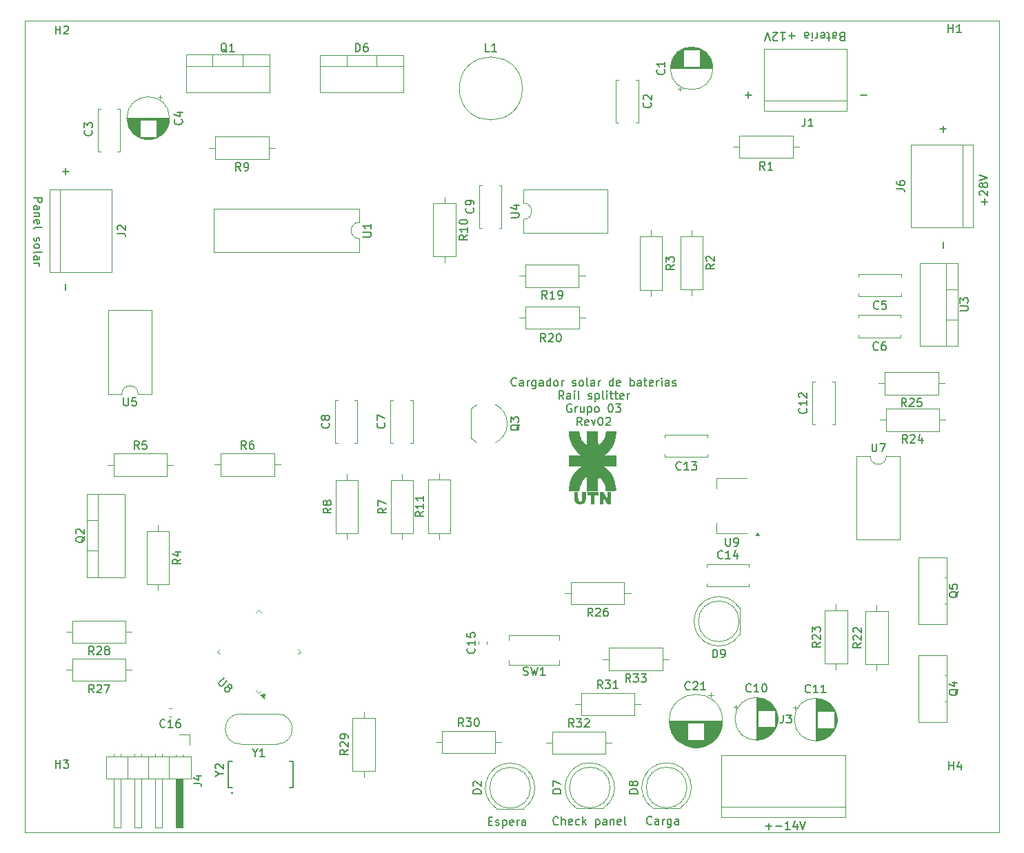
<source format=gbr>
%TF.GenerationSoftware,KiCad,Pcbnew,9.0.3-9.0.3-0~ubuntu24.04.1*%
%TF.CreationDate,2025-10-27T23:52:17-03:00*%
%TF.ProjectId,CargadorDeBaterias_rev2,43617267-6164-46f7-9244-654261746572,rev?*%
%TF.SameCoordinates,Original*%
%TF.FileFunction,Legend,Top*%
%TF.FilePolarity,Positive*%
%FSLAX46Y46*%
G04 Gerber Fmt 4.6, Leading zero omitted, Abs format (unit mm)*
G04 Created by KiCad (PCBNEW 9.0.3-9.0.3-0~ubuntu24.04.1) date 2025-10-27 23:52:17*
%MOMM*%
%LPD*%
G01*
G04 APERTURE LIST*
%ADD10C,0.100000*%
%ADD11C,0.150000*%
%ADD12C,0.200000*%
%ADD13C,0.120000*%
%ADD14C,0.000000*%
G04 APERTURE END LIST*
D10*
X91275000Y-43975000D02*
X210925000Y-43975000D01*
X210925000Y-143700000D01*
X91275000Y-143700000D01*
X91275000Y-43975000D01*
D11*
X156758207Y-142699580D02*
X156710588Y-142747200D01*
X156710588Y-142747200D02*
X156567731Y-142794819D01*
X156567731Y-142794819D02*
X156472493Y-142794819D01*
X156472493Y-142794819D02*
X156329636Y-142747200D01*
X156329636Y-142747200D02*
X156234398Y-142651961D01*
X156234398Y-142651961D02*
X156186779Y-142556723D01*
X156186779Y-142556723D02*
X156139160Y-142366247D01*
X156139160Y-142366247D02*
X156139160Y-142223390D01*
X156139160Y-142223390D02*
X156186779Y-142032914D01*
X156186779Y-142032914D02*
X156234398Y-141937676D01*
X156234398Y-141937676D02*
X156329636Y-141842438D01*
X156329636Y-141842438D02*
X156472493Y-141794819D01*
X156472493Y-141794819D02*
X156567731Y-141794819D01*
X156567731Y-141794819D02*
X156710588Y-141842438D01*
X156710588Y-141842438D02*
X156758207Y-141890057D01*
X157186779Y-142794819D02*
X157186779Y-141794819D01*
X157615350Y-142794819D02*
X157615350Y-142271009D01*
X157615350Y-142271009D02*
X157567731Y-142175771D01*
X157567731Y-142175771D02*
X157472493Y-142128152D01*
X157472493Y-142128152D02*
X157329636Y-142128152D01*
X157329636Y-142128152D02*
X157234398Y-142175771D01*
X157234398Y-142175771D02*
X157186779Y-142223390D01*
X158472493Y-142747200D02*
X158377255Y-142794819D01*
X158377255Y-142794819D02*
X158186779Y-142794819D01*
X158186779Y-142794819D02*
X158091541Y-142747200D01*
X158091541Y-142747200D02*
X158043922Y-142651961D01*
X158043922Y-142651961D02*
X158043922Y-142271009D01*
X158043922Y-142271009D02*
X158091541Y-142175771D01*
X158091541Y-142175771D02*
X158186779Y-142128152D01*
X158186779Y-142128152D02*
X158377255Y-142128152D01*
X158377255Y-142128152D02*
X158472493Y-142175771D01*
X158472493Y-142175771D02*
X158520112Y-142271009D01*
X158520112Y-142271009D02*
X158520112Y-142366247D01*
X158520112Y-142366247D02*
X158043922Y-142461485D01*
X159377255Y-142747200D02*
X159282017Y-142794819D01*
X159282017Y-142794819D02*
X159091541Y-142794819D01*
X159091541Y-142794819D02*
X158996303Y-142747200D01*
X158996303Y-142747200D02*
X158948684Y-142699580D01*
X158948684Y-142699580D02*
X158901065Y-142604342D01*
X158901065Y-142604342D02*
X158901065Y-142318628D01*
X158901065Y-142318628D02*
X158948684Y-142223390D01*
X158948684Y-142223390D02*
X158996303Y-142175771D01*
X158996303Y-142175771D02*
X159091541Y-142128152D01*
X159091541Y-142128152D02*
X159282017Y-142128152D01*
X159282017Y-142128152D02*
X159377255Y-142175771D01*
X159805827Y-142794819D02*
X159805827Y-141794819D01*
X159901065Y-142413866D02*
X160186779Y-142794819D01*
X160186779Y-142128152D02*
X159805827Y-142509104D01*
X161377256Y-142128152D02*
X161377256Y-143128152D01*
X161377256Y-142175771D02*
X161472494Y-142128152D01*
X161472494Y-142128152D02*
X161662970Y-142128152D01*
X161662970Y-142128152D02*
X161758208Y-142175771D01*
X161758208Y-142175771D02*
X161805827Y-142223390D01*
X161805827Y-142223390D02*
X161853446Y-142318628D01*
X161853446Y-142318628D02*
X161853446Y-142604342D01*
X161853446Y-142604342D02*
X161805827Y-142699580D01*
X161805827Y-142699580D02*
X161758208Y-142747200D01*
X161758208Y-142747200D02*
X161662970Y-142794819D01*
X161662970Y-142794819D02*
X161472494Y-142794819D01*
X161472494Y-142794819D02*
X161377256Y-142747200D01*
X162710589Y-142794819D02*
X162710589Y-142271009D01*
X162710589Y-142271009D02*
X162662970Y-142175771D01*
X162662970Y-142175771D02*
X162567732Y-142128152D01*
X162567732Y-142128152D02*
X162377256Y-142128152D01*
X162377256Y-142128152D02*
X162282018Y-142175771D01*
X162710589Y-142747200D02*
X162615351Y-142794819D01*
X162615351Y-142794819D02*
X162377256Y-142794819D01*
X162377256Y-142794819D02*
X162282018Y-142747200D01*
X162282018Y-142747200D02*
X162234399Y-142651961D01*
X162234399Y-142651961D02*
X162234399Y-142556723D01*
X162234399Y-142556723D02*
X162282018Y-142461485D01*
X162282018Y-142461485D02*
X162377256Y-142413866D01*
X162377256Y-142413866D02*
X162615351Y-142413866D01*
X162615351Y-142413866D02*
X162710589Y-142366247D01*
X163186780Y-142128152D02*
X163186780Y-142794819D01*
X163186780Y-142223390D02*
X163234399Y-142175771D01*
X163234399Y-142175771D02*
X163329637Y-142128152D01*
X163329637Y-142128152D02*
X163472494Y-142128152D01*
X163472494Y-142128152D02*
X163567732Y-142175771D01*
X163567732Y-142175771D02*
X163615351Y-142271009D01*
X163615351Y-142271009D02*
X163615351Y-142794819D01*
X164472494Y-142747200D02*
X164377256Y-142794819D01*
X164377256Y-142794819D02*
X164186780Y-142794819D01*
X164186780Y-142794819D02*
X164091542Y-142747200D01*
X164091542Y-142747200D02*
X164043923Y-142651961D01*
X164043923Y-142651961D02*
X164043923Y-142271009D01*
X164043923Y-142271009D02*
X164091542Y-142175771D01*
X164091542Y-142175771D02*
X164186780Y-142128152D01*
X164186780Y-142128152D02*
X164377256Y-142128152D01*
X164377256Y-142128152D02*
X164472494Y-142175771D01*
X164472494Y-142175771D02*
X164520113Y-142271009D01*
X164520113Y-142271009D02*
X164520113Y-142366247D01*
X164520113Y-142366247D02*
X164043923Y-142461485D01*
X165091542Y-142794819D02*
X164996304Y-142747200D01*
X164996304Y-142747200D02*
X164948685Y-142651961D01*
X164948685Y-142651961D02*
X164948685Y-141794819D01*
D12*
X209111266Y-66605326D02*
X209111266Y-65843422D01*
X209492219Y-66224374D02*
X208730314Y-66224374D01*
X208587457Y-65414850D02*
X208539838Y-65367231D01*
X208539838Y-65367231D02*
X208492219Y-65271993D01*
X208492219Y-65271993D02*
X208492219Y-65033898D01*
X208492219Y-65033898D02*
X208539838Y-64938660D01*
X208539838Y-64938660D02*
X208587457Y-64891041D01*
X208587457Y-64891041D02*
X208682695Y-64843422D01*
X208682695Y-64843422D02*
X208777933Y-64843422D01*
X208777933Y-64843422D02*
X208920790Y-64891041D01*
X208920790Y-64891041D02*
X209492219Y-65462469D01*
X209492219Y-65462469D02*
X209492219Y-64843422D01*
X208920790Y-64271993D02*
X208873171Y-64367231D01*
X208873171Y-64367231D02*
X208825552Y-64414850D01*
X208825552Y-64414850D02*
X208730314Y-64462469D01*
X208730314Y-64462469D02*
X208682695Y-64462469D01*
X208682695Y-64462469D02*
X208587457Y-64414850D01*
X208587457Y-64414850D02*
X208539838Y-64367231D01*
X208539838Y-64367231D02*
X208492219Y-64271993D01*
X208492219Y-64271993D02*
X208492219Y-64081517D01*
X208492219Y-64081517D02*
X208539838Y-63986279D01*
X208539838Y-63986279D02*
X208587457Y-63938660D01*
X208587457Y-63938660D02*
X208682695Y-63891041D01*
X208682695Y-63891041D02*
X208730314Y-63891041D01*
X208730314Y-63891041D02*
X208825552Y-63938660D01*
X208825552Y-63938660D02*
X208873171Y-63986279D01*
X208873171Y-63986279D02*
X208920790Y-64081517D01*
X208920790Y-64081517D02*
X208920790Y-64271993D01*
X208920790Y-64271993D02*
X208968409Y-64367231D01*
X208968409Y-64367231D02*
X209016028Y-64414850D01*
X209016028Y-64414850D02*
X209111266Y-64462469D01*
X209111266Y-64462469D02*
X209301742Y-64462469D01*
X209301742Y-64462469D02*
X209396980Y-64414850D01*
X209396980Y-64414850D02*
X209444600Y-64367231D01*
X209444600Y-64367231D02*
X209492219Y-64271993D01*
X209492219Y-64271993D02*
X209492219Y-64081517D01*
X209492219Y-64081517D02*
X209444600Y-63986279D01*
X209444600Y-63986279D02*
X209396980Y-63938660D01*
X209396980Y-63938660D02*
X209301742Y-63891041D01*
X209301742Y-63891041D02*
X209111266Y-63891041D01*
X209111266Y-63891041D02*
X209016028Y-63938660D01*
X209016028Y-63938660D02*
X208968409Y-63986279D01*
X208968409Y-63986279D02*
X208920790Y-64081517D01*
X208492219Y-63605326D02*
X209492219Y-63271993D01*
X209492219Y-63271993D02*
X208492219Y-62938660D01*
D11*
X151624997Y-88769664D02*
X151577378Y-88817284D01*
X151577378Y-88817284D02*
X151434521Y-88864903D01*
X151434521Y-88864903D02*
X151339283Y-88864903D01*
X151339283Y-88864903D02*
X151196426Y-88817284D01*
X151196426Y-88817284D02*
X151101188Y-88722045D01*
X151101188Y-88722045D02*
X151053569Y-88626807D01*
X151053569Y-88626807D02*
X151005950Y-88436331D01*
X151005950Y-88436331D02*
X151005950Y-88293474D01*
X151005950Y-88293474D02*
X151053569Y-88102998D01*
X151053569Y-88102998D02*
X151101188Y-88007760D01*
X151101188Y-88007760D02*
X151196426Y-87912522D01*
X151196426Y-87912522D02*
X151339283Y-87864903D01*
X151339283Y-87864903D02*
X151434521Y-87864903D01*
X151434521Y-87864903D02*
X151577378Y-87912522D01*
X151577378Y-87912522D02*
X151624997Y-87960141D01*
X152482140Y-88864903D02*
X152482140Y-88341093D01*
X152482140Y-88341093D02*
X152434521Y-88245855D01*
X152434521Y-88245855D02*
X152339283Y-88198236D01*
X152339283Y-88198236D02*
X152148807Y-88198236D01*
X152148807Y-88198236D02*
X152053569Y-88245855D01*
X152482140Y-88817284D02*
X152386902Y-88864903D01*
X152386902Y-88864903D02*
X152148807Y-88864903D01*
X152148807Y-88864903D02*
X152053569Y-88817284D01*
X152053569Y-88817284D02*
X152005950Y-88722045D01*
X152005950Y-88722045D02*
X152005950Y-88626807D01*
X152005950Y-88626807D02*
X152053569Y-88531569D01*
X152053569Y-88531569D02*
X152148807Y-88483950D01*
X152148807Y-88483950D02*
X152386902Y-88483950D01*
X152386902Y-88483950D02*
X152482140Y-88436331D01*
X152958331Y-88864903D02*
X152958331Y-88198236D01*
X152958331Y-88388712D02*
X153005950Y-88293474D01*
X153005950Y-88293474D02*
X153053569Y-88245855D01*
X153053569Y-88245855D02*
X153148807Y-88198236D01*
X153148807Y-88198236D02*
X153244045Y-88198236D01*
X154005950Y-88198236D02*
X154005950Y-89007760D01*
X154005950Y-89007760D02*
X153958331Y-89102998D01*
X153958331Y-89102998D02*
X153910712Y-89150617D01*
X153910712Y-89150617D02*
X153815474Y-89198236D01*
X153815474Y-89198236D02*
X153672617Y-89198236D01*
X153672617Y-89198236D02*
X153577379Y-89150617D01*
X154005950Y-88817284D02*
X153910712Y-88864903D01*
X153910712Y-88864903D02*
X153720236Y-88864903D01*
X153720236Y-88864903D02*
X153624998Y-88817284D01*
X153624998Y-88817284D02*
X153577379Y-88769664D01*
X153577379Y-88769664D02*
X153529760Y-88674426D01*
X153529760Y-88674426D02*
X153529760Y-88388712D01*
X153529760Y-88388712D02*
X153577379Y-88293474D01*
X153577379Y-88293474D02*
X153624998Y-88245855D01*
X153624998Y-88245855D02*
X153720236Y-88198236D01*
X153720236Y-88198236D02*
X153910712Y-88198236D01*
X153910712Y-88198236D02*
X154005950Y-88245855D01*
X154910712Y-88864903D02*
X154910712Y-88341093D01*
X154910712Y-88341093D02*
X154863093Y-88245855D01*
X154863093Y-88245855D02*
X154767855Y-88198236D01*
X154767855Y-88198236D02*
X154577379Y-88198236D01*
X154577379Y-88198236D02*
X154482141Y-88245855D01*
X154910712Y-88817284D02*
X154815474Y-88864903D01*
X154815474Y-88864903D02*
X154577379Y-88864903D01*
X154577379Y-88864903D02*
X154482141Y-88817284D01*
X154482141Y-88817284D02*
X154434522Y-88722045D01*
X154434522Y-88722045D02*
X154434522Y-88626807D01*
X154434522Y-88626807D02*
X154482141Y-88531569D01*
X154482141Y-88531569D02*
X154577379Y-88483950D01*
X154577379Y-88483950D02*
X154815474Y-88483950D01*
X154815474Y-88483950D02*
X154910712Y-88436331D01*
X155815474Y-88864903D02*
X155815474Y-87864903D01*
X155815474Y-88817284D02*
X155720236Y-88864903D01*
X155720236Y-88864903D02*
X155529760Y-88864903D01*
X155529760Y-88864903D02*
X155434522Y-88817284D01*
X155434522Y-88817284D02*
X155386903Y-88769664D01*
X155386903Y-88769664D02*
X155339284Y-88674426D01*
X155339284Y-88674426D02*
X155339284Y-88388712D01*
X155339284Y-88388712D02*
X155386903Y-88293474D01*
X155386903Y-88293474D02*
X155434522Y-88245855D01*
X155434522Y-88245855D02*
X155529760Y-88198236D01*
X155529760Y-88198236D02*
X155720236Y-88198236D01*
X155720236Y-88198236D02*
X155815474Y-88245855D01*
X156434522Y-88864903D02*
X156339284Y-88817284D01*
X156339284Y-88817284D02*
X156291665Y-88769664D01*
X156291665Y-88769664D02*
X156244046Y-88674426D01*
X156244046Y-88674426D02*
X156244046Y-88388712D01*
X156244046Y-88388712D02*
X156291665Y-88293474D01*
X156291665Y-88293474D02*
X156339284Y-88245855D01*
X156339284Y-88245855D02*
X156434522Y-88198236D01*
X156434522Y-88198236D02*
X156577379Y-88198236D01*
X156577379Y-88198236D02*
X156672617Y-88245855D01*
X156672617Y-88245855D02*
X156720236Y-88293474D01*
X156720236Y-88293474D02*
X156767855Y-88388712D01*
X156767855Y-88388712D02*
X156767855Y-88674426D01*
X156767855Y-88674426D02*
X156720236Y-88769664D01*
X156720236Y-88769664D02*
X156672617Y-88817284D01*
X156672617Y-88817284D02*
X156577379Y-88864903D01*
X156577379Y-88864903D02*
X156434522Y-88864903D01*
X157196427Y-88864903D02*
X157196427Y-88198236D01*
X157196427Y-88388712D02*
X157244046Y-88293474D01*
X157244046Y-88293474D02*
X157291665Y-88245855D01*
X157291665Y-88245855D02*
X157386903Y-88198236D01*
X157386903Y-88198236D02*
X157482141Y-88198236D01*
X158529761Y-88817284D02*
X158624999Y-88864903D01*
X158624999Y-88864903D02*
X158815475Y-88864903D01*
X158815475Y-88864903D02*
X158910713Y-88817284D01*
X158910713Y-88817284D02*
X158958332Y-88722045D01*
X158958332Y-88722045D02*
X158958332Y-88674426D01*
X158958332Y-88674426D02*
X158910713Y-88579188D01*
X158910713Y-88579188D02*
X158815475Y-88531569D01*
X158815475Y-88531569D02*
X158672618Y-88531569D01*
X158672618Y-88531569D02*
X158577380Y-88483950D01*
X158577380Y-88483950D02*
X158529761Y-88388712D01*
X158529761Y-88388712D02*
X158529761Y-88341093D01*
X158529761Y-88341093D02*
X158577380Y-88245855D01*
X158577380Y-88245855D02*
X158672618Y-88198236D01*
X158672618Y-88198236D02*
X158815475Y-88198236D01*
X158815475Y-88198236D02*
X158910713Y-88245855D01*
X159529761Y-88864903D02*
X159434523Y-88817284D01*
X159434523Y-88817284D02*
X159386904Y-88769664D01*
X159386904Y-88769664D02*
X159339285Y-88674426D01*
X159339285Y-88674426D02*
X159339285Y-88388712D01*
X159339285Y-88388712D02*
X159386904Y-88293474D01*
X159386904Y-88293474D02*
X159434523Y-88245855D01*
X159434523Y-88245855D02*
X159529761Y-88198236D01*
X159529761Y-88198236D02*
X159672618Y-88198236D01*
X159672618Y-88198236D02*
X159767856Y-88245855D01*
X159767856Y-88245855D02*
X159815475Y-88293474D01*
X159815475Y-88293474D02*
X159863094Y-88388712D01*
X159863094Y-88388712D02*
X159863094Y-88674426D01*
X159863094Y-88674426D02*
X159815475Y-88769664D01*
X159815475Y-88769664D02*
X159767856Y-88817284D01*
X159767856Y-88817284D02*
X159672618Y-88864903D01*
X159672618Y-88864903D02*
X159529761Y-88864903D01*
X160434523Y-88864903D02*
X160339285Y-88817284D01*
X160339285Y-88817284D02*
X160291666Y-88722045D01*
X160291666Y-88722045D02*
X160291666Y-87864903D01*
X161244047Y-88864903D02*
X161244047Y-88341093D01*
X161244047Y-88341093D02*
X161196428Y-88245855D01*
X161196428Y-88245855D02*
X161101190Y-88198236D01*
X161101190Y-88198236D02*
X160910714Y-88198236D01*
X160910714Y-88198236D02*
X160815476Y-88245855D01*
X161244047Y-88817284D02*
X161148809Y-88864903D01*
X161148809Y-88864903D02*
X160910714Y-88864903D01*
X160910714Y-88864903D02*
X160815476Y-88817284D01*
X160815476Y-88817284D02*
X160767857Y-88722045D01*
X160767857Y-88722045D02*
X160767857Y-88626807D01*
X160767857Y-88626807D02*
X160815476Y-88531569D01*
X160815476Y-88531569D02*
X160910714Y-88483950D01*
X160910714Y-88483950D02*
X161148809Y-88483950D01*
X161148809Y-88483950D02*
X161244047Y-88436331D01*
X161720238Y-88864903D02*
X161720238Y-88198236D01*
X161720238Y-88388712D02*
X161767857Y-88293474D01*
X161767857Y-88293474D02*
X161815476Y-88245855D01*
X161815476Y-88245855D02*
X161910714Y-88198236D01*
X161910714Y-88198236D02*
X162005952Y-88198236D01*
X163529762Y-88864903D02*
X163529762Y-87864903D01*
X163529762Y-88817284D02*
X163434524Y-88864903D01*
X163434524Y-88864903D02*
X163244048Y-88864903D01*
X163244048Y-88864903D02*
X163148810Y-88817284D01*
X163148810Y-88817284D02*
X163101191Y-88769664D01*
X163101191Y-88769664D02*
X163053572Y-88674426D01*
X163053572Y-88674426D02*
X163053572Y-88388712D01*
X163053572Y-88388712D02*
X163101191Y-88293474D01*
X163101191Y-88293474D02*
X163148810Y-88245855D01*
X163148810Y-88245855D02*
X163244048Y-88198236D01*
X163244048Y-88198236D02*
X163434524Y-88198236D01*
X163434524Y-88198236D02*
X163529762Y-88245855D01*
X164386905Y-88817284D02*
X164291667Y-88864903D01*
X164291667Y-88864903D02*
X164101191Y-88864903D01*
X164101191Y-88864903D02*
X164005953Y-88817284D01*
X164005953Y-88817284D02*
X163958334Y-88722045D01*
X163958334Y-88722045D02*
X163958334Y-88341093D01*
X163958334Y-88341093D02*
X164005953Y-88245855D01*
X164005953Y-88245855D02*
X164101191Y-88198236D01*
X164101191Y-88198236D02*
X164291667Y-88198236D01*
X164291667Y-88198236D02*
X164386905Y-88245855D01*
X164386905Y-88245855D02*
X164434524Y-88341093D01*
X164434524Y-88341093D02*
X164434524Y-88436331D01*
X164434524Y-88436331D02*
X163958334Y-88531569D01*
X165625001Y-88864903D02*
X165625001Y-87864903D01*
X165625001Y-88245855D02*
X165720239Y-88198236D01*
X165720239Y-88198236D02*
X165910715Y-88198236D01*
X165910715Y-88198236D02*
X166005953Y-88245855D01*
X166005953Y-88245855D02*
X166053572Y-88293474D01*
X166053572Y-88293474D02*
X166101191Y-88388712D01*
X166101191Y-88388712D02*
X166101191Y-88674426D01*
X166101191Y-88674426D02*
X166053572Y-88769664D01*
X166053572Y-88769664D02*
X166005953Y-88817284D01*
X166005953Y-88817284D02*
X165910715Y-88864903D01*
X165910715Y-88864903D02*
X165720239Y-88864903D01*
X165720239Y-88864903D02*
X165625001Y-88817284D01*
X166958334Y-88864903D02*
X166958334Y-88341093D01*
X166958334Y-88341093D02*
X166910715Y-88245855D01*
X166910715Y-88245855D02*
X166815477Y-88198236D01*
X166815477Y-88198236D02*
X166625001Y-88198236D01*
X166625001Y-88198236D02*
X166529763Y-88245855D01*
X166958334Y-88817284D02*
X166863096Y-88864903D01*
X166863096Y-88864903D02*
X166625001Y-88864903D01*
X166625001Y-88864903D02*
X166529763Y-88817284D01*
X166529763Y-88817284D02*
X166482144Y-88722045D01*
X166482144Y-88722045D02*
X166482144Y-88626807D01*
X166482144Y-88626807D02*
X166529763Y-88531569D01*
X166529763Y-88531569D02*
X166625001Y-88483950D01*
X166625001Y-88483950D02*
X166863096Y-88483950D01*
X166863096Y-88483950D02*
X166958334Y-88436331D01*
X167291668Y-88198236D02*
X167672620Y-88198236D01*
X167434525Y-87864903D02*
X167434525Y-88722045D01*
X167434525Y-88722045D02*
X167482144Y-88817284D01*
X167482144Y-88817284D02*
X167577382Y-88864903D01*
X167577382Y-88864903D02*
X167672620Y-88864903D01*
X168386906Y-88817284D02*
X168291668Y-88864903D01*
X168291668Y-88864903D02*
X168101192Y-88864903D01*
X168101192Y-88864903D02*
X168005954Y-88817284D01*
X168005954Y-88817284D02*
X167958335Y-88722045D01*
X167958335Y-88722045D02*
X167958335Y-88341093D01*
X167958335Y-88341093D02*
X168005954Y-88245855D01*
X168005954Y-88245855D02*
X168101192Y-88198236D01*
X168101192Y-88198236D02*
X168291668Y-88198236D01*
X168291668Y-88198236D02*
X168386906Y-88245855D01*
X168386906Y-88245855D02*
X168434525Y-88341093D01*
X168434525Y-88341093D02*
X168434525Y-88436331D01*
X168434525Y-88436331D02*
X167958335Y-88531569D01*
X168863097Y-88864903D02*
X168863097Y-88198236D01*
X168863097Y-88388712D02*
X168910716Y-88293474D01*
X168910716Y-88293474D02*
X168958335Y-88245855D01*
X168958335Y-88245855D02*
X169053573Y-88198236D01*
X169053573Y-88198236D02*
X169148811Y-88198236D01*
X169482145Y-88864903D02*
X169482145Y-88198236D01*
X169577383Y-87817284D02*
X169434526Y-87960141D01*
X170386906Y-88864903D02*
X170386906Y-88341093D01*
X170386906Y-88341093D02*
X170339287Y-88245855D01*
X170339287Y-88245855D02*
X170244049Y-88198236D01*
X170244049Y-88198236D02*
X170053573Y-88198236D01*
X170053573Y-88198236D02*
X169958335Y-88245855D01*
X170386906Y-88817284D02*
X170291668Y-88864903D01*
X170291668Y-88864903D02*
X170053573Y-88864903D01*
X170053573Y-88864903D02*
X169958335Y-88817284D01*
X169958335Y-88817284D02*
X169910716Y-88722045D01*
X169910716Y-88722045D02*
X169910716Y-88626807D01*
X169910716Y-88626807D02*
X169958335Y-88531569D01*
X169958335Y-88531569D02*
X170053573Y-88483950D01*
X170053573Y-88483950D02*
X170291668Y-88483950D01*
X170291668Y-88483950D02*
X170386906Y-88436331D01*
X170815478Y-88817284D02*
X170910716Y-88864903D01*
X170910716Y-88864903D02*
X171101192Y-88864903D01*
X171101192Y-88864903D02*
X171196430Y-88817284D01*
X171196430Y-88817284D02*
X171244049Y-88722045D01*
X171244049Y-88722045D02*
X171244049Y-88674426D01*
X171244049Y-88674426D02*
X171196430Y-88579188D01*
X171196430Y-88579188D02*
X171101192Y-88531569D01*
X171101192Y-88531569D02*
X170958335Y-88531569D01*
X170958335Y-88531569D02*
X170863097Y-88483950D01*
X170863097Y-88483950D02*
X170815478Y-88388712D01*
X170815478Y-88388712D02*
X170815478Y-88341093D01*
X170815478Y-88341093D02*
X170863097Y-88245855D01*
X170863097Y-88245855D02*
X170958335Y-88198236D01*
X170958335Y-88198236D02*
X171101192Y-88198236D01*
X171101192Y-88198236D02*
X171196430Y-88245855D01*
X157434522Y-90474847D02*
X157101189Y-89998656D01*
X156863094Y-90474847D02*
X156863094Y-89474847D01*
X156863094Y-89474847D02*
X157244046Y-89474847D01*
X157244046Y-89474847D02*
X157339284Y-89522466D01*
X157339284Y-89522466D02*
X157386903Y-89570085D01*
X157386903Y-89570085D02*
X157434522Y-89665323D01*
X157434522Y-89665323D02*
X157434522Y-89808180D01*
X157434522Y-89808180D02*
X157386903Y-89903418D01*
X157386903Y-89903418D02*
X157339284Y-89951037D01*
X157339284Y-89951037D02*
X157244046Y-89998656D01*
X157244046Y-89998656D02*
X156863094Y-89998656D01*
X158291665Y-90474847D02*
X158291665Y-89951037D01*
X158291665Y-89951037D02*
X158244046Y-89855799D01*
X158244046Y-89855799D02*
X158148808Y-89808180D01*
X158148808Y-89808180D02*
X157958332Y-89808180D01*
X157958332Y-89808180D02*
X157863094Y-89855799D01*
X158291665Y-90427228D02*
X158196427Y-90474847D01*
X158196427Y-90474847D02*
X157958332Y-90474847D01*
X157958332Y-90474847D02*
X157863094Y-90427228D01*
X157863094Y-90427228D02*
X157815475Y-90331989D01*
X157815475Y-90331989D02*
X157815475Y-90236751D01*
X157815475Y-90236751D02*
X157863094Y-90141513D01*
X157863094Y-90141513D02*
X157958332Y-90093894D01*
X157958332Y-90093894D02*
X158196427Y-90093894D01*
X158196427Y-90093894D02*
X158291665Y-90046275D01*
X158767856Y-90474847D02*
X158767856Y-89808180D01*
X158767856Y-89474847D02*
X158720237Y-89522466D01*
X158720237Y-89522466D02*
X158767856Y-89570085D01*
X158767856Y-89570085D02*
X158815475Y-89522466D01*
X158815475Y-89522466D02*
X158767856Y-89474847D01*
X158767856Y-89474847D02*
X158767856Y-89570085D01*
X159386903Y-90474847D02*
X159291665Y-90427228D01*
X159291665Y-90427228D02*
X159244046Y-90331989D01*
X159244046Y-90331989D02*
X159244046Y-89474847D01*
X160482142Y-90427228D02*
X160577380Y-90474847D01*
X160577380Y-90474847D02*
X160767856Y-90474847D01*
X160767856Y-90474847D02*
X160863094Y-90427228D01*
X160863094Y-90427228D02*
X160910713Y-90331989D01*
X160910713Y-90331989D02*
X160910713Y-90284370D01*
X160910713Y-90284370D02*
X160863094Y-90189132D01*
X160863094Y-90189132D02*
X160767856Y-90141513D01*
X160767856Y-90141513D02*
X160624999Y-90141513D01*
X160624999Y-90141513D02*
X160529761Y-90093894D01*
X160529761Y-90093894D02*
X160482142Y-89998656D01*
X160482142Y-89998656D02*
X160482142Y-89951037D01*
X160482142Y-89951037D02*
X160529761Y-89855799D01*
X160529761Y-89855799D02*
X160624999Y-89808180D01*
X160624999Y-89808180D02*
X160767856Y-89808180D01*
X160767856Y-89808180D02*
X160863094Y-89855799D01*
X161339285Y-89808180D02*
X161339285Y-90808180D01*
X161339285Y-89855799D02*
X161434523Y-89808180D01*
X161434523Y-89808180D02*
X161624999Y-89808180D01*
X161624999Y-89808180D02*
X161720237Y-89855799D01*
X161720237Y-89855799D02*
X161767856Y-89903418D01*
X161767856Y-89903418D02*
X161815475Y-89998656D01*
X161815475Y-89998656D02*
X161815475Y-90284370D01*
X161815475Y-90284370D02*
X161767856Y-90379608D01*
X161767856Y-90379608D02*
X161720237Y-90427228D01*
X161720237Y-90427228D02*
X161624999Y-90474847D01*
X161624999Y-90474847D02*
X161434523Y-90474847D01*
X161434523Y-90474847D02*
X161339285Y-90427228D01*
X162386904Y-90474847D02*
X162291666Y-90427228D01*
X162291666Y-90427228D02*
X162244047Y-90331989D01*
X162244047Y-90331989D02*
X162244047Y-89474847D01*
X162767857Y-90474847D02*
X162767857Y-89808180D01*
X162767857Y-89474847D02*
X162720238Y-89522466D01*
X162720238Y-89522466D02*
X162767857Y-89570085D01*
X162767857Y-89570085D02*
X162815476Y-89522466D01*
X162815476Y-89522466D02*
X162767857Y-89474847D01*
X162767857Y-89474847D02*
X162767857Y-89570085D01*
X163101190Y-89808180D02*
X163482142Y-89808180D01*
X163244047Y-89474847D02*
X163244047Y-90331989D01*
X163244047Y-90331989D02*
X163291666Y-90427228D01*
X163291666Y-90427228D02*
X163386904Y-90474847D01*
X163386904Y-90474847D02*
X163482142Y-90474847D01*
X163672619Y-89808180D02*
X164053571Y-89808180D01*
X163815476Y-89474847D02*
X163815476Y-90331989D01*
X163815476Y-90331989D02*
X163863095Y-90427228D01*
X163863095Y-90427228D02*
X163958333Y-90474847D01*
X163958333Y-90474847D02*
X164053571Y-90474847D01*
X164767857Y-90427228D02*
X164672619Y-90474847D01*
X164672619Y-90474847D02*
X164482143Y-90474847D01*
X164482143Y-90474847D02*
X164386905Y-90427228D01*
X164386905Y-90427228D02*
X164339286Y-90331989D01*
X164339286Y-90331989D02*
X164339286Y-89951037D01*
X164339286Y-89951037D02*
X164386905Y-89855799D01*
X164386905Y-89855799D02*
X164482143Y-89808180D01*
X164482143Y-89808180D02*
X164672619Y-89808180D01*
X164672619Y-89808180D02*
X164767857Y-89855799D01*
X164767857Y-89855799D02*
X164815476Y-89951037D01*
X164815476Y-89951037D02*
X164815476Y-90046275D01*
X164815476Y-90046275D02*
X164339286Y-90141513D01*
X165244048Y-90474847D02*
X165244048Y-89808180D01*
X165244048Y-89998656D02*
X165291667Y-89903418D01*
X165291667Y-89903418D02*
X165339286Y-89855799D01*
X165339286Y-89855799D02*
X165434524Y-89808180D01*
X165434524Y-89808180D02*
X165529762Y-89808180D01*
X158386904Y-91132410D02*
X158291666Y-91084791D01*
X158291666Y-91084791D02*
X158148809Y-91084791D01*
X158148809Y-91084791D02*
X158005952Y-91132410D01*
X158005952Y-91132410D02*
X157910714Y-91227648D01*
X157910714Y-91227648D02*
X157863095Y-91322886D01*
X157863095Y-91322886D02*
X157815476Y-91513362D01*
X157815476Y-91513362D02*
X157815476Y-91656219D01*
X157815476Y-91656219D02*
X157863095Y-91846695D01*
X157863095Y-91846695D02*
X157910714Y-91941933D01*
X157910714Y-91941933D02*
X158005952Y-92037172D01*
X158005952Y-92037172D02*
X158148809Y-92084791D01*
X158148809Y-92084791D02*
X158244047Y-92084791D01*
X158244047Y-92084791D02*
X158386904Y-92037172D01*
X158386904Y-92037172D02*
X158434523Y-91989552D01*
X158434523Y-91989552D02*
X158434523Y-91656219D01*
X158434523Y-91656219D02*
X158244047Y-91656219D01*
X158863095Y-92084791D02*
X158863095Y-91418124D01*
X158863095Y-91608600D02*
X158910714Y-91513362D01*
X158910714Y-91513362D02*
X158958333Y-91465743D01*
X158958333Y-91465743D02*
X159053571Y-91418124D01*
X159053571Y-91418124D02*
X159148809Y-91418124D01*
X159910714Y-91418124D02*
X159910714Y-92084791D01*
X159482143Y-91418124D02*
X159482143Y-91941933D01*
X159482143Y-91941933D02*
X159529762Y-92037172D01*
X159529762Y-92037172D02*
X159625000Y-92084791D01*
X159625000Y-92084791D02*
X159767857Y-92084791D01*
X159767857Y-92084791D02*
X159863095Y-92037172D01*
X159863095Y-92037172D02*
X159910714Y-91989552D01*
X160386905Y-91418124D02*
X160386905Y-92418124D01*
X160386905Y-91465743D02*
X160482143Y-91418124D01*
X160482143Y-91418124D02*
X160672619Y-91418124D01*
X160672619Y-91418124D02*
X160767857Y-91465743D01*
X160767857Y-91465743D02*
X160815476Y-91513362D01*
X160815476Y-91513362D02*
X160863095Y-91608600D01*
X160863095Y-91608600D02*
X160863095Y-91894314D01*
X160863095Y-91894314D02*
X160815476Y-91989552D01*
X160815476Y-91989552D02*
X160767857Y-92037172D01*
X160767857Y-92037172D02*
X160672619Y-92084791D01*
X160672619Y-92084791D02*
X160482143Y-92084791D01*
X160482143Y-92084791D02*
X160386905Y-92037172D01*
X161434524Y-92084791D02*
X161339286Y-92037172D01*
X161339286Y-92037172D02*
X161291667Y-91989552D01*
X161291667Y-91989552D02*
X161244048Y-91894314D01*
X161244048Y-91894314D02*
X161244048Y-91608600D01*
X161244048Y-91608600D02*
X161291667Y-91513362D01*
X161291667Y-91513362D02*
X161339286Y-91465743D01*
X161339286Y-91465743D02*
X161434524Y-91418124D01*
X161434524Y-91418124D02*
X161577381Y-91418124D01*
X161577381Y-91418124D02*
X161672619Y-91465743D01*
X161672619Y-91465743D02*
X161720238Y-91513362D01*
X161720238Y-91513362D02*
X161767857Y-91608600D01*
X161767857Y-91608600D02*
X161767857Y-91894314D01*
X161767857Y-91894314D02*
X161720238Y-91989552D01*
X161720238Y-91989552D02*
X161672619Y-92037172D01*
X161672619Y-92037172D02*
X161577381Y-92084791D01*
X161577381Y-92084791D02*
X161434524Y-92084791D01*
X163148810Y-91084791D02*
X163244048Y-91084791D01*
X163244048Y-91084791D02*
X163339286Y-91132410D01*
X163339286Y-91132410D02*
X163386905Y-91180029D01*
X163386905Y-91180029D02*
X163434524Y-91275267D01*
X163434524Y-91275267D02*
X163482143Y-91465743D01*
X163482143Y-91465743D02*
X163482143Y-91703838D01*
X163482143Y-91703838D02*
X163434524Y-91894314D01*
X163434524Y-91894314D02*
X163386905Y-91989552D01*
X163386905Y-91989552D02*
X163339286Y-92037172D01*
X163339286Y-92037172D02*
X163244048Y-92084791D01*
X163244048Y-92084791D02*
X163148810Y-92084791D01*
X163148810Y-92084791D02*
X163053572Y-92037172D01*
X163053572Y-92037172D02*
X163005953Y-91989552D01*
X163005953Y-91989552D02*
X162958334Y-91894314D01*
X162958334Y-91894314D02*
X162910715Y-91703838D01*
X162910715Y-91703838D02*
X162910715Y-91465743D01*
X162910715Y-91465743D02*
X162958334Y-91275267D01*
X162958334Y-91275267D02*
X163005953Y-91180029D01*
X163005953Y-91180029D02*
X163053572Y-91132410D01*
X163053572Y-91132410D02*
X163148810Y-91084791D01*
X163815477Y-91084791D02*
X164434524Y-91084791D01*
X164434524Y-91084791D02*
X164101191Y-91465743D01*
X164101191Y-91465743D02*
X164244048Y-91465743D01*
X164244048Y-91465743D02*
X164339286Y-91513362D01*
X164339286Y-91513362D02*
X164386905Y-91560981D01*
X164386905Y-91560981D02*
X164434524Y-91656219D01*
X164434524Y-91656219D02*
X164434524Y-91894314D01*
X164434524Y-91894314D02*
X164386905Y-91989552D01*
X164386905Y-91989552D02*
X164339286Y-92037172D01*
X164339286Y-92037172D02*
X164244048Y-92084791D01*
X164244048Y-92084791D02*
X163958334Y-92084791D01*
X163958334Y-92084791D02*
X163863096Y-92037172D01*
X163863096Y-92037172D02*
X163815477Y-91989552D01*
X159672618Y-93694735D02*
X159339285Y-93218544D01*
X159101190Y-93694735D02*
X159101190Y-92694735D01*
X159101190Y-92694735D02*
X159482142Y-92694735D01*
X159482142Y-92694735D02*
X159577380Y-92742354D01*
X159577380Y-92742354D02*
X159624999Y-92789973D01*
X159624999Y-92789973D02*
X159672618Y-92885211D01*
X159672618Y-92885211D02*
X159672618Y-93028068D01*
X159672618Y-93028068D02*
X159624999Y-93123306D01*
X159624999Y-93123306D02*
X159577380Y-93170925D01*
X159577380Y-93170925D02*
X159482142Y-93218544D01*
X159482142Y-93218544D02*
X159101190Y-93218544D01*
X160482142Y-93647116D02*
X160386904Y-93694735D01*
X160386904Y-93694735D02*
X160196428Y-93694735D01*
X160196428Y-93694735D02*
X160101190Y-93647116D01*
X160101190Y-93647116D02*
X160053571Y-93551877D01*
X160053571Y-93551877D02*
X160053571Y-93170925D01*
X160053571Y-93170925D02*
X160101190Y-93075687D01*
X160101190Y-93075687D02*
X160196428Y-93028068D01*
X160196428Y-93028068D02*
X160386904Y-93028068D01*
X160386904Y-93028068D02*
X160482142Y-93075687D01*
X160482142Y-93075687D02*
X160529761Y-93170925D01*
X160529761Y-93170925D02*
X160529761Y-93266163D01*
X160529761Y-93266163D02*
X160053571Y-93361401D01*
X160863095Y-93028068D02*
X161101190Y-93694735D01*
X161101190Y-93694735D02*
X161339285Y-93028068D01*
X161910714Y-92694735D02*
X162005952Y-92694735D01*
X162005952Y-92694735D02*
X162101190Y-92742354D01*
X162101190Y-92742354D02*
X162148809Y-92789973D01*
X162148809Y-92789973D02*
X162196428Y-92885211D01*
X162196428Y-92885211D02*
X162244047Y-93075687D01*
X162244047Y-93075687D02*
X162244047Y-93313782D01*
X162244047Y-93313782D02*
X162196428Y-93504258D01*
X162196428Y-93504258D02*
X162148809Y-93599496D01*
X162148809Y-93599496D02*
X162101190Y-93647116D01*
X162101190Y-93647116D02*
X162005952Y-93694735D01*
X162005952Y-93694735D02*
X161910714Y-93694735D01*
X161910714Y-93694735D02*
X161815476Y-93647116D01*
X161815476Y-93647116D02*
X161767857Y-93599496D01*
X161767857Y-93599496D02*
X161720238Y-93504258D01*
X161720238Y-93504258D02*
X161672619Y-93313782D01*
X161672619Y-93313782D02*
X161672619Y-93075687D01*
X161672619Y-93075687D02*
X161720238Y-92885211D01*
X161720238Y-92885211D02*
X161767857Y-92789973D01*
X161767857Y-92789973D02*
X161815476Y-92742354D01*
X161815476Y-92742354D02*
X161910714Y-92694735D01*
X162625000Y-92789973D02*
X162672619Y-92742354D01*
X162672619Y-92742354D02*
X162767857Y-92694735D01*
X162767857Y-92694735D02*
X163005952Y-92694735D01*
X163005952Y-92694735D02*
X163101190Y-92742354D01*
X163101190Y-92742354D02*
X163148809Y-92789973D01*
X163148809Y-92789973D02*
X163196428Y-92885211D01*
X163196428Y-92885211D02*
X163196428Y-92980449D01*
X163196428Y-92980449D02*
X163148809Y-93123306D01*
X163148809Y-93123306D02*
X162577381Y-93694735D01*
X162577381Y-93694735D02*
X163196428Y-93694735D01*
X148236779Y-142321009D02*
X148570112Y-142321009D01*
X148712969Y-142844819D02*
X148236779Y-142844819D01*
X148236779Y-142844819D02*
X148236779Y-141844819D01*
X148236779Y-141844819D02*
X148712969Y-141844819D01*
X149093922Y-142797200D02*
X149189160Y-142844819D01*
X149189160Y-142844819D02*
X149379636Y-142844819D01*
X149379636Y-142844819D02*
X149474874Y-142797200D01*
X149474874Y-142797200D02*
X149522493Y-142701961D01*
X149522493Y-142701961D02*
X149522493Y-142654342D01*
X149522493Y-142654342D02*
X149474874Y-142559104D01*
X149474874Y-142559104D02*
X149379636Y-142511485D01*
X149379636Y-142511485D02*
X149236779Y-142511485D01*
X149236779Y-142511485D02*
X149141541Y-142463866D01*
X149141541Y-142463866D02*
X149093922Y-142368628D01*
X149093922Y-142368628D02*
X149093922Y-142321009D01*
X149093922Y-142321009D02*
X149141541Y-142225771D01*
X149141541Y-142225771D02*
X149236779Y-142178152D01*
X149236779Y-142178152D02*
X149379636Y-142178152D01*
X149379636Y-142178152D02*
X149474874Y-142225771D01*
X149951065Y-142178152D02*
X149951065Y-143178152D01*
X149951065Y-142225771D02*
X150046303Y-142178152D01*
X150046303Y-142178152D02*
X150236779Y-142178152D01*
X150236779Y-142178152D02*
X150332017Y-142225771D01*
X150332017Y-142225771D02*
X150379636Y-142273390D01*
X150379636Y-142273390D02*
X150427255Y-142368628D01*
X150427255Y-142368628D02*
X150427255Y-142654342D01*
X150427255Y-142654342D02*
X150379636Y-142749580D01*
X150379636Y-142749580D02*
X150332017Y-142797200D01*
X150332017Y-142797200D02*
X150236779Y-142844819D01*
X150236779Y-142844819D02*
X150046303Y-142844819D01*
X150046303Y-142844819D02*
X149951065Y-142797200D01*
X151236779Y-142797200D02*
X151141541Y-142844819D01*
X151141541Y-142844819D02*
X150951065Y-142844819D01*
X150951065Y-142844819D02*
X150855827Y-142797200D01*
X150855827Y-142797200D02*
X150808208Y-142701961D01*
X150808208Y-142701961D02*
X150808208Y-142321009D01*
X150808208Y-142321009D02*
X150855827Y-142225771D01*
X150855827Y-142225771D02*
X150951065Y-142178152D01*
X150951065Y-142178152D02*
X151141541Y-142178152D01*
X151141541Y-142178152D02*
X151236779Y-142225771D01*
X151236779Y-142225771D02*
X151284398Y-142321009D01*
X151284398Y-142321009D02*
X151284398Y-142416247D01*
X151284398Y-142416247D02*
X150808208Y-142511485D01*
X151712970Y-142844819D02*
X151712970Y-142178152D01*
X151712970Y-142368628D02*
X151760589Y-142273390D01*
X151760589Y-142273390D02*
X151808208Y-142225771D01*
X151808208Y-142225771D02*
X151903446Y-142178152D01*
X151903446Y-142178152D02*
X151998684Y-142178152D01*
X152760589Y-142844819D02*
X152760589Y-142321009D01*
X152760589Y-142321009D02*
X152712970Y-142225771D01*
X152712970Y-142225771D02*
X152617732Y-142178152D01*
X152617732Y-142178152D02*
X152427256Y-142178152D01*
X152427256Y-142178152D02*
X152332018Y-142225771D01*
X152760589Y-142797200D02*
X152665351Y-142844819D01*
X152665351Y-142844819D02*
X152427256Y-142844819D01*
X152427256Y-142844819D02*
X152332018Y-142797200D01*
X152332018Y-142797200D02*
X152284399Y-142701961D01*
X152284399Y-142701961D02*
X152284399Y-142606723D01*
X152284399Y-142606723D02*
X152332018Y-142511485D01*
X152332018Y-142511485D02*
X152427256Y-142463866D01*
X152427256Y-142463866D02*
X152665351Y-142463866D01*
X152665351Y-142463866D02*
X152760589Y-142416247D01*
X92405180Y-65711779D02*
X93405180Y-65711779D01*
X93405180Y-65711779D02*
X93405180Y-66092731D01*
X93405180Y-66092731D02*
X93357561Y-66187969D01*
X93357561Y-66187969D02*
X93309942Y-66235588D01*
X93309942Y-66235588D02*
X93214704Y-66283207D01*
X93214704Y-66283207D02*
X93071847Y-66283207D01*
X93071847Y-66283207D02*
X92976609Y-66235588D01*
X92976609Y-66235588D02*
X92928990Y-66187969D01*
X92928990Y-66187969D02*
X92881371Y-66092731D01*
X92881371Y-66092731D02*
X92881371Y-65711779D01*
X92405180Y-67140350D02*
X92928990Y-67140350D01*
X92928990Y-67140350D02*
X93024228Y-67092731D01*
X93024228Y-67092731D02*
X93071847Y-66997493D01*
X93071847Y-66997493D02*
X93071847Y-66807017D01*
X93071847Y-66807017D02*
X93024228Y-66711779D01*
X92452800Y-67140350D02*
X92405180Y-67045112D01*
X92405180Y-67045112D02*
X92405180Y-66807017D01*
X92405180Y-66807017D02*
X92452800Y-66711779D01*
X92452800Y-66711779D02*
X92548038Y-66664160D01*
X92548038Y-66664160D02*
X92643276Y-66664160D01*
X92643276Y-66664160D02*
X92738514Y-66711779D01*
X92738514Y-66711779D02*
X92786133Y-66807017D01*
X92786133Y-66807017D02*
X92786133Y-67045112D01*
X92786133Y-67045112D02*
X92833752Y-67140350D01*
X93071847Y-67616541D02*
X92405180Y-67616541D01*
X92976609Y-67616541D02*
X93024228Y-67664160D01*
X93024228Y-67664160D02*
X93071847Y-67759398D01*
X93071847Y-67759398D02*
X93071847Y-67902255D01*
X93071847Y-67902255D02*
X93024228Y-67997493D01*
X93024228Y-67997493D02*
X92928990Y-68045112D01*
X92928990Y-68045112D02*
X92405180Y-68045112D01*
X92452800Y-68902255D02*
X92405180Y-68807017D01*
X92405180Y-68807017D02*
X92405180Y-68616541D01*
X92405180Y-68616541D02*
X92452800Y-68521303D01*
X92452800Y-68521303D02*
X92548038Y-68473684D01*
X92548038Y-68473684D02*
X92928990Y-68473684D01*
X92928990Y-68473684D02*
X93024228Y-68521303D01*
X93024228Y-68521303D02*
X93071847Y-68616541D01*
X93071847Y-68616541D02*
X93071847Y-68807017D01*
X93071847Y-68807017D02*
X93024228Y-68902255D01*
X93024228Y-68902255D02*
X92928990Y-68949874D01*
X92928990Y-68949874D02*
X92833752Y-68949874D01*
X92833752Y-68949874D02*
X92738514Y-68473684D01*
X92405180Y-69521303D02*
X92452800Y-69426065D01*
X92452800Y-69426065D02*
X92548038Y-69378446D01*
X92548038Y-69378446D02*
X93405180Y-69378446D01*
X92452800Y-70616542D02*
X92405180Y-70711780D01*
X92405180Y-70711780D02*
X92405180Y-70902256D01*
X92405180Y-70902256D02*
X92452800Y-70997494D01*
X92452800Y-70997494D02*
X92548038Y-71045113D01*
X92548038Y-71045113D02*
X92595657Y-71045113D01*
X92595657Y-71045113D02*
X92690895Y-70997494D01*
X92690895Y-70997494D02*
X92738514Y-70902256D01*
X92738514Y-70902256D02*
X92738514Y-70759399D01*
X92738514Y-70759399D02*
X92786133Y-70664161D01*
X92786133Y-70664161D02*
X92881371Y-70616542D01*
X92881371Y-70616542D02*
X92928990Y-70616542D01*
X92928990Y-70616542D02*
X93024228Y-70664161D01*
X93024228Y-70664161D02*
X93071847Y-70759399D01*
X93071847Y-70759399D02*
X93071847Y-70902256D01*
X93071847Y-70902256D02*
X93024228Y-70997494D01*
X92405180Y-71616542D02*
X92452800Y-71521304D01*
X92452800Y-71521304D02*
X92500419Y-71473685D01*
X92500419Y-71473685D02*
X92595657Y-71426066D01*
X92595657Y-71426066D02*
X92881371Y-71426066D01*
X92881371Y-71426066D02*
X92976609Y-71473685D01*
X92976609Y-71473685D02*
X93024228Y-71521304D01*
X93024228Y-71521304D02*
X93071847Y-71616542D01*
X93071847Y-71616542D02*
X93071847Y-71759399D01*
X93071847Y-71759399D02*
X93024228Y-71854637D01*
X93024228Y-71854637D02*
X92976609Y-71902256D01*
X92976609Y-71902256D02*
X92881371Y-71949875D01*
X92881371Y-71949875D02*
X92595657Y-71949875D01*
X92595657Y-71949875D02*
X92500419Y-71902256D01*
X92500419Y-71902256D02*
X92452800Y-71854637D01*
X92452800Y-71854637D02*
X92405180Y-71759399D01*
X92405180Y-71759399D02*
X92405180Y-71616542D01*
X92405180Y-72521304D02*
X92452800Y-72426066D01*
X92452800Y-72426066D02*
X92548038Y-72378447D01*
X92548038Y-72378447D02*
X93405180Y-72378447D01*
X92405180Y-73330828D02*
X92928990Y-73330828D01*
X92928990Y-73330828D02*
X93024228Y-73283209D01*
X93024228Y-73283209D02*
X93071847Y-73187971D01*
X93071847Y-73187971D02*
X93071847Y-72997495D01*
X93071847Y-72997495D02*
X93024228Y-72902257D01*
X92452800Y-73330828D02*
X92405180Y-73235590D01*
X92405180Y-73235590D02*
X92405180Y-72997495D01*
X92405180Y-72997495D02*
X92452800Y-72902257D01*
X92452800Y-72902257D02*
X92548038Y-72854638D01*
X92548038Y-72854638D02*
X92643276Y-72854638D01*
X92643276Y-72854638D02*
X92738514Y-72902257D01*
X92738514Y-72902257D02*
X92786133Y-72997495D01*
X92786133Y-72997495D02*
X92786133Y-73235590D01*
X92786133Y-73235590D02*
X92833752Y-73330828D01*
X92405180Y-73807019D02*
X93071847Y-73807019D01*
X92881371Y-73807019D02*
X92976609Y-73854638D01*
X92976609Y-73854638D02*
X93024228Y-73902257D01*
X93024228Y-73902257D02*
X93071847Y-73997495D01*
X93071847Y-73997495D02*
X93071847Y-74092733D01*
X182236779Y-142963866D02*
X182998684Y-142963866D01*
X182617731Y-143344819D02*
X182617731Y-142582914D01*
X183474874Y-142963866D02*
X184236779Y-142963866D01*
X185236778Y-143344819D02*
X184665350Y-143344819D01*
X184951064Y-143344819D02*
X184951064Y-142344819D01*
X184951064Y-142344819D02*
X184855826Y-142487676D01*
X184855826Y-142487676D02*
X184760588Y-142582914D01*
X184760588Y-142582914D02*
X184665350Y-142630533D01*
X186093921Y-142678152D02*
X186093921Y-143344819D01*
X185855826Y-142297200D02*
X185617731Y-143011485D01*
X185617731Y-143011485D02*
X186236778Y-143011485D01*
X186474874Y-142344819D02*
X186808207Y-143344819D01*
X186808207Y-143344819D02*
X187141540Y-142344819D01*
D12*
X179744673Y-53086266D02*
X180506578Y-53086266D01*
X180125625Y-53467219D02*
X180125625Y-52705314D01*
X193935153Y-53086266D02*
X194697058Y-53086266D01*
X96313733Y-62094673D02*
X96313733Y-62856578D01*
X95932780Y-62475625D02*
X96694685Y-62475625D01*
X96313733Y-76285153D02*
X96313733Y-77047058D01*
D11*
X168258207Y-142649580D02*
X168210588Y-142697200D01*
X168210588Y-142697200D02*
X168067731Y-142744819D01*
X168067731Y-142744819D02*
X167972493Y-142744819D01*
X167972493Y-142744819D02*
X167829636Y-142697200D01*
X167829636Y-142697200D02*
X167734398Y-142601961D01*
X167734398Y-142601961D02*
X167686779Y-142506723D01*
X167686779Y-142506723D02*
X167639160Y-142316247D01*
X167639160Y-142316247D02*
X167639160Y-142173390D01*
X167639160Y-142173390D02*
X167686779Y-141982914D01*
X167686779Y-141982914D02*
X167734398Y-141887676D01*
X167734398Y-141887676D02*
X167829636Y-141792438D01*
X167829636Y-141792438D02*
X167972493Y-141744819D01*
X167972493Y-141744819D02*
X168067731Y-141744819D01*
X168067731Y-141744819D02*
X168210588Y-141792438D01*
X168210588Y-141792438D02*
X168258207Y-141840057D01*
X169115350Y-142744819D02*
X169115350Y-142221009D01*
X169115350Y-142221009D02*
X169067731Y-142125771D01*
X169067731Y-142125771D02*
X168972493Y-142078152D01*
X168972493Y-142078152D02*
X168782017Y-142078152D01*
X168782017Y-142078152D02*
X168686779Y-142125771D01*
X169115350Y-142697200D02*
X169020112Y-142744819D01*
X169020112Y-142744819D02*
X168782017Y-142744819D01*
X168782017Y-142744819D02*
X168686779Y-142697200D01*
X168686779Y-142697200D02*
X168639160Y-142601961D01*
X168639160Y-142601961D02*
X168639160Y-142506723D01*
X168639160Y-142506723D02*
X168686779Y-142411485D01*
X168686779Y-142411485D02*
X168782017Y-142363866D01*
X168782017Y-142363866D02*
X169020112Y-142363866D01*
X169020112Y-142363866D02*
X169115350Y-142316247D01*
X169591541Y-142744819D02*
X169591541Y-142078152D01*
X169591541Y-142268628D02*
X169639160Y-142173390D01*
X169639160Y-142173390D02*
X169686779Y-142125771D01*
X169686779Y-142125771D02*
X169782017Y-142078152D01*
X169782017Y-142078152D02*
X169877255Y-142078152D01*
X170639160Y-142078152D02*
X170639160Y-142887676D01*
X170639160Y-142887676D02*
X170591541Y-142982914D01*
X170591541Y-142982914D02*
X170543922Y-143030533D01*
X170543922Y-143030533D02*
X170448684Y-143078152D01*
X170448684Y-143078152D02*
X170305827Y-143078152D01*
X170305827Y-143078152D02*
X170210589Y-143030533D01*
X170639160Y-142697200D02*
X170543922Y-142744819D01*
X170543922Y-142744819D02*
X170353446Y-142744819D01*
X170353446Y-142744819D02*
X170258208Y-142697200D01*
X170258208Y-142697200D02*
X170210589Y-142649580D01*
X170210589Y-142649580D02*
X170162970Y-142554342D01*
X170162970Y-142554342D02*
X170162970Y-142268628D01*
X170162970Y-142268628D02*
X170210589Y-142173390D01*
X170210589Y-142173390D02*
X170258208Y-142125771D01*
X170258208Y-142125771D02*
X170353446Y-142078152D01*
X170353446Y-142078152D02*
X170543922Y-142078152D01*
X170543922Y-142078152D02*
X170639160Y-142125771D01*
X171543922Y-142744819D02*
X171543922Y-142221009D01*
X171543922Y-142221009D02*
X171496303Y-142125771D01*
X171496303Y-142125771D02*
X171401065Y-142078152D01*
X171401065Y-142078152D02*
X171210589Y-142078152D01*
X171210589Y-142078152D02*
X171115351Y-142125771D01*
X171543922Y-142697200D02*
X171448684Y-142744819D01*
X171448684Y-142744819D02*
X171210589Y-142744819D01*
X171210589Y-142744819D02*
X171115351Y-142697200D01*
X171115351Y-142697200D02*
X171067732Y-142601961D01*
X171067732Y-142601961D02*
X171067732Y-142506723D01*
X171067732Y-142506723D02*
X171115351Y-142411485D01*
X171115351Y-142411485D02*
X171210589Y-142363866D01*
X171210589Y-142363866D02*
X171448684Y-142363866D01*
X171448684Y-142363866D02*
X171543922Y-142316247D01*
X191579887Y-45953990D02*
X191437030Y-45906371D01*
X191437030Y-45906371D02*
X191389411Y-45858752D01*
X191389411Y-45858752D02*
X191341792Y-45763514D01*
X191341792Y-45763514D02*
X191341792Y-45620657D01*
X191341792Y-45620657D02*
X191389411Y-45525419D01*
X191389411Y-45525419D02*
X191437030Y-45477800D01*
X191437030Y-45477800D02*
X191532268Y-45430180D01*
X191532268Y-45430180D02*
X191913220Y-45430180D01*
X191913220Y-45430180D02*
X191913220Y-46430180D01*
X191913220Y-46430180D02*
X191579887Y-46430180D01*
X191579887Y-46430180D02*
X191484649Y-46382561D01*
X191484649Y-46382561D02*
X191437030Y-46334942D01*
X191437030Y-46334942D02*
X191389411Y-46239704D01*
X191389411Y-46239704D02*
X191389411Y-46144466D01*
X191389411Y-46144466D02*
X191437030Y-46049228D01*
X191437030Y-46049228D02*
X191484649Y-46001609D01*
X191484649Y-46001609D02*
X191579887Y-45953990D01*
X191579887Y-45953990D02*
X191913220Y-45953990D01*
X190484649Y-45430180D02*
X190484649Y-45953990D01*
X190484649Y-45953990D02*
X190532268Y-46049228D01*
X190532268Y-46049228D02*
X190627506Y-46096847D01*
X190627506Y-46096847D02*
X190817982Y-46096847D01*
X190817982Y-46096847D02*
X190913220Y-46049228D01*
X190484649Y-45477800D02*
X190579887Y-45430180D01*
X190579887Y-45430180D02*
X190817982Y-45430180D01*
X190817982Y-45430180D02*
X190913220Y-45477800D01*
X190913220Y-45477800D02*
X190960839Y-45573038D01*
X190960839Y-45573038D02*
X190960839Y-45668276D01*
X190960839Y-45668276D02*
X190913220Y-45763514D01*
X190913220Y-45763514D02*
X190817982Y-45811133D01*
X190817982Y-45811133D02*
X190579887Y-45811133D01*
X190579887Y-45811133D02*
X190484649Y-45858752D01*
X190151315Y-46096847D02*
X189770363Y-46096847D01*
X190008458Y-46430180D02*
X190008458Y-45573038D01*
X190008458Y-45573038D02*
X189960839Y-45477800D01*
X189960839Y-45477800D02*
X189865601Y-45430180D01*
X189865601Y-45430180D02*
X189770363Y-45430180D01*
X189056077Y-45477800D02*
X189151315Y-45430180D01*
X189151315Y-45430180D02*
X189341791Y-45430180D01*
X189341791Y-45430180D02*
X189437029Y-45477800D01*
X189437029Y-45477800D02*
X189484648Y-45573038D01*
X189484648Y-45573038D02*
X189484648Y-45953990D01*
X189484648Y-45953990D02*
X189437029Y-46049228D01*
X189437029Y-46049228D02*
X189341791Y-46096847D01*
X189341791Y-46096847D02*
X189151315Y-46096847D01*
X189151315Y-46096847D02*
X189056077Y-46049228D01*
X189056077Y-46049228D02*
X189008458Y-45953990D01*
X189008458Y-45953990D02*
X189008458Y-45858752D01*
X189008458Y-45858752D02*
X189484648Y-45763514D01*
X188579886Y-45430180D02*
X188579886Y-46096847D01*
X188579886Y-45906371D02*
X188532267Y-46001609D01*
X188532267Y-46001609D02*
X188484648Y-46049228D01*
X188484648Y-46049228D02*
X188389410Y-46096847D01*
X188389410Y-46096847D02*
X188294172Y-46096847D01*
X187960838Y-45430180D02*
X187960838Y-46096847D01*
X187960838Y-46430180D02*
X188008457Y-46382561D01*
X188008457Y-46382561D02*
X187960838Y-46334942D01*
X187960838Y-46334942D02*
X187913219Y-46382561D01*
X187913219Y-46382561D02*
X187960838Y-46430180D01*
X187960838Y-46430180D02*
X187960838Y-46334942D01*
X187056077Y-45430180D02*
X187056077Y-45953990D01*
X187056077Y-45953990D02*
X187103696Y-46049228D01*
X187103696Y-46049228D02*
X187198934Y-46096847D01*
X187198934Y-46096847D02*
X187389410Y-46096847D01*
X187389410Y-46096847D02*
X187484648Y-46049228D01*
X187056077Y-45477800D02*
X187151315Y-45430180D01*
X187151315Y-45430180D02*
X187389410Y-45430180D01*
X187389410Y-45430180D02*
X187484648Y-45477800D01*
X187484648Y-45477800D02*
X187532267Y-45573038D01*
X187532267Y-45573038D02*
X187532267Y-45668276D01*
X187532267Y-45668276D02*
X187484648Y-45763514D01*
X187484648Y-45763514D02*
X187389410Y-45811133D01*
X187389410Y-45811133D02*
X187151315Y-45811133D01*
X187151315Y-45811133D02*
X187056077Y-45858752D01*
X185817981Y-45811133D02*
X185056077Y-45811133D01*
X185437029Y-45430180D02*
X185437029Y-46192085D01*
X184056077Y-45430180D02*
X184627505Y-45430180D01*
X184341791Y-45430180D02*
X184341791Y-46430180D01*
X184341791Y-46430180D02*
X184437029Y-46287323D01*
X184437029Y-46287323D02*
X184532267Y-46192085D01*
X184532267Y-46192085D02*
X184627505Y-46144466D01*
X183675124Y-46334942D02*
X183627505Y-46382561D01*
X183627505Y-46382561D02*
X183532267Y-46430180D01*
X183532267Y-46430180D02*
X183294172Y-46430180D01*
X183294172Y-46430180D02*
X183198934Y-46382561D01*
X183198934Y-46382561D02*
X183151315Y-46334942D01*
X183151315Y-46334942D02*
X183103696Y-46239704D01*
X183103696Y-46239704D02*
X183103696Y-46144466D01*
X183103696Y-46144466D02*
X183151315Y-46001609D01*
X183151315Y-46001609D02*
X183722743Y-45430180D01*
X183722743Y-45430180D02*
X183103696Y-45430180D01*
X182817981Y-46430180D02*
X182484648Y-45430180D01*
X182484648Y-45430180D02*
X182151315Y-46430180D01*
D12*
X204038733Y-56919673D02*
X204038733Y-57681578D01*
X203657780Y-57300625D02*
X204419685Y-57300625D01*
X204038733Y-71110153D02*
X204038733Y-71872058D01*
D11*
X145137142Y-130684819D02*
X144803809Y-130208628D01*
X144565714Y-130684819D02*
X144565714Y-129684819D01*
X144565714Y-129684819D02*
X144946666Y-129684819D01*
X144946666Y-129684819D02*
X145041904Y-129732438D01*
X145041904Y-129732438D02*
X145089523Y-129780057D01*
X145089523Y-129780057D02*
X145137142Y-129875295D01*
X145137142Y-129875295D02*
X145137142Y-130018152D01*
X145137142Y-130018152D02*
X145089523Y-130113390D01*
X145089523Y-130113390D02*
X145041904Y-130161009D01*
X145041904Y-130161009D02*
X144946666Y-130208628D01*
X144946666Y-130208628D02*
X144565714Y-130208628D01*
X145470476Y-129684819D02*
X146089523Y-129684819D01*
X146089523Y-129684819D02*
X145756190Y-130065771D01*
X145756190Y-130065771D02*
X145899047Y-130065771D01*
X145899047Y-130065771D02*
X145994285Y-130113390D01*
X145994285Y-130113390D02*
X146041904Y-130161009D01*
X146041904Y-130161009D02*
X146089523Y-130256247D01*
X146089523Y-130256247D02*
X146089523Y-130494342D01*
X146089523Y-130494342D02*
X146041904Y-130589580D01*
X146041904Y-130589580D02*
X145994285Y-130637200D01*
X145994285Y-130637200D02*
X145899047Y-130684819D01*
X145899047Y-130684819D02*
X145613333Y-130684819D01*
X145613333Y-130684819D02*
X145518095Y-130637200D01*
X145518095Y-130637200D02*
X145470476Y-130589580D01*
X146708571Y-129684819D02*
X146803809Y-129684819D01*
X146803809Y-129684819D02*
X146899047Y-129732438D01*
X146899047Y-129732438D02*
X146946666Y-129780057D01*
X146946666Y-129780057D02*
X146994285Y-129875295D01*
X146994285Y-129875295D02*
X147041904Y-130065771D01*
X147041904Y-130065771D02*
X147041904Y-130303866D01*
X147041904Y-130303866D02*
X146994285Y-130494342D01*
X146994285Y-130494342D02*
X146946666Y-130589580D01*
X146946666Y-130589580D02*
X146899047Y-130637200D01*
X146899047Y-130637200D02*
X146803809Y-130684819D01*
X146803809Y-130684819D02*
X146708571Y-130684819D01*
X146708571Y-130684819D02*
X146613333Y-130637200D01*
X146613333Y-130637200D02*
X146565714Y-130589580D01*
X146565714Y-130589580D02*
X146518095Y-130494342D01*
X146518095Y-130494342D02*
X146470476Y-130303866D01*
X146470476Y-130303866D02*
X146470476Y-130065771D01*
X146470476Y-130065771D02*
X146518095Y-129875295D01*
X146518095Y-129875295D02*
X146565714Y-129780057D01*
X146565714Y-129780057D02*
X146613333Y-129732438D01*
X146613333Y-129732438D02*
X146708571Y-129684819D01*
X147304819Y-138968094D02*
X146304819Y-138968094D01*
X146304819Y-138968094D02*
X146304819Y-138729999D01*
X146304819Y-138729999D02*
X146352438Y-138587142D01*
X146352438Y-138587142D02*
X146447676Y-138491904D01*
X146447676Y-138491904D02*
X146542914Y-138444285D01*
X146542914Y-138444285D02*
X146733390Y-138396666D01*
X146733390Y-138396666D02*
X146876247Y-138396666D01*
X146876247Y-138396666D02*
X147066723Y-138444285D01*
X147066723Y-138444285D02*
X147161961Y-138491904D01*
X147161961Y-138491904D02*
X147257200Y-138587142D01*
X147257200Y-138587142D02*
X147304819Y-138729999D01*
X147304819Y-138729999D02*
X147304819Y-138968094D01*
X146400057Y-138015713D02*
X146352438Y-137968094D01*
X146352438Y-137968094D02*
X146304819Y-137872856D01*
X146304819Y-137872856D02*
X146304819Y-137634761D01*
X146304819Y-137634761D02*
X146352438Y-137539523D01*
X146352438Y-137539523D02*
X146400057Y-137491904D01*
X146400057Y-137491904D02*
X146495295Y-137444285D01*
X146495295Y-137444285D02*
X146590533Y-137444285D01*
X146590533Y-137444285D02*
X146733390Y-137491904D01*
X146733390Y-137491904D02*
X147304819Y-138063332D01*
X147304819Y-138063332D02*
X147304819Y-137444285D01*
X108507142Y-130739580D02*
X108459523Y-130787200D01*
X108459523Y-130787200D02*
X108316666Y-130834819D01*
X108316666Y-130834819D02*
X108221428Y-130834819D01*
X108221428Y-130834819D02*
X108078571Y-130787200D01*
X108078571Y-130787200D02*
X107983333Y-130691961D01*
X107983333Y-130691961D02*
X107935714Y-130596723D01*
X107935714Y-130596723D02*
X107888095Y-130406247D01*
X107888095Y-130406247D02*
X107888095Y-130263390D01*
X107888095Y-130263390D02*
X107935714Y-130072914D01*
X107935714Y-130072914D02*
X107983333Y-129977676D01*
X107983333Y-129977676D02*
X108078571Y-129882438D01*
X108078571Y-129882438D02*
X108221428Y-129834819D01*
X108221428Y-129834819D02*
X108316666Y-129834819D01*
X108316666Y-129834819D02*
X108459523Y-129882438D01*
X108459523Y-129882438D02*
X108507142Y-129930057D01*
X109459523Y-130834819D02*
X108888095Y-130834819D01*
X109173809Y-130834819D02*
X109173809Y-129834819D01*
X109173809Y-129834819D02*
X109078571Y-129977676D01*
X109078571Y-129977676D02*
X108983333Y-130072914D01*
X108983333Y-130072914D02*
X108888095Y-130120533D01*
X110316666Y-129834819D02*
X110126190Y-129834819D01*
X110126190Y-129834819D02*
X110030952Y-129882438D01*
X110030952Y-129882438D02*
X109983333Y-129930057D01*
X109983333Y-129930057D02*
X109888095Y-130072914D01*
X109888095Y-130072914D02*
X109840476Y-130263390D01*
X109840476Y-130263390D02*
X109840476Y-130644342D01*
X109840476Y-130644342D02*
X109888095Y-130739580D01*
X109888095Y-130739580D02*
X109935714Y-130787200D01*
X109935714Y-130787200D02*
X110030952Y-130834819D01*
X110030952Y-130834819D02*
X110221428Y-130834819D01*
X110221428Y-130834819D02*
X110316666Y-130787200D01*
X110316666Y-130787200D02*
X110364285Y-130739580D01*
X110364285Y-130739580D02*
X110411904Y-130644342D01*
X110411904Y-130644342D02*
X110411904Y-130406247D01*
X110411904Y-130406247D02*
X110364285Y-130311009D01*
X110364285Y-130311009D02*
X110316666Y-130263390D01*
X110316666Y-130263390D02*
X110221428Y-130215771D01*
X110221428Y-130215771D02*
X110030952Y-130215771D01*
X110030952Y-130215771D02*
X109935714Y-130263390D01*
X109935714Y-130263390D02*
X109888095Y-130311009D01*
X109888095Y-130311009D02*
X109840476Y-130406247D01*
X146462080Y-121080357D02*
X146509700Y-121127976D01*
X146509700Y-121127976D02*
X146557319Y-121270833D01*
X146557319Y-121270833D02*
X146557319Y-121366071D01*
X146557319Y-121366071D02*
X146509700Y-121508928D01*
X146509700Y-121508928D02*
X146414461Y-121604166D01*
X146414461Y-121604166D02*
X146319223Y-121651785D01*
X146319223Y-121651785D02*
X146128747Y-121699404D01*
X146128747Y-121699404D02*
X145985890Y-121699404D01*
X145985890Y-121699404D02*
X145795414Y-121651785D01*
X145795414Y-121651785D02*
X145700176Y-121604166D01*
X145700176Y-121604166D02*
X145604938Y-121508928D01*
X145604938Y-121508928D02*
X145557319Y-121366071D01*
X145557319Y-121366071D02*
X145557319Y-121270833D01*
X145557319Y-121270833D02*
X145604938Y-121127976D01*
X145604938Y-121127976D02*
X145652557Y-121080357D01*
X146557319Y-120127976D02*
X146557319Y-120699404D01*
X146557319Y-120413690D02*
X145557319Y-120413690D01*
X145557319Y-120413690D02*
X145700176Y-120508928D01*
X145700176Y-120508928D02*
X145795414Y-120604166D01*
X145795414Y-120604166D02*
X145843033Y-120699404D01*
X145557319Y-119223214D02*
X145557319Y-119699404D01*
X145557319Y-119699404D02*
X146033509Y-119747023D01*
X146033509Y-119747023D02*
X145985890Y-119699404D01*
X145985890Y-119699404D02*
X145938271Y-119604166D01*
X145938271Y-119604166D02*
X145938271Y-119366071D01*
X145938271Y-119366071D02*
X145985890Y-119270833D01*
X145985890Y-119270833D02*
X146033509Y-119223214D01*
X146033509Y-119223214D02*
X146128747Y-119175595D01*
X146128747Y-119175595D02*
X146366842Y-119175595D01*
X146366842Y-119175595D02*
X146462080Y-119223214D01*
X146462080Y-119223214D02*
X146509700Y-119270833D01*
X146509700Y-119270833D02*
X146557319Y-119366071D01*
X146557319Y-119366071D02*
X146557319Y-119604166D01*
X146557319Y-119604166D02*
X146509700Y-119699404D01*
X146509700Y-119699404D02*
X146462080Y-119747023D01*
X162207142Y-126034819D02*
X161873809Y-125558628D01*
X161635714Y-126034819D02*
X161635714Y-125034819D01*
X161635714Y-125034819D02*
X162016666Y-125034819D01*
X162016666Y-125034819D02*
X162111904Y-125082438D01*
X162111904Y-125082438D02*
X162159523Y-125130057D01*
X162159523Y-125130057D02*
X162207142Y-125225295D01*
X162207142Y-125225295D02*
X162207142Y-125368152D01*
X162207142Y-125368152D02*
X162159523Y-125463390D01*
X162159523Y-125463390D02*
X162111904Y-125511009D01*
X162111904Y-125511009D02*
X162016666Y-125558628D01*
X162016666Y-125558628D02*
X161635714Y-125558628D01*
X162540476Y-125034819D02*
X163159523Y-125034819D01*
X163159523Y-125034819D02*
X162826190Y-125415771D01*
X162826190Y-125415771D02*
X162969047Y-125415771D01*
X162969047Y-125415771D02*
X163064285Y-125463390D01*
X163064285Y-125463390D02*
X163111904Y-125511009D01*
X163111904Y-125511009D02*
X163159523Y-125606247D01*
X163159523Y-125606247D02*
X163159523Y-125844342D01*
X163159523Y-125844342D02*
X163111904Y-125939580D01*
X163111904Y-125939580D02*
X163064285Y-125987200D01*
X163064285Y-125987200D02*
X162969047Y-126034819D01*
X162969047Y-126034819D02*
X162683333Y-126034819D01*
X162683333Y-126034819D02*
X162588095Y-125987200D01*
X162588095Y-125987200D02*
X162540476Y-125939580D01*
X164111904Y-126034819D02*
X163540476Y-126034819D01*
X163826190Y-126034819D02*
X163826190Y-125034819D01*
X163826190Y-125034819D02*
X163730952Y-125177676D01*
X163730952Y-125177676D02*
X163635714Y-125272914D01*
X163635714Y-125272914D02*
X163540476Y-125320533D01*
X98625057Y-107335238D02*
X98577438Y-107430476D01*
X98577438Y-107430476D02*
X98482200Y-107525714D01*
X98482200Y-107525714D02*
X98339342Y-107668571D01*
X98339342Y-107668571D02*
X98291723Y-107763809D01*
X98291723Y-107763809D02*
X98291723Y-107859047D01*
X98529819Y-107811428D02*
X98482200Y-107906666D01*
X98482200Y-107906666D02*
X98386961Y-108001904D01*
X98386961Y-108001904D02*
X98196485Y-108049523D01*
X98196485Y-108049523D02*
X97863152Y-108049523D01*
X97863152Y-108049523D02*
X97672676Y-108001904D01*
X97672676Y-108001904D02*
X97577438Y-107906666D01*
X97577438Y-107906666D02*
X97529819Y-107811428D01*
X97529819Y-107811428D02*
X97529819Y-107620952D01*
X97529819Y-107620952D02*
X97577438Y-107525714D01*
X97577438Y-107525714D02*
X97672676Y-107430476D01*
X97672676Y-107430476D02*
X97863152Y-107382857D01*
X97863152Y-107382857D02*
X98196485Y-107382857D01*
X98196485Y-107382857D02*
X98386961Y-107430476D01*
X98386961Y-107430476D02*
X98482200Y-107525714D01*
X98482200Y-107525714D02*
X98529819Y-107620952D01*
X98529819Y-107620952D02*
X98529819Y-107811428D01*
X97625057Y-107001904D02*
X97577438Y-106954285D01*
X97577438Y-106954285D02*
X97529819Y-106859047D01*
X97529819Y-106859047D02*
X97529819Y-106620952D01*
X97529819Y-106620952D02*
X97577438Y-106525714D01*
X97577438Y-106525714D02*
X97625057Y-106478095D01*
X97625057Y-106478095D02*
X97720295Y-106430476D01*
X97720295Y-106430476D02*
X97815533Y-106430476D01*
X97815533Y-106430476D02*
X97958390Y-106478095D01*
X97958390Y-106478095D02*
X98529819Y-107049523D01*
X98529819Y-107049523D02*
X98529819Y-106430476D01*
X155392142Y-78149819D02*
X155058809Y-77673628D01*
X154820714Y-78149819D02*
X154820714Y-77149819D01*
X154820714Y-77149819D02*
X155201666Y-77149819D01*
X155201666Y-77149819D02*
X155296904Y-77197438D01*
X155296904Y-77197438D02*
X155344523Y-77245057D01*
X155344523Y-77245057D02*
X155392142Y-77340295D01*
X155392142Y-77340295D02*
X155392142Y-77483152D01*
X155392142Y-77483152D02*
X155344523Y-77578390D01*
X155344523Y-77578390D02*
X155296904Y-77626009D01*
X155296904Y-77626009D02*
X155201666Y-77673628D01*
X155201666Y-77673628D02*
X154820714Y-77673628D01*
X156344523Y-78149819D02*
X155773095Y-78149819D01*
X156058809Y-78149819D02*
X156058809Y-77149819D01*
X156058809Y-77149819D02*
X155963571Y-77292676D01*
X155963571Y-77292676D02*
X155868333Y-77387914D01*
X155868333Y-77387914D02*
X155773095Y-77435533D01*
X156820714Y-78149819D02*
X157011190Y-78149819D01*
X157011190Y-78149819D02*
X157106428Y-78102200D01*
X157106428Y-78102200D02*
X157154047Y-78054580D01*
X157154047Y-78054580D02*
X157249285Y-77911723D01*
X157249285Y-77911723D02*
X157296904Y-77721247D01*
X157296904Y-77721247D02*
X157296904Y-77340295D01*
X157296904Y-77340295D02*
X157249285Y-77245057D01*
X157249285Y-77245057D02*
X157201666Y-77197438D01*
X157201666Y-77197438D02*
X157106428Y-77149819D01*
X157106428Y-77149819D02*
X156915952Y-77149819D01*
X156915952Y-77149819D02*
X156820714Y-77197438D01*
X156820714Y-77197438D02*
X156773095Y-77245057D01*
X156773095Y-77245057D02*
X156725476Y-77340295D01*
X156725476Y-77340295D02*
X156725476Y-77578390D01*
X156725476Y-77578390D02*
X156773095Y-77673628D01*
X156773095Y-77673628D02*
X156820714Y-77721247D01*
X156820714Y-77721247D02*
X156915952Y-77768866D01*
X156915952Y-77768866D02*
X157106428Y-77768866D01*
X157106428Y-77768866D02*
X157201666Y-77721247D01*
X157201666Y-77721247D02*
X157249285Y-77673628D01*
X157249285Y-77673628D02*
X157296904Y-77578390D01*
X105308333Y-96634819D02*
X104975000Y-96158628D01*
X104736905Y-96634819D02*
X104736905Y-95634819D01*
X104736905Y-95634819D02*
X105117857Y-95634819D01*
X105117857Y-95634819D02*
X105213095Y-95682438D01*
X105213095Y-95682438D02*
X105260714Y-95730057D01*
X105260714Y-95730057D02*
X105308333Y-95825295D01*
X105308333Y-95825295D02*
X105308333Y-95968152D01*
X105308333Y-95968152D02*
X105260714Y-96063390D01*
X105260714Y-96063390D02*
X105213095Y-96111009D01*
X105213095Y-96111009D02*
X105117857Y-96158628D01*
X105117857Y-96158628D02*
X104736905Y-96158628D01*
X106213095Y-95634819D02*
X105736905Y-95634819D01*
X105736905Y-95634819D02*
X105689286Y-96111009D01*
X105689286Y-96111009D02*
X105736905Y-96063390D01*
X105736905Y-96063390D02*
X105832143Y-96015771D01*
X105832143Y-96015771D02*
X106070238Y-96015771D01*
X106070238Y-96015771D02*
X106165476Y-96063390D01*
X106165476Y-96063390D02*
X106213095Y-96111009D01*
X106213095Y-96111009D02*
X106260714Y-96206247D01*
X106260714Y-96206247D02*
X106260714Y-96444342D01*
X106260714Y-96444342D02*
X106213095Y-96539580D01*
X106213095Y-96539580D02*
X106165476Y-96587200D01*
X106165476Y-96587200D02*
X106070238Y-96634819D01*
X106070238Y-96634819D02*
X105832143Y-96634819D01*
X105832143Y-96634819D02*
X105736905Y-96587200D01*
X105736905Y-96587200D02*
X105689286Y-96539580D01*
X128909819Y-103886666D02*
X128433628Y-104219999D01*
X128909819Y-104458094D02*
X127909819Y-104458094D01*
X127909819Y-104458094D02*
X127909819Y-104077142D01*
X127909819Y-104077142D02*
X127957438Y-103981904D01*
X127957438Y-103981904D02*
X128005057Y-103934285D01*
X128005057Y-103934285D02*
X128100295Y-103886666D01*
X128100295Y-103886666D02*
X128243152Y-103886666D01*
X128243152Y-103886666D02*
X128338390Y-103934285D01*
X128338390Y-103934285D02*
X128386009Y-103981904D01*
X128386009Y-103981904D02*
X128433628Y-104077142D01*
X128433628Y-104077142D02*
X128433628Y-104458094D01*
X128338390Y-103315237D02*
X128290771Y-103410475D01*
X128290771Y-103410475D02*
X128243152Y-103458094D01*
X128243152Y-103458094D02*
X128147914Y-103505713D01*
X128147914Y-103505713D02*
X128100295Y-103505713D01*
X128100295Y-103505713D02*
X128005057Y-103458094D01*
X128005057Y-103458094D02*
X127957438Y-103410475D01*
X127957438Y-103410475D02*
X127909819Y-103315237D01*
X127909819Y-103315237D02*
X127909819Y-103124761D01*
X127909819Y-103124761D02*
X127957438Y-103029523D01*
X127957438Y-103029523D02*
X128005057Y-102981904D01*
X128005057Y-102981904D02*
X128100295Y-102934285D01*
X128100295Y-102934285D02*
X128147914Y-102934285D01*
X128147914Y-102934285D02*
X128243152Y-102981904D01*
X128243152Y-102981904D02*
X128290771Y-103029523D01*
X128290771Y-103029523D02*
X128338390Y-103124761D01*
X128338390Y-103124761D02*
X128338390Y-103315237D01*
X128338390Y-103315237D02*
X128386009Y-103410475D01*
X128386009Y-103410475D02*
X128433628Y-103458094D01*
X128433628Y-103458094D02*
X128528866Y-103505713D01*
X128528866Y-103505713D02*
X128719342Y-103505713D01*
X128719342Y-103505713D02*
X128814580Y-103458094D01*
X128814580Y-103458094D02*
X128862200Y-103410475D01*
X128862200Y-103410475D02*
X128909819Y-103315237D01*
X128909819Y-103315237D02*
X128909819Y-103124761D01*
X128909819Y-103124761D02*
X128862200Y-103029523D01*
X128862200Y-103029523D02*
X128814580Y-102981904D01*
X128814580Y-102981904D02*
X128719342Y-102934285D01*
X128719342Y-102934285D02*
X128528866Y-102934285D01*
X128528866Y-102934285D02*
X128433628Y-102981904D01*
X128433628Y-102981904D02*
X128386009Y-103029523D01*
X128386009Y-103029523D02*
X128338390Y-103124761D01*
X150954819Y-68141904D02*
X151764342Y-68141904D01*
X151764342Y-68141904D02*
X151859580Y-68094285D01*
X151859580Y-68094285D02*
X151907200Y-68046666D01*
X151907200Y-68046666D02*
X151954819Y-67951428D01*
X151954819Y-67951428D02*
X151954819Y-67760952D01*
X151954819Y-67760952D02*
X151907200Y-67665714D01*
X151907200Y-67665714D02*
X151859580Y-67618095D01*
X151859580Y-67618095D02*
X151764342Y-67570476D01*
X151764342Y-67570476D02*
X150954819Y-67570476D01*
X151288152Y-66665714D02*
X151954819Y-66665714D01*
X150907200Y-66903809D02*
X151621485Y-67141904D01*
X151621485Y-67141904D02*
X151621485Y-66522857D01*
X95063095Y-45604819D02*
X95063095Y-44604819D01*
X95063095Y-45081009D02*
X95634523Y-45081009D01*
X95634523Y-45604819D02*
X95634523Y-44604819D01*
X96063095Y-44700057D02*
X96110714Y-44652438D01*
X96110714Y-44652438D02*
X96205952Y-44604819D01*
X96205952Y-44604819D02*
X96444047Y-44604819D01*
X96444047Y-44604819D02*
X96539285Y-44652438D01*
X96539285Y-44652438D02*
X96586904Y-44700057D01*
X96586904Y-44700057D02*
X96634523Y-44795295D01*
X96634523Y-44795295D02*
X96634523Y-44890533D01*
X96634523Y-44890533D02*
X96586904Y-45033390D01*
X96586904Y-45033390D02*
X96015476Y-45604819D01*
X96015476Y-45604819D02*
X96634523Y-45604819D01*
X172957142Y-126109580D02*
X172909523Y-126157200D01*
X172909523Y-126157200D02*
X172766666Y-126204819D01*
X172766666Y-126204819D02*
X172671428Y-126204819D01*
X172671428Y-126204819D02*
X172528571Y-126157200D01*
X172528571Y-126157200D02*
X172433333Y-126061961D01*
X172433333Y-126061961D02*
X172385714Y-125966723D01*
X172385714Y-125966723D02*
X172338095Y-125776247D01*
X172338095Y-125776247D02*
X172338095Y-125633390D01*
X172338095Y-125633390D02*
X172385714Y-125442914D01*
X172385714Y-125442914D02*
X172433333Y-125347676D01*
X172433333Y-125347676D02*
X172528571Y-125252438D01*
X172528571Y-125252438D02*
X172671428Y-125204819D01*
X172671428Y-125204819D02*
X172766666Y-125204819D01*
X172766666Y-125204819D02*
X172909523Y-125252438D01*
X172909523Y-125252438D02*
X172957142Y-125300057D01*
X173338095Y-125300057D02*
X173385714Y-125252438D01*
X173385714Y-125252438D02*
X173480952Y-125204819D01*
X173480952Y-125204819D02*
X173719047Y-125204819D01*
X173719047Y-125204819D02*
X173814285Y-125252438D01*
X173814285Y-125252438D02*
X173861904Y-125300057D01*
X173861904Y-125300057D02*
X173909523Y-125395295D01*
X173909523Y-125395295D02*
X173909523Y-125490533D01*
X173909523Y-125490533D02*
X173861904Y-125633390D01*
X173861904Y-125633390D02*
X173290476Y-126204819D01*
X173290476Y-126204819D02*
X173909523Y-126204819D01*
X174861904Y-126204819D02*
X174290476Y-126204819D01*
X174576190Y-126204819D02*
X174576190Y-125204819D01*
X174576190Y-125204819D02*
X174480952Y-125347676D01*
X174480952Y-125347676D02*
X174385714Y-125442914D01*
X174385714Y-125442914D02*
X174290476Y-125490533D01*
X115710178Y-124712325D02*
X115137758Y-125284745D01*
X115137758Y-125284745D02*
X115104086Y-125385760D01*
X115104086Y-125385760D02*
X115104086Y-125453104D01*
X115104086Y-125453104D02*
X115137758Y-125554119D01*
X115137758Y-125554119D02*
X115272445Y-125688806D01*
X115272445Y-125688806D02*
X115373460Y-125722478D01*
X115373460Y-125722478D02*
X115440804Y-125722478D01*
X115440804Y-125722478D02*
X115541819Y-125688806D01*
X115541819Y-125688806D02*
X116114239Y-125116386D01*
X116248926Y-125857165D02*
X116215254Y-125756150D01*
X116215254Y-125756150D02*
X116215254Y-125688806D01*
X116215254Y-125688806D02*
X116248926Y-125587791D01*
X116248926Y-125587791D02*
X116282597Y-125554119D01*
X116282597Y-125554119D02*
X116383613Y-125520447D01*
X116383613Y-125520447D02*
X116450956Y-125520447D01*
X116450956Y-125520447D02*
X116551971Y-125554119D01*
X116551971Y-125554119D02*
X116686658Y-125688806D01*
X116686658Y-125688806D02*
X116720330Y-125789821D01*
X116720330Y-125789821D02*
X116720330Y-125857165D01*
X116720330Y-125857165D02*
X116686658Y-125958180D01*
X116686658Y-125958180D02*
X116652987Y-125991852D01*
X116652987Y-125991852D02*
X116551971Y-126025524D01*
X116551971Y-126025524D02*
X116484628Y-126025524D01*
X116484628Y-126025524D02*
X116383613Y-125991852D01*
X116383613Y-125991852D02*
X116248926Y-125857165D01*
X116248926Y-125857165D02*
X116147910Y-125823493D01*
X116147910Y-125823493D02*
X116080567Y-125823493D01*
X116080567Y-125823493D02*
X115979552Y-125857165D01*
X115979552Y-125857165D02*
X115844865Y-125991852D01*
X115844865Y-125991852D02*
X115811193Y-126092867D01*
X115811193Y-126092867D02*
X115811193Y-126160211D01*
X115811193Y-126160211D02*
X115844865Y-126261226D01*
X115844865Y-126261226D02*
X115979552Y-126395913D01*
X115979552Y-126395913D02*
X116080567Y-126429585D01*
X116080567Y-126429585D02*
X116147910Y-126429585D01*
X116147910Y-126429585D02*
X116248926Y-126395913D01*
X116248926Y-126395913D02*
X116383613Y-126261226D01*
X116383613Y-126261226D02*
X116417284Y-126160211D01*
X116417284Y-126160211D02*
X116417284Y-126092867D01*
X116417284Y-126092867D02*
X116383613Y-125991852D01*
X184411666Y-129274819D02*
X184411666Y-129989104D01*
X184411666Y-129989104D02*
X184364047Y-130131961D01*
X184364047Y-130131961D02*
X184268809Y-130227200D01*
X184268809Y-130227200D02*
X184125952Y-130274819D01*
X184125952Y-130274819D02*
X184030714Y-130274819D01*
X184792619Y-129274819D02*
X185411666Y-129274819D01*
X185411666Y-129274819D02*
X185078333Y-129655771D01*
X185078333Y-129655771D02*
X185221190Y-129655771D01*
X185221190Y-129655771D02*
X185316428Y-129703390D01*
X185316428Y-129703390D02*
X185364047Y-129751009D01*
X185364047Y-129751009D02*
X185411666Y-129846247D01*
X185411666Y-129846247D02*
X185411666Y-130084342D01*
X185411666Y-130084342D02*
X185364047Y-130179580D01*
X185364047Y-130179580D02*
X185316428Y-130227200D01*
X185316428Y-130227200D02*
X185221190Y-130274819D01*
X185221190Y-130274819D02*
X184935476Y-130274819D01*
X184935476Y-130274819D02*
X184840238Y-130227200D01*
X184840238Y-130227200D02*
X184792619Y-130179580D01*
X177338095Y-107529819D02*
X177338095Y-108339342D01*
X177338095Y-108339342D02*
X177385714Y-108434580D01*
X177385714Y-108434580D02*
X177433333Y-108482200D01*
X177433333Y-108482200D02*
X177528571Y-108529819D01*
X177528571Y-108529819D02*
X177719047Y-108529819D01*
X177719047Y-108529819D02*
X177814285Y-108482200D01*
X177814285Y-108482200D02*
X177861904Y-108434580D01*
X177861904Y-108434580D02*
X177909523Y-108339342D01*
X177909523Y-108339342D02*
X177909523Y-107529819D01*
X178433333Y-108529819D02*
X178623809Y-108529819D01*
X178623809Y-108529819D02*
X178719047Y-108482200D01*
X178719047Y-108482200D02*
X178766666Y-108434580D01*
X178766666Y-108434580D02*
X178861904Y-108291723D01*
X178861904Y-108291723D02*
X178909523Y-108101247D01*
X178909523Y-108101247D02*
X178909523Y-107720295D01*
X178909523Y-107720295D02*
X178861904Y-107625057D01*
X178861904Y-107625057D02*
X178814285Y-107577438D01*
X178814285Y-107577438D02*
X178719047Y-107529819D01*
X178719047Y-107529819D02*
X178528571Y-107529819D01*
X178528571Y-107529819D02*
X178433333Y-107577438D01*
X178433333Y-107577438D02*
X178385714Y-107625057D01*
X178385714Y-107625057D02*
X178338095Y-107720295D01*
X178338095Y-107720295D02*
X178338095Y-107958390D01*
X178338095Y-107958390D02*
X178385714Y-108053628D01*
X178385714Y-108053628D02*
X178433333Y-108101247D01*
X178433333Y-108101247D02*
X178528571Y-108148866D01*
X178528571Y-108148866D02*
X178719047Y-108148866D01*
X178719047Y-108148866D02*
X178814285Y-108101247D01*
X178814285Y-108101247D02*
X178861904Y-108053628D01*
X178861904Y-108053628D02*
X178909523Y-107958390D01*
X102634819Y-70093333D02*
X103349104Y-70093333D01*
X103349104Y-70093333D02*
X103491961Y-70140952D01*
X103491961Y-70140952D02*
X103587200Y-70236190D01*
X103587200Y-70236190D02*
X103634819Y-70379047D01*
X103634819Y-70379047D02*
X103634819Y-70474285D01*
X102730057Y-69664761D02*
X102682438Y-69617142D01*
X102682438Y-69617142D02*
X102634819Y-69521904D01*
X102634819Y-69521904D02*
X102634819Y-69283809D01*
X102634819Y-69283809D02*
X102682438Y-69188571D01*
X102682438Y-69188571D02*
X102730057Y-69140952D01*
X102730057Y-69140952D02*
X102825295Y-69093333D01*
X102825295Y-69093333D02*
X102920533Y-69093333D01*
X102920533Y-69093333D02*
X103063390Y-69140952D01*
X103063390Y-69140952D02*
X103634819Y-69712380D01*
X103634819Y-69712380D02*
X103634819Y-69093333D01*
X103428095Y-90284819D02*
X103428095Y-91094342D01*
X103428095Y-91094342D02*
X103475714Y-91189580D01*
X103475714Y-91189580D02*
X103523333Y-91237200D01*
X103523333Y-91237200D02*
X103618571Y-91284819D01*
X103618571Y-91284819D02*
X103809047Y-91284819D01*
X103809047Y-91284819D02*
X103904285Y-91237200D01*
X103904285Y-91237200D02*
X103951904Y-91189580D01*
X103951904Y-91189580D02*
X103999523Y-91094342D01*
X103999523Y-91094342D02*
X103999523Y-90284819D01*
X104951904Y-90284819D02*
X104475714Y-90284819D01*
X104475714Y-90284819D02*
X104428095Y-90761009D01*
X104428095Y-90761009D02*
X104475714Y-90713390D01*
X104475714Y-90713390D02*
X104570952Y-90665771D01*
X104570952Y-90665771D02*
X104809047Y-90665771D01*
X104809047Y-90665771D02*
X104904285Y-90713390D01*
X104904285Y-90713390D02*
X104951904Y-90761009D01*
X104951904Y-90761009D02*
X104999523Y-90856247D01*
X104999523Y-90856247D02*
X104999523Y-91094342D01*
X104999523Y-91094342D02*
X104951904Y-91189580D01*
X104951904Y-91189580D02*
X104904285Y-91237200D01*
X104904285Y-91237200D02*
X104809047Y-91284819D01*
X104809047Y-91284819D02*
X104570952Y-91284819D01*
X104570952Y-91284819D02*
X104475714Y-91237200D01*
X104475714Y-91237200D02*
X104428095Y-91189580D01*
X111989819Y-137693333D02*
X112704104Y-137693333D01*
X112704104Y-137693333D02*
X112846961Y-137740952D01*
X112846961Y-137740952D02*
X112942200Y-137836190D01*
X112942200Y-137836190D02*
X112989819Y-137979047D01*
X112989819Y-137979047D02*
X112989819Y-138074285D01*
X112323152Y-136788571D02*
X112989819Y-136788571D01*
X111942200Y-137026666D02*
X112656485Y-137264761D01*
X112656485Y-137264761D02*
X112656485Y-136645714D01*
X128609580Y-93416666D02*
X128657200Y-93464285D01*
X128657200Y-93464285D02*
X128704819Y-93607142D01*
X128704819Y-93607142D02*
X128704819Y-93702380D01*
X128704819Y-93702380D02*
X128657200Y-93845237D01*
X128657200Y-93845237D02*
X128561961Y-93940475D01*
X128561961Y-93940475D02*
X128466723Y-93988094D01*
X128466723Y-93988094D02*
X128276247Y-94035713D01*
X128276247Y-94035713D02*
X128133390Y-94035713D01*
X128133390Y-94035713D02*
X127942914Y-93988094D01*
X127942914Y-93988094D02*
X127847676Y-93940475D01*
X127847676Y-93940475D02*
X127752438Y-93845237D01*
X127752438Y-93845237D02*
X127704819Y-93702380D01*
X127704819Y-93702380D02*
X127704819Y-93607142D01*
X127704819Y-93607142D02*
X127752438Y-93464285D01*
X127752438Y-93464285D02*
X127800057Y-93416666D01*
X128133390Y-92845237D02*
X128085771Y-92940475D01*
X128085771Y-92940475D02*
X128038152Y-92988094D01*
X128038152Y-92988094D02*
X127942914Y-93035713D01*
X127942914Y-93035713D02*
X127895295Y-93035713D01*
X127895295Y-93035713D02*
X127800057Y-92988094D01*
X127800057Y-92988094D02*
X127752438Y-92940475D01*
X127752438Y-92940475D02*
X127704819Y-92845237D01*
X127704819Y-92845237D02*
X127704819Y-92654761D01*
X127704819Y-92654761D02*
X127752438Y-92559523D01*
X127752438Y-92559523D02*
X127800057Y-92511904D01*
X127800057Y-92511904D02*
X127895295Y-92464285D01*
X127895295Y-92464285D02*
X127942914Y-92464285D01*
X127942914Y-92464285D02*
X128038152Y-92511904D01*
X128038152Y-92511904D02*
X128085771Y-92559523D01*
X128085771Y-92559523D02*
X128133390Y-92654761D01*
X128133390Y-92654761D02*
X128133390Y-92845237D01*
X128133390Y-92845237D02*
X128181009Y-92940475D01*
X128181009Y-92940475D02*
X128228628Y-92988094D01*
X128228628Y-92988094D02*
X128323866Y-93035713D01*
X128323866Y-93035713D02*
X128514342Y-93035713D01*
X128514342Y-93035713D02*
X128609580Y-92988094D01*
X128609580Y-92988094D02*
X128657200Y-92940475D01*
X128657200Y-92940475D02*
X128704819Y-92845237D01*
X128704819Y-92845237D02*
X128704819Y-92654761D01*
X128704819Y-92654761D02*
X128657200Y-92559523D01*
X128657200Y-92559523D02*
X128609580Y-92511904D01*
X128609580Y-92511904D02*
X128514342Y-92464285D01*
X128514342Y-92464285D02*
X128323866Y-92464285D01*
X128323866Y-92464285D02*
X128228628Y-92511904D01*
X128228628Y-92511904D02*
X128181009Y-92559523D01*
X128181009Y-92559523D02*
X128133390Y-92654761D01*
X195303095Y-95924819D02*
X195303095Y-96734342D01*
X195303095Y-96734342D02*
X195350714Y-96829580D01*
X195350714Y-96829580D02*
X195398333Y-96877200D01*
X195398333Y-96877200D02*
X195493571Y-96924819D01*
X195493571Y-96924819D02*
X195684047Y-96924819D01*
X195684047Y-96924819D02*
X195779285Y-96877200D01*
X195779285Y-96877200D02*
X195826904Y-96829580D01*
X195826904Y-96829580D02*
X195874523Y-96734342D01*
X195874523Y-96734342D02*
X195874523Y-95924819D01*
X196255476Y-95924819D02*
X196922142Y-95924819D01*
X196922142Y-95924819D02*
X196493571Y-96924819D01*
X116089761Y-47850057D02*
X115994523Y-47802438D01*
X115994523Y-47802438D02*
X115899285Y-47707200D01*
X115899285Y-47707200D02*
X115756428Y-47564342D01*
X115756428Y-47564342D02*
X115661190Y-47516723D01*
X115661190Y-47516723D02*
X115565952Y-47516723D01*
X115613571Y-47754819D02*
X115518333Y-47707200D01*
X115518333Y-47707200D02*
X115423095Y-47611961D01*
X115423095Y-47611961D02*
X115375476Y-47421485D01*
X115375476Y-47421485D02*
X115375476Y-47088152D01*
X115375476Y-47088152D02*
X115423095Y-46897676D01*
X115423095Y-46897676D02*
X115518333Y-46802438D01*
X115518333Y-46802438D02*
X115613571Y-46754819D01*
X115613571Y-46754819D02*
X115804047Y-46754819D01*
X115804047Y-46754819D02*
X115899285Y-46802438D01*
X115899285Y-46802438D02*
X115994523Y-46897676D01*
X115994523Y-46897676D02*
X116042142Y-47088152D01*
X116042142Y-47088152D02*
X116042142Y-47421485D01*
X116042142Y-47421485D02*
X115994523Y-47611961D01*
X115994523Y-47611961D02*
X115899285Y-47707200D01*
X115899285Y-47707200D02*
X115804047Y-47754819D01*
X115804047Y-47754819D02*
X115613571Y-47754819D01*
X116994523Y-47754819D02*
X116423095Y-47754819D01*
X116708809Y-47754819D02*
X116708809Y-46754819D01*
X116708809Y-46754819D02*
X116613571Y-46897676D01*
X116613571Y-46897676D02*
X116518333Y-46992914D01*
X116518333Y-46992914D02*
X116423095Y-47040533D01*
X171857142Y-99084580D02*
X171809523Y-99132200D01*
X171809523Y-99132200D02*
X171666666Y-99179819D01*
X171666666Y-99179819D02*
X171571428Y-99179819D01*
X171571428Y-99179819D02*
X171428571Y-99132200D01*
X171428571Y-99132200D02*
X171333333Y-99036961D01*
X171333333Y-99036961D02*
X171285714Y-98941723D01*
X171285714Y-98941723D02*
X171238095Y-98751247D01*
X171238095Y-98751247D02*
X171238095Y-98608390D01*
X171238095Y-98608390D02*
X171285714Y-98417914D01*
X171285714Y-98417914D02*
X171333333Y-98322676D01*
X171333333Y-98322676D02*
X171428571Y-98227438D01*
X171428571Y-98227438D02*
X171571428Y-98179819D01*
X171571428Y-98179819D02*
X171666666Y-98179819D01*
X171666666Y-98179819D02*
X171809523Y-98227438D01*
X171809523Y-98227438D02*
X171857142Y-98275057D01*
X172809523Y-99179819D02*
X172238095Y-99179819D01*
X172523809Y-99179819D02*
X172523809Y-98179819D01*
X172523809Y-98179819D02*
X172428571Y-98322676D01*
X172428571Y-98322676D02*
X172333333Y-98417914D01*
X172333333Y-98417914D02*
X172238095Y-98465533D01*
X173142857Y-98179819D02*
X173761904Y-98179819D01*
X173761904Y-98179819D02*
X173428571Y-98560771D01*
X173428571Y-98560771D02*
X173571428Y-98560771D01*
X173571428Y-98560771D02*
X173666666Y-98608390D01*
X173666666Y-98608390D02*
X173714285Y-98656009D01*
X173714285Y-98656009D02*
X173761904Y-98751247D01*
X173761904Y-98751247D02*
X173761904Y-98989342D01*
X173761904Y-98989342D02*
X173714285Y-99084580D01*
X173714285Y-99084580D02*
X173666666Y-99132200D01*
X173666666Y-99132200D02*
X173571428Y-99179819D01*
X173571428Y-99179819D02*
X173285714Y-99179819D01*
X173285714Y-99179819D02*
X173190476Y-99132200D01*
X173190476Y-99132200D02*
X173142857Y-99084580D01*
X180452030Y-126359580D02*
X180404411Y-126407200D01*
X180404411Y-126407200D02*
X180261554Y-126454819D01*
X180261554Y-126454819D02*
X180166316Y-126454819D01*
X180166316Y-126454819D02*
X180023459Y-126407200D01*
X180023459Y-126407200D02*
X179928221Y-126311961D01*
X179928221Y-126311961D02*
X179880602Y-126216723D01*
X179880602Y-126216723D02*
X179832983Y-126026247D01*
X179832983Y-126026247D02*
X179832983Y-125883390D01*
X179832983Y-125883390D02*
X179880602Y-125692914D01*
X179880602Y-125692914D02*
X179928221Y-125597676D01*
X179928221Y-125597676D02*
X180023459Y-125502438D01*
X180023459Y-125502438D02*
X180166316Y-125454819D01*
X180166316Y-125454819D02*
X180261554Y-125454819D01*
X180261554Y-125454819D02*
X180404411Y-125502438D01*
X180404411Y-125502438D02*
X180452030Y-125550057D01*
X181404411Y-126454819D02*
X180832983Y-126454819D01*
X181118697Y-126454819D02*
X181118697Y-125454819D01*
X181118697Y-125454819D02*
X181023459Y-125597676D01*
X181023459Y-125597676D02*
X180928221Y-125692914D01*
X180928221Y-125692914D02*
X180832983Y-125740533D01*
X182023459Y-125454819D02*
X182118697Y-125454819D01*
X182118697Y-125454819D02*
X182213935Y-125502438D01*
X182213935Y-125502438D02*
X182261554Y-125550057D01*
X182261554Y-125550057D02*
X182309173Y-125645295D01*
X182309173Y-125645295D02*
X182356792Y-125835771D01*
X182356792Y-125835771D02*
X182356792Y-126073866D01*
X182356792Y-126073866D02*
X182309173Y-126264342D01*
X182309173Y-126264342D02*
X182261554Y-126359580D01*
X182261554Y-126359580D02*
X182213935Y-126407200D01*
X182213935Y-126407200D02*
X182118697Y-126454819D01*
X182118697Y-126454819D02*
X182023459Y-126454819D01*
X182023459Y-126454819D02*
X181928221Y-126407200D01*
X181928221Y-126407200D02*
X181880602Y-126359580D01*
X181880602Y-126359580D02*
X181832983Y-126264342D01*
X181832983Y-126264342D02*
X181785364Y-126073866D01*
X181785364Y-126073866D02*
X181785364Y-125835771D01*
X181785364Y-125835771D02*
X181832983Y-125645295D01*
X181832983Y-125645295D02*
X181880602Y-125550057D01*
X181880602Y-125550057D02*
X181928221Y-125502438D01*
X181928221Y-125502438D02*
X182023459Y-125454819D01*
X152499167Y-124357200D02*
X152642024Y-124404819D01*
X152642024Y-124404819D02*
X152880119Y-124404819D01*
X152880119Y-124404819D02*
X152975357Y-124357200D01*
X152975357Y-124357200D02*
X153022976Y-124309580D01*
X153022976Y-124309580D02*
X153070595Y-124214342D01*
X153070595Y-124214342D02*
X153070595Y-124119104D01*
X153070595Y-124119104D02*
X153022976Y-124023866D01*
X153022976Y-124023866D02*
X152975357Y-123976247D01*
X152975357Y-123976247D02*
X152880119Y-123928628D01*
X152880119Y-123928628D02*
X152689643Y-123881009D01*
X152689643Y-123881009D02*
X152594405Y-123833390D01*
X152594405Y-123833390D02*
X152546786Y-123785771D01*
X152546786Y-123785771D02*
X152499167Y-123690533D01*
X152499167Y-123690533D02*
X152499167Y-123595295D01*
X152499167Y-123595295D02*
X152546786Y-123500057D01*
X152546786Y-123500057D02*
X152594405Y-123452438D01*
X152594405Y-123452438D02*
X152689643Y-123404819D01*
X152689643Y-123404819D02*
X152927738Y-123404819D01*
X152927738Y-123404819D02*
X153070595Y-123452438D01*
X153403929Y-123404819D02*
X153642024Y-124404819D01*
X153642024Y-124404819D02*
X153832500Y-123690533D01*
X153832500Y-123690533D02*
X154022976Y-124404819D01*
X154022976Y-124404819D02*
X154261072Y-123404819D01*
X155165833Y-124404819D02*
X154594405Y-124404819D01*
X154880119Y-124404819D02*
X154880119Y-123404819D01*
X154880119Y-123404819D02*
X154784881Y-123547676D01*
X154784881Y-123547676D02*
X154689643Y-123642914D01*
X154689643Y-123642914D02*
X154594405Y-123690533D01*
X205875057Y-114115238D02*
X205827438Y-114210476D01*
X205827438Y-114210476D02*
X205732200Y-114305714D01*
X205732200Y-114305714D02*
X205589342Y-114448571D01*
X205589342Y-114448571D02*
X205541723Y-114543809D01*
X205541723Y-114543809D02*
X205541723Y-114639047D01*
X205779819Y-114591428D02*
X205732200Y-114686666D01*
X205732200Y-114686666D02*
X205636961Y-114781904D01*
X205636961Y-114781904D02*
X205446485Y-114829523D01*
X205446485Y-114829523D02*
X205113152Y-114829523D01*
X205113152Y-114829523D02*
X204922676Y-114781904D01*
X204922676Y-114781904D02*
X204827438Y-114686666D01*
X204827438Y-114686666D02*
X204779819Y-114591428D01*
X204779819Y-114591428D02*
X204779819Y-114400952D01*
X204779819Y-114400952D02*
X204827438Y-114305714D01*
X204827438Y-114305714D02*
X204922676Y-114210476D01*
X204922676Y-114210476D02*
X205113152Y-114162857D01*
X205113152Y-114162857D02*
X205446485Y-114162857D01*
X205446485Y-114162857D02*
X205636961Y-114210476D01*
X205636961Y-114210476D02*
X205732200Y-114305714D01*
X205732200Y-114305714D02*
X205779819Y-114400952D01*
X205779819Y-114400952D02*
X205779819Y-114591428D01*
X204779819Y-113258095D02*
X204779819Y-113734285D01*
X204779819Y-113734285D02*
X205256009Y-113781904D01*
X205256009Y-113781904D02*
X205208390Y-113734285D01*
X205208390Y-113734285D02*
X205160771Y-113639047D01*
X205160771Y-113639047D02*
X205160771Y-113400952D01*
X205160771Y-113400952D02*
X205208390Y-113305714D01*
X205208390Y-113305714D02*
X205256009Y-113258095D01*
X205256009Y-113258095D02*
X205351247Y-113210476D01*
X205351247Y-113210476D02*
X205589342Y-113210476D01*
X205589342Y-113210476D02*
X205684580Y-113258095D01*
X205684580Y-113258095D02*
X205732200Y-113305714D01*
X205732200Y-113305714D02*
X205779819Y-113400952D01*
X205779819Y-113400952D02*
X205779819Y-113639047D01*
X205779819Y-113639047D02*
X205732200Y-113734285D01*
X205732200Y-113734285D02*
X205684580Y-113781904D01*
X160982142Y-117149819D02*
X160648809Y-116673628D01*
X160410714Y-117149819D02*
X160410714Y-116149819D01*
X160410714Y-116149819D02*
X160791666Y-116149819D01*
X160791666Y-116149819D02*
X160886904Y-116197438D01*
X160886904Y-116197438D02*
X160934523Y-116245057D01*
X160934523Y-116245057D02*
X160982142Y-116340295D01*
X160982142Y-116340295D02*
X160982142Y-116483152D01*
X160982142Y-116483152D02*
X160934523Y-116578390D01*
X160934523Y-116578390D02*
X160886904Y-116626009D01*
X160886904Y-116626009D02*
X160791666Y-116673628D01*
X160791666Y-116673628D02*
X160410714Y-116673628D01*
X161363095Y-116245057D02*
X161410714Y-116197438D01*
X161410714Y-116197438D02*
X161505952Y-116149819D01*
X161505952Y-116149819D02*
X161744047Y-116149819D01*
X161744047Y-116149819D02*
X161839285Y-116197438D01*
X161839285Y-116197438D02*
X161886904Y-116245057D01*
X161886904Y-116245057D02*
X161934523Y-116340295D01*
X161934523Y-116340295D02*
X161934523Y-116435533D01*
X161934523Y-116435533D02*
X161886904Y-116578390D01*
X161886904Y-116578390D02*
X161315476Y-117149819D01*
X161315476Y-117149819D02*
X161934523Y-117149819D01*
X162791666Y-116149819D02*
X162601190Y-116149819D01*
X162601190Y-116149819D02*
X162505952Y-116197438D01*
X162505952Y-116197438D02*
X162458333Y-116245057D01*
X162458333Y-116245057D02*
X162363095Y-116387914D01*
X162363095Y-116387914D02*
X162315476Y-116578390D01*
X162315476Y-116578390D02*
X162315476Y-116959342D01*
X162315476Y-116959342D02*
X162363095Y-117054580D01*
X162363095Y-117054580D02*
X162410714Y-117102200D01*
X162410714Y-117102200D02*
X162505952Y-117149819D01*
X162505952Y-117149819D02*
X162696428Y-117149819D01*
X162696428Y-117149819D02*
X162791666Y-117102200D01*
X162791666Y-117102200D02*
X162839285Y-117054580D01*
X162839285Y-117054580D02*
X162886904Y-116959342D01*
X162886904Y-116959342D02*
X162886904Y-116721247D01*
X162886904Y-116721247D02*
X162839285Y-116626009D01*
X162839285Y-116626009D02*
X162791666Y-116578390D01*
X162791666Y-116578390D02*
X162696428Y-116530771D01*
X162696428Y-116530771D02*
X162505952Y-116530771D01*
X162505952Y-116530771D02*
X162410714Y-116578390D01*
X162410714Y-116578390D02*
X162363095Y-116626009D01*
X162363095Y-116626009D02*
X162315476Y-116721247D01*
X187066666Y-55954819D02*
X187066666Y-56669104D01*
X187066666Y-56669104D02*
X187019047Y-56811961D01*
X187019047Y-56811961D02*
X186923809Y-56907200D01*
X186923809Y-56907200D02*
X186780952Y-56954819D01*
X186780952Y-56954819D02*
X186685714Y-56954819D01*
X188066666Y-56954819D02*
X187495238Y-56954819D01*
X187780952Y-56954819D02*
X187780952Y-55954819D01*
X187780952Y-55954819D02*
X187685714Y-56097676D01*
X187685714Y-56097676D02*
X187590476Y-56192914D01*
X187590476Y-56192914D02*
X187495238Y-56240533D01*
X99484580Y-57466666D02*
X99532200Y-57514285D01*
X99532200Y-57514285D02*
X99579819Y-57657142D01*
X99579819Y-57657142D02*
X99579819Y-57752380D01*
X99579819Y-57752380D02*
X99532200Y-57895237D01*
X99532200Y-57895237D02*
X99436961Y-57990475D01*
X99436961Y-57990475D02*
X99341723Y-58038094D01*
X99341723Y-58038094D02*
X99151247Y-58085713D01*
X99151247Y-58085713D02*
X99008390Y-58085713D01*
X99008390Y-58085713D02*
X98817914Y-58038094D01*
X98817914Y-58038094D02*
X98722676Y-57990475D01*
X98722676Y-57990475D02*
X98627438Y-57895237D01*
X98627438Y-57895237D02*
X98579819Y-57752380D01*
X98579819Y-57752380D02*
X98579819Y-57657142D01*
X98579819Y-57657142D02*
X98627438Y-57514285D01*
X98627438Y-57514285D02*
X98675057Y-57466666D01*
X98579819Y-57133332D02*
X98579819Y-56514285D01*
X98579819Y-56514285D02*
X98960771Y-56847618D01*
X98960771Y-56847618D02*
X98960771Y-56704761D01*
X98960771Y-56704761D02*
X99008390Y-56609523D01*
X99008390Y-56609523D02*
X99056009Y-56561904D01*
X99056009Y-56561904D02*
X99151247Y-56514285D01*
X99151247Y-56514285D02*
X99389342Y-56514285D01*
X99389342Y-56514285D02*
X99484580Y-56561904D01*
X99484580Y-56561904D02*
X99532200Y-56609523D01*
X99532200Y-56609523D02*
X99579819Y-56704761D01*
X99579819Y-56704761D02*
X99579819Y-56990475D01*
X99579819Y-56990475D02*
X99532200Y-57085713D01*
X99532200Y-57085713D02*
X99484580Y-57133332D01*
X135659819Y-103891666D02*
X135183628Y-104224999D01*
X135659819Y-104463094D02*
X134659819Y-104463094D01*
X134659819Y-104463094D02*
X134659819Y-104082142D01*
X134659819Y-104082142D02*
X134707438Y-103986904D01*
X134707438Y-103986904D02*
X134755057Y-103939285D01*
X134755057Y-103939285D02*
X134850295Y-103891666D01*
X134850295Y-103891666D02*
X134993152Y-103891666D01*
X134993152Y-103891666D02*
X135088390Y-103939285D01*
X135088390Y-103939285D02*
X135136009Y-103986904D01*
X135136009Y-103986904D02*
X135183628Y-104082142D01*
X135183628Y-104082142D02*
X135183628Y-104463094D01*
X134659819Y-103558332D02*
X134659819Y-102891666D01*
X134659819Y-102891666D02*
X135659819Y-103320237D01*
X95063095Y-135804819D02*
X95063095Y-134804819D01*
X95063095Y-135281009D02*
X95634523Y-135281009D01*
X95634523Y-135804819D02*
X95634523Y-134804819D01*
X96015476Y-134804819D02*
X96634523Y-134804819D01*
X96634523Y-134804819D02*
X96301190Y-135185771D01*
X96301190Y-135185771D02*
X96444047Y-135185771D01*
X96444047Y-135185771D02*
X96539285Y-135233390D01*
X96539285Y-135233390D02*
X96586904Y-135281009D01*
X96586904Y-135281009D02*
X96634523Y-135376247D01*
X96634523Y-135376247D02*
X96634523Y-135614342D01*
X96634523Y-135614342D02*
X96586904Y-135709580D01*
X96586904Y-135709580D02*
X96539285Y-135757200D01*
X96539285Y-135757200D02*
X96444047Y-135804819D01*
X96444047Y-135804819D02*
X96158333Y-135804819D01*
X96158333Y-135804819D02*
X96063095Y-135757200D01*
X96063095Y-135757200D02*
X96015476Y-135709580D01*
X145629819Y-70317857D02*
X145153628Y-70651190D01*
X145629819Y-70889285D02*
X144629819Y-70889285D01*
X144629819Y-70889285D02*
X144629819Y-70508333D01*
X144629819Y-70508333D02*
X144677438Y-70413095D01*
X144677438Y-70413095D02*
X144725057Y-70365476D01*
X144725057Y-70365476D02*
X144820295Y-70317857D01*
X144820295Y-70317857D02*
X144963152Y-70317857D01*
X144963152Y-70317857D02*
X145058390Y-70365476D01*
X145058390Y-70365476D02*
X145106009Y-70413095D01*
X145106009Y-70413095D02*
X145153628Y-70508333D01*
X145153628Y-70508333D02*
X145153628Y-70889285D01*
X145629819Y-69365476D02*
X145629819Y-69936904D01*
X145629819Y-69651190D02*
X144629819Y-69651190D01*
X144629819Y-69651190D02*
X144772676Y-69746428D01*
X144772676Y-69746428D02*
X144867914Y-69841666D01*
X144867914Y-69841666D02*
X144915533Y-69936904D01*
X144629819Y-68746428D02*
X144629819Y-68651190D01*
X144629819Y-68651190D02*
X144677438Y-68555952D01*
X144677438Y-68555952D02*
X144725057Y-68508333D01*
X144725057Y-68508333D02*
X144820295Y-68460714D01*
X144820295Y-68460714D02*
X145010771Y-68413095D01*
X145010771Y-68413095D02*
X145248866Y-68413095D01*
X145248866Y-68413095D02*
X145439342Y-68460714D01*
X145439342Y-68460714D02*
X145534580Y-68508333D01*
X145534580Y-68508333D02*
X145582200Y-68555952D01*
X145582200Y-68555952D02*
X145629819Y-68651190D01*
X145629819Y-68651190D02*
X145629819Y-68746428D01*
X145629819Y-68746428D02*
X145582200Y-68841666D01*
X145582200Y-68841666D02*
X145534580Y-68889285D01*
X145534580Y-68889285D02*
X145439342Y-68936904D01*
X145439342Y-68936904D02*
X145248866Y-68984523D01*
X145248866Y-68984523D02*
X145010771Y-68984523D01*
X145010771Y-68984523D02*
X144820295Y-68936904D01*
X144820295Y-68936904D02*
X144725057Y-68889285D01*
X144725057Y-68889285D02*
X144677438Y-68841666D01*
X144677438Y-68841666D02*
X144629819Y-68746428D01*
X175741905Y-122239819D02*
X175741905Y-121239819D01*
X175741905Y-121239819D02*
X175980000Y-121239819D01*
X175980000Y-121239819D02*
X176122857Y-121287438D01*
X176122857Y-121287438D02*
X176218095Y-121382676D01*
X176218095Y-121382676D02*
X176265714Y-121477914D01*
X176265714Y-121477914D02*
X176313333Y-121668390D01*
X176313333Y-121668390D02*
X176313333Y-121811247D01*
X176313333Y-121811247D02*
X176265714Y-122001723D01*
X176265714Y-122001723D02*
X176218095Y-122096961D01*
X176218095Y-122096961D02*
X176122857Y-122192200D01*
X176122857Y-122192200D02*
X175980000Y-122239819D01*
X175980000Y-122239819D02*
X175741905Y-122239819D01*
X176789524Y-122239819D02*
X176980000Y-122239819D01*
X176980000Y-122239819D02*
X177075238Y-122192200D01*
X177075238Y-122192200D02*
X177122857Y-122144580D01*
X177122857Y-122144580D02*
X177218095Y-122001723D01*
X177218095Y-122001723D02*
X177265714Y-121811247D01*
X177265714Y-121811247D02*
X177265714Y-121430295D01*
X177265714Y-121430295D02*
X177218095Y-121335057D01*
X177218095Y-121335057D02*
X177170476Y-121287438D01*
X177170476Y-121287438D02*
X177075238Y-121239819D01*
X177075238Y-121239819D02*
X176884762Y-121239819D01*
X176884762Y-121239819D02*
X176789524Y-121287438D01*
X176789524Y-121287438D02*
X176741905Y-121335057D01*
X176741905Y-121335057D02*
X176694286Y-121430295D01*
X176694286Y-121430295D02*
X176694286Y-121668390D01*
X176694286Y-121668390D02*
X176741905Y-121763628D01*
X176741905Y-121763628D02*
X176789524Y-121811247D01*
X176789524Y-121811247D02*
X176884762Y-121858866D01*
X176884762Y-121858866D02*
X177075238Y-121858866D01*
X177075238Y-121858866D02*
X177170476Y-121811247D01*
X177170476Y-121811247D02*
X177218095Y-121763628D01*
X177218095Y-121763628D02*
X177265714Y-121668390D01*
X169759580Y-49986554D02*
X169807200Y-50034173D01*
X169807200Y-50034173D02*
X169854819Y-50177030D01*
X169854819Y-50177030D02*
X169854819Y-50272268D01*
X169854819Y-50272268D02*
X169807200Y-50415125D01*
X169807200Y-50415125D02*
X169711961Y-50510363D01*
X169711961Y-50510363D02*
X169616723Y-50557982D01*
X169616723Y-50557982D02*
X169426247Y-50605601D01*
X169426247Y-50605601D02*
X169283390Y-50605601D01*
X169283390Y-50605601D02*
X169092914Y-50557982D01*
X169092914Y-50557982D02*
X168997676Y-50510363D01*
X168997676Y-50510363D02*
X168902438Y-50415125D01*
X168902438Y-50415125D02*
X168854819Y-50272268D01*
X168854819Y-50272268D02*
X168854819Y-50177030D01*
X168854819Y-50177030D02*
X168902438Y-50034173D01*
X168902438Y-50034173D02*
X168950057Y-49986554D01*
X169854819Y-49034173D02*
X169854819Y-49605601D01*
X169854819Y-49319887D02*
X168854819Y-49319887D01*
X168854819Y-49319887D02*
X168997676Y-49415125D01*
X168997676Y-49415125D02*
X169092914Y-49510363D01*
X169092914Y-49510363D02*
X169140533Y-49605601D01*
X155212142Y-83404819D02*
X154878809Y-82928628D01*
X154640714Y-83404819D02*
X154640714Y-82404819D01*
X154640714Y-82404819D02*
X155021666Y-82404819D01*
X155021666Y-82404819D02*
X155116904Y-82452438D01*
X155116904Y-82452438D02*
X155164523Y-82500057D01*
X155164523Y-82500057D02*
X155212142Y-82595295D01*
X155212142Y-82595295D02*
X155212142Y-82738152D01*
X155212142Y-82738152D02*
X155164523Y-82833390D01*
X155164523Y-82833390D02*
X155116904Y-82881009D01*
X155116904Y-82881009D02*
X155021666Y-82928628D01*
X155021666Y-82928628D02*
X154640714Y-82928628D01*
X155593095Y-82500057D02*
X155640714Y-82452438D01*
X155640714Y-82452438D02*
X155735952Y-82404819D01*
X155735952Y-82404819D02*
X155974047Y-82404819D01*
X155974047Y-82404819D02*
X156069285Y-82452438D01*
X156069285Y-82452438D02*
X156116904Y-82500057D01*
X156116904Y-82500057D02*
X156164523Y-82595295D01*
X156164523Y-82595295D02*
X156164523Y-82690533D01*
X156164523Y-82690533D02*
X156116904Y-82833390D01*
X156116904Y-82833390D02*
X155545476Y-83404819D01*
X155545476Y-83404819D02*
X156164523Y-83404819D01*
X156783571Y-82404819D02*
X156878809Y-82404819D01*
X156878809Y-82404819D02*
X156974047Y-82452438D01*
X156974047Y-82452438D02*
X157021666Y-82500057D01*
X157021666Y-82500057D02*
X157069285Y-82595295D01*
X157069285Y-82595295D02*
X157116904Y-82785771D01*
X157116904Y-82785771D02*
X157116904Y-83023866D01*
X157116904Y-83023866D02*
X157069285Y-83214342D01*
X157069285Y-83214342D02*
X157021666Y-83309580D01*
X157021666Y-83309580D02*
X156974047Y-83357200D01*
X156974047Y-83357200D02*
X156878809Y-83404819D01*
X156878809Y-83404819D02*
X156783571Y-83404819D01*
X156783571Y-83404819D02*
X156688333Y-83357200D01*
X156688333Y-83357200D02*
X156640714Y-83309580D01*
X156640714Y-83309580D02*
X156593095Y-83214342D01*
X156593095Y-83214342D02*
X156545476Y-83023866D01*
X156545476Y-83023866D02*
X156545476Y-82785771D01*
X156545476Y-82785771D02*
X156593095Y-82595295D01*
X156593095Y-82595295D02*
X156640714Y-82500057D01*
X156640714Y-82500057D02*
X156688333Y-82452438D01*
X156688333Y-82452438D02*
X156783571Y-82404819D01*
X176957142Y-109984580D02*
X176909523Y-110032200D01*
X176909523Y-110032200D02*
X176766666Y-110079819D01*
X176766666Y-110079819D02*
X176671428Y-110079819D01*
X176671428Y-110079819D02*
X176528571Y-110032200D01*
X176528571Y-110032200D02*
X176433333Y-109936961D01*
X176433333Y-109936961D02*
X176385714Y-109841723D01*
X176385714Y-109841723D02*
X176338095Y-109651247D01*
X176338095Y-109651247D02*
X176338095Y-109508390D01*
X176338095Y-109508390D02*
X176385714Y-109317914D01*
X176385714Y-109317914D02*
X176433333Y-109222676D01*
X176433333Y-109222676D02*
X176528571Y-109127438D01*
X176528571Y-109127438D02*
X176671428Y-109079819D01*
X176671428Y-109079819D02*
X176766666Y-109079819D01*
X176766666Y-109079819D02*
X176909523Y-109127438D01*
X176909523Y-109127438D02*
X176957142Y-109175057D01*
X177909523Y-110079819D02*
X177338095Y-110079819D01*
X177623809Y-110079819D02*
X177623809Y-109079819D01*
X177623809Y-109079819D02*
X177528571Y-109222676D01*
X177528571Y-109222676D02*
X177433333Y-109317914D01*
X177433333Y-109317914D02*
X177338095Y-109365533D01*
X178766666Y-109413152D02*
X178766666Y-110079819D01*
X178528571Y-109032200D02*
X178290476Y-109746485D01*
X178290476Y-109746485D02*
X178909523Y-109746485D01*
X158687142Y-130759819D02*
X158353809Y-130283628D01*
X158115714Y-130759819D02*
X158115714Y-129759819D01*
X158115714Y-129759819D02*
X158496666Y-129759819D01*
X158496666Y-129759819D02*
X158591904Y-129807438D01*
X158591904Y-129807438D02*
X158639523Y-129855057D01*
X158639523Y-129855057D02*
X158687142Y-129950295D01*
X158687142Y-129950295D02*
X158687142Y-130093152D01*
X158687142Y-130093152D02*
X158639523Y-130188390D01*
X158639523Y-130188390D02*
X158591904Y-130236009D01*
X158591904Y-130236009D02*
X158496666Y-130283628D01*
X158496666Y-130283628D02*
X158115714Y-130283628D01*
X159020476Y-129759819D02*
X159639523Y-129759819D01*
X159639523Y-129759819D02*
X159306190Y-130140771D01*
X159306190Y-130140771D02*
X159449047Y-130140771D01*
X159449047Y-130140771D02*
X159544285Y-130188390D01*
X159544285Y-130188390D02*
X159591904Y-130236009D01*
X159591904Y-130236009D02*
X159639523Y-130331247D01*
X159639523Y-130331247D02*
X159639523Y-130569342D01*
X159639523Y-130569342D02*
X159591904Y-130664580D01*
X159591904Y-130664580D02*
X159544285Y-130712200D01*
X159544285Y-130712200D02*
X159449047Y-130759819D01*
X159449047Y-130759819D02*
X159163333Y-130759819D01*
X159163333Y-130759819D02*
X159068095Y-130712200D01*
X159068095Y-130712200D02*
X159020476Y-130664580D01*
X160020476Y-129855057D02*
X160068095Y-129807438D01*
X160068095Y-129807438D02*
X160163333Y-129759819D01*
X160163333Y-129759819D02*
X160401428Y-129759819D01*
X160401428Y-129759819D02*
X160496666Y-129807438D01*
X160496666Y-129807438D02*
X160544285Y-129855057D01*
X160544285Y-129855057D02*
X160591904Y-129950295D01*
X160591904Y-129950295D02*
X160591904Y-130045533D01*
X160591904Y-130045533D02*
X160544285Y-130188390D01*
X160544285Y-130188390D02*
X159972857Y-130759819D01*
X159972857Y-130759819D02*
X160591904Y-130759819D01*
X196058333Y-84369580D02*
X196010714Y-84417200D01*
X196010714Y-84417200D02*
X195867857Y-84464819D01*
X195867857Y-84464819D02*
X195772619Y-84464819D01*
X195772619Y-84464819D02*
X195629762Y-84417200D01*
X195629762Y-84417200D02*
X195534524Y-84321961D01*
X195534524Y-84321961D02*
X195486905Y-84226723D01*
X195486905Y-84226723D02*
X195439286Y-84036247D01*
X195439286Y-84036247D02*
X195439286Y-83893390D01*
X195439286Y-83893390D02*
X195486905Y-83702914D01*
X195486905Y-83702914D02*
X195534524Y-83607676D01*
X195534524Y-83607676D02*
X195629762Y-83512438D01*
X195629762Y-83512438D02*
X195772619Y-83464819D01*
X195772619Y-83464819D02*
X195867857Y-83464819D01*
X195867857Y-83464819D02*
X196010714Y-83512438D01*
X196010714Y-83512438D02*
X196058333Y-83560057D01*
X196915476Y-83464819D02*
X196725000Y-83464819D01*
X196725000Y-83464819D02*
X196629762Y-83512438D01*
X196629762Y-83512438D02*
X196582143Y-83560057D01*
X196582143Y-83560057D02*
X196486905Y-83702914D01*
X196486905Y-83702914D02*
X196439286Y-83893390D01*
X196439286Y-83893390D02*
X196439286Y-84274342D01*
X196439286Y-84274342D02*
X196486905Y-84369580D01*
X196486905Y-84369580D02*
X196534524Y-84417200D01*
X196534524Y-84417200D02*
X196629762Y-84464819D01*
X196629762Y-84464819D02*
X196820238Y-84464819D01*
X196820238Y-84464819D02*
X196915476Y-84417200D01*
X196915476Y-84417200D02*
X196963095Y-84369580D01*
X196963095Y-84369580D02*
X197010714Y-84274342D01*
X197010714Y-84274342D02*
X197010714Y-84036247D01*
X197010714Y-84036247D02*
X196963095Y-83941009D01*
X196963095Y-83941009D02*
X196915476Y-83893390D01*
X196915476Y-83893390D02*
X196820238Y-83845771D01*
X196820238Y-83845771D02*
X196629762Y-83845771D01*
X196629762Y-83845771D02*
X196534524Y-83893390D01*
X196534524Y-83893390D02*
X196486905Y-83941009D01*
X196486905Y-83941009D02*
X196439286Y-84036247D01*
X204688095Y-45429819D02*
X204688095Y-44429819D01*
X204688095Y-44906009D02*
X205259523Y-44906009D01*
X205259523Y-45429819D02*
X205259523Y-44429819D01*
X206259523Y-45429819D02*
X205688095Y-45429819D01*
X205973809Y-45429819D02*
X205973809Y-44429819D01*
X205973809Y-44429819D02*
X205878571Y-44572676D01*
X205878571Y-44572676D02*
X205783333Y-44667914D01*
X205783333Y-44667914D02*
X205688095Y-44715533D01*
X119523809Y-133928628D02*
X119523809Y-134404819D01*
X119190476Y-133404819D02*
X119523809Y-133928628D01*
X119523809Y-133928628D02*
X119857142Y-133404819D01*
X120714285Y-134404819D02*
X120142857Y-134404819D01*
X120428571Y-134404819D02*
X120428571Y-133404819D01*
X120428571Y-133404819D02*
X120333333Y-133547676D01*
X120333333Y-133547676D02*
X120238095Y-133642914D01*
X120238095Y-133642914D02*
X120142857Y-133690533D01*
X170999819Y-73941666D02*
X170523628Y-74274999D01*
X170999819Y-74513094D02*
X169999819Y-74513094D01*
X169999819Y-74513094D02*
X169999819Y-74132142D01*
X169999819Y-74132142D02*
X170047438Y-74036904D01*
X170047438Y-74036904D02*
X170095057Y-73989285D01*
X170095057Y-73989285D02*
X170190295Y-73941666D01*
X170190295Y-73941666D02*
X170333152Y-73941666D01*
X170333152Y-73941666D02*
X170428390Y-73989285D01*
X170428390Y-73989285D02*
X170476009Y-74036904D01*
X170476009Y-74036904D02*
X170523628Y-74132142D01*
X170523628Y-74132142D02*
X170523628Y-74513094D01*
X169999819Y-73608332D02*
X169999819Y-72989285D01*
X169999819Y-72989285D02*
X170380771Y-73322618D01*
X170380771Y-73322618D02*
X170380771Y-73179761D01*
X170380771Y-73179761D02*
X170428390Y-73084523D01*
X170428390Y-73084523D02*
X170476009Y-73036904D01*
X170476009Y-73036904D02*
X170571247Y-72989285D01*
X170571247Y-72989285D02*
X170809342Y-72989285D01*
X170809342Y-72989285D02*
X170904580Y-73036904D01*
X170904580Y-73036904D02*
X170952200Y-73084523D01*
X170952200Y-73084523D02*
X170999819Y-73179761D01*
X170999819Y-73179761D02*
X170999819Y-73465475D01*
X170999819Y-73465475D02*
X170952200Y-73560713D01*
X170952200Y-73560713D02*
X170904580Y-73608332D01*
X193959819Y-120442857D02*
X193483628Y-120776190D01*
X193959819Y-121014285D02*
X192959819Y-121014285D01*
X192959819Y-121014285D02*
X192959819Y-120633333D01*
X192959819Y-120633333D02*
X193007438Y-120538095D01*
X193007438Y-120538095D02*
X193055057Y-120490476D01*
X193055057Y-120490476D02*
X193150295Y-120442857D01*
X193150295Y-120442857D02*
X193293152Y-120442857D01*
X193293152Y-120442857D02*
X193388390Y-120490476D01*
X193388390Y-120490476D02*
X193436009Y-120538095D01*
X193436009Y-120538095D02*
X193483628Y-120633333D01*
X193483628Y-120633333D02*
X193483628Y-121014285D01*
X193055057Y-120061904D02*
X193007438Y-120014285D01*
X193007438Y-120014285D02*
X192959819Y-119919047D01*
X192959819Y-119919047D02*
X192959819Y-119680952D01*
X192959819Y-119680952D02*
X193007438Y-119585714D01*
X193007438Y-119585714D02*
X193055057Y-119538095D01*
X193055057Y-119538095D02*
X193150295Y-119490476D01*
X193150295Y-119490476D02*
X193245533Y-119490476D01*
X193245533Y-119490476D02*
X193388390Y-119538095D01*
X193388390Y-119538095D02*
X193959819Y-120109523D01*
X193959819Y-120109523D02*
X193959819Y-119490476D01*
X193055057Y-119109523D02*
X193007438Y-119061904D01*
X193007438Y-119061904D02*
X192959819Y-118966666D01*
X192959819Y-118966666D02*
X192959819Y-118728571D01*
X192959819Y-118728571D02*
X193007438Y-118633333D01*
X193007438Y-118633333D02*
X193055057Y-118585714D01*
X193055057Y-118585714D02*
X193150295Y-118538095D01*
X193150295Y-118538095D02*
X193245533Y-118538095D01*
X193245533Y-118538095D02*
X193388390Y-118585714D01*
X193388390Y-118585714D02*
X193959819Y-119157142D01*
X193959819Y-119157142D02*
X193959819Y-118538095D01*
X168109580Y-54041666D02*
X168157200Y-54089285D01*
X168157200Y-54089285D02*
X168204819Y-54232142D01*
X168204819Y-54232142D02*
X168204819Y-54327380D01*
X168204819Y-54327380D02*
X168157200Y-54470237D01*
X168157200Y-54470237D02*
X168061961Y-54565475D01*
X168061961Y-54565475D02*
X167966723Y-54613094D01*
X167966723Y-54613094D02*
X167776247Y-54660713D01*
X167776247Y-54660713D02*
X167633390Y-54660713D01*
X167633390Y-54660713D02*
X167442914Y-54613094D01*
X167442914Y-54613094D02*
X167347676Y-54565475D01*
X167347676Y-54565475D02*
X167252438Y-54470237D01*
X167252438Y-54470237D02*
X167204819Y-54327380D01*
X167204819Y-54327380D02*
X167204819Y-54232142D01*
X167204819Y-54232142D02*
X167252438Y-54089285D01*
X167252438Y-54089285D02*
X167300057Y-54041666D01*
X167300057Y-53660713D02*
X167252438Y-53613094D01*
X167252438Y-53613094D02*
X167204819Y-53517856D01*
X167204819Y-53517856D02*
X167204819Y-53279761D01*
X167204819Y-53279761D02*
X167252438Y-53184523D01*
X167252438Y-53184523D02*
X167300057Y-53136904D01*
X167300057Y-53136904D02*
X167395295Y-53089285D01*
X167395295Y-53089285D02*
X167490533Y-53089285D01*
X167490533Y-53089285D02*
X167633390Y-53136904D01*
X167633390Y-53136904D02*
X168204819Y-53708332D01*
X168204819Y-53708332D02*
X168204819Y-53089285D01*
X199512142Y-91369819D02*
X199178809Y-90893628D01*
X198940714Y-91369819D02*
X198940714Y-90369819D01*
X198940714Y-90369819D02*
X199321666Y-90369819D01*
X199321666Y-90369819D02*
X199416904Y-90417438D01*
X199416904Y-90417438D02*
X199464523Y-90465057D01*
X199464523Y-90465057D02*
X199512142Y-90560295D01*
X199512142Y-90560295D02*
X199512142Y-90703152D01*
X199512142Y-90703152D02*
X199464523Y-90798390D01*
X199464523Y-90798390D02*
X199416904Y-90846009D01*
X199416904Y-90846009D02*
X199321666Y-90893628D01*
X199321666Y-90893628D02*
X198940714Y-90893628D01*
X199893095Y-90465057D02*
X199940714Y-90417438D01*
X199940714Y-90417438D02*
X200035952Y-90369819D01*
X200035952Y-90369819D02*
X200274047Y-90369819D01*
X200274047Y-90369819D02*
X200369285Y-90417438D01*
X200369285Y-90417438D02*
X200416904Y-90465057D01*
X200416904Y-90465057D02*
X200464523Y-90560295D01*
X200464523Y-90560295D02*
X200464523Y-90655533D01*
X200464523Y-90655533D02*
X200416904Y-90798390D01*
X200416904Y-90798390D02*
X199845476Y-91369819D01*
X199845476Y-91369819D02*
X200464523Y-91369819D01*
X201369285Y-90369819D02*
X200893095Y-90369819D01*
X200893095Y-90369819D02*
X200845476Y-90846009D01*
X200845476Y-90846009D02*
X200893095Y-90798390D01*
X200893095Y-90798390D02*
X200988333Y-90750771D01*
X200988333Y-90750771D02*
X201226428Y-90750771D01*
X201226428Y-90750771D02*
X201321666Y-90798390D01*
X201321666Y-90798390D02*
X201369285Y-90846009D01*
X201369285Y-90846009D02*
X201416904Y-90941247D01*
X201416904Y-90941247D02*
X201416904Y-91179342D01*
X201416904Y-91179342D02*
X201369285Y-91274580D01*
X201369285Y-91274580D02*
X201321666Y-91322200D01*
X201321666Y-91322200D02*
X201226428Y-91369819D01*
X201226428Y-91369819D02*
X200988333Y-91369819D01*
X200988333Y-91369819D02*
X200893095Y-91322200D01*
X200893095Y-91322200D02*
X200845476Y-91274580D01*
X157094819Y-138933094D02*
X156094819Y-138933094D01*
X156094819Y-138933094D02*
X156094819Y-138694999D01*
X156094819Y-138694999D02*
X156142438Y-138552142D01*
X156142438Y-138552142D02*
X156237676Y-138456904D01*
X156237676Y-138456904D02*
X156332914Y-138409285D01*
X156332914Y-138409285D02*
X156523390Y-138361666D01*
X156523390Y-138361666D02*
X156666247Y-138361666D01*
X156666247Y-138361666D02*
X156856723Y-138409285D01*
X156856723Y-138409285D02*
X156951961Y-138456904D01*
X156951961Y-138456904D02*
X157047200Y-138552142D01*
X157047200Y-138552142D02*
X157094819Y-138694999D01*
X157094819Y-138694999D02*
X157094819Y-138933094D01*
X156094819Y-138028332D02*
X156094819Y-137361666D01*
X156094819Y-137361666D02*
X157094819Y-137790237D01*
X146314580Y-66991666D02*
X146362200Y-67039285D01*
X146362200Y-67039285D02*
X146409819Y-67182142D01*
X146409819Y-67182142D02*
X146409819Y-67277380D01*
X146409819Y-67277380D02*
X146362200Y-67420237D01*
X146362200Y-67420237D02*
X146266961Y-67515475D01*
X146266961Y-67515475D02*
X146171723Y-67563094D01*
X146171723Y-67563094D02*
X145981247Y-67610713D01*
X145981247Y-67610713D02*
X145838390Y-67610713D01*
X145838390Y-67610713D02*
X145647914Y-67563094D01*
X145647914Y-67563094D02*
X145552676Y-67515475D01*
X145552676Y-67515475D02*
X145457438Y-67420237D01*
X145457438Y-67420237D02*
X145409819Y-67277380D01*
X145409819Y-67277380D02*
X145409819Y-67182142D01*
X145409819Y-67182142D02*
X145457438Y-67039285D01*
X145457438Y-67039285D02*
X145505057Y-66991666D01*
X146409819Y-66515475D02*
X146409819Y-66324999D01*
X146409819Y-66324999D02*
X146362200Y-66229761D01*
X146362200Y-66229761D02*
X146314580Y-66182142D01*
X146314580Y-66182142D02*
X146171723Y-66086904D01*
X146171723Y-66086904D02*
X145981247Y-66039285D01*
X145981247Y-66039285D02*
X145600295Y-66039285D01*
X145600295Y-66039285D02*
X145505057Y-66086904D01*
X145505057Y-66086904D02*
X145457438Y-66134523D01*
X145457438Y-66134523D02*
X145409819Y-66229761D01*
X145409819Y-66229761D02*
X145409819Y-66420237D01*
X145409819Y-66420237D02*
X145457438Y-66515475D01*
X145457438Y-66515475D02*
X145505057Y-66563094D01*
X145505057Y-66563094D02*
X145600295Y-66610713D01*
X145600295Y-66610713D02*
X145838390Y-66610713D01*
X145838390Y-66610713D02*
X145933628Y-66563094D01*
X145933628Y-66563094D02*
X145981247Y-66515475D01*
X145981247Y-66515475D02*
X146028866Y-66420237D01*
X146028866Y-66420237D02*
X146028866Y-66229761D01*
X146028866Y-66229761D02*
X145981247Y-66134523D01*
X145981247Y-66134523D02*
X145933628Y-66086904D01*
X145933628Y-66086904D02*
X145838390Y-66039285D01*
X130984819Y-133542857D02*
X130508628Y-133876190D01*
X130984819Y-134114285D02*
X129984819Y-134114285D01*
X129984819Y-134114285D02*
X129984819Y-133733333D01*
X129984819Y-133733333D02*
X130032438Y-133638095D01*
X130032438Y-133638095D02*
X130080057Y-133590476D01*
X130080057Y-133590476D02*
X130175295Y-133542857D01*
X130175295Y-133542857D02*
X130318152Y-133542857D01*
X130318152Y-133542857D02*
X130413390Y-133590476D01*
X130413390Y-133590476D02*
X130461009Y-133638095D01*
X130461009Y-133638095D02*
X130508628Y-133733333D01*
X130508628Y-133733333D02*
X130508628Y-134114285D01*
X130080057Y-133161904D02*
X130032438Y-133114285D01*
X130032438Y-133114285D02*
X129984819Y-133019047D01*
X129984819Y-133019047D02*
X129984819Y-132780952D01*
X129984819Y-132780952D02*
X130032438Y-132685714D01*
X130032438Y-132685714D02*
X130080057Y-132638095D01*
X130080057Y-132638095D02*
X130175295Y-132590476D01*
X130175295Y-132590476D02*
X130270533Y-132590476D01*
X130270533Y-132590476D02*
X130413390Y-132638095D01*
X130413390Y-132638095D02*
X130984819Y-133209523D01*
X130984819Y-133209523D02*
X130984819Y-132590476D01*
X130984819Y-132114285D02*
X130984819Y-131923809D01*
X130984819Y-131923809D02*
X130937200Y-131828571D01*
X130937200Y-131828571D02*
X130889580Y-131780952D01*
X130889580Y-131780952D02*
X130746723Y-131685714D01*
X130746723Y-131685714D02*
X130556247Y-131638095D01*
X130556247Y-131638095D02*
X130175295Y-131638095D01*
X130175295Y-131638095D02*
X130080057Y-131685714D01*
X130080057Y-131685714D02*
X130032438Y-131733333D01*
X130032438Y-131733333D02*
X129984819Y-131828571D01*
X129984819Y-131828571D02*
X129984819Y-132019047D01*
X129984819Y-132019047D02*
X130032438Y-132114285D01*
X130032438Y-132114285D02*
X130080057Y-132161904D01*
X130080057Y-132161904D02*
X130175295Y-132209523D01*
X130175295Y-132209523D02*
X130413390Y-132209523D01*
X130413390Y-132209523D02*
X130508628Y-132161904D01*
X130508628Y-132161904D02*
X130556247Y-132114285D01*
X130556247Y-132114285D02*
X130603866Y-132019047D01*
X130603866Y-132019047D02*
X130603866Y-131828571D01*
X130603866Y-131828571D02*
X130556247Y-131733333D01*
X130556247Y-131733333D02*
X130508628Y-131685714D01*
X130508628Y-131685714D02*
X130413390Y-131638095D01*
X204738095Y-136004819D02*
X204738095Y-135004819D01*
X204738095Y-135481009D02*
X205309523Y-135481009D01*
X205309523Y-136004819D02*
X205309523Y-135004819D01*
X206214285Y-135338152D02*
X206214285Y-136004819D01*
X205976190Y-134957200D02*
X205738095Y-135671485D01*
X205738095Y-135671485D02*
X206357142Y-135671485D01*
X206104819Y-79611904D02*
X206914342Y-79611904D01*
X206914342Y-79611904D02*
X207009580Y-79564285D01*
X207009580Y-79564285D02*
X207057200Y-79516666D01*
X207057200Y-79516666D02*
X207104819Y-79421428D01*
X207104819Y-79421428D02*
X207104819Y-79230952D01*
X207104819Y-79230952D02*
X207057200Y-79135714D01*
X207057200Y-79135714D02*
X207009580Y-79088095D01*
X207009580Y-79088095D02*
X206914342Y-79040476D01*
X206914342Y-79040476D02*
X206104819Y-79040476D01*
X206104819Y-78659523D02*
X206104819Y-78040476D01*
X206104819Y-78040476D02*
X206485771Y-78373809D01*
X206485771Y-78373809D02*
X206485771Y-78230952D01*
X206485771Y-78230952D02*
X206533390Y-78135714D01*
X206533390Y-78135714D02*
X206581009Y-78088095D01*
X206581009Y-78088095D02*
X206676247Y-78040476D01*
X206676247Y-78040476D02*
X206914342Y-78040476D01*
X206914342Y-78040476D02*
X207009580Y-78088095D01*
X207009580Y-78088095D02*
X207057200Y-78135714D01*
X207057200Y-78135714D02*
X207104819Y-78230952D01*
X207104819Y-78230952D02*
X207104819Y-78516666D01*
X207104819Y-78516666D02*
X207057200Y-78611904D01*
X207057200Y-78611904D02*
X207009580Y-78659523D01*
X199632142Y-95844819D02*
X199298809Y-95368628D01*
X199060714Y-95844819D02*
X199060714Y-94844819D01*
X199060714Y-94844819D02*
X199441666Y-94844819D01*
X199441666Y-94844819D02*
X199536904Y-94892438D01*
X199536904Y-94892438D02*
X199584523Y-94940057D01*
X199584523Y-94940057D02*
X199632142Y-95035295D01*
X199632142Y-95035295D02*
X199632142Y-95178152D01*
X199632142Y-95178152D02*
X199584523Y-95273390D01*
X199584523Y-95273390D02*
X199536904Y-95321009D01*
X199536904Y-95321009D02*
X199441666Y-95368628D01*
X199441666Y-95368628D02*
X199060714Y-95368628D01*
X200013095Y-94940057D02*
X200060714Y-94892438D01*
X200060714Y-94892438D02*
X200155952Y-94844819D01*
X200155952Y-94844819D02*
X200394047Y-94844819D01*
X200394047Y-94844819D02*
X200489285Y-94892438D01*
X200489285Y-94892438D02*
X200536904Y-94940057D01*
X200536904Y-94940057D02*
X200584523Y-95035295D01*
X200584523Y-95035295D02*
X200584523Y-95130533D01*
X200584523Y-95130533D02*
X200536904Y-95273390D01*
X200536904Y-95273390D02*
X199965476Y-95844819D01*
X199965476Y-95844819D02*
X200584523Y-95844819D01*
X201441666Y-95178152D02*
X201441666Y-95844819D01*
X201203571Y-94797200D02*
X200965476Y-95511485D01*
X200965476Y-95511485D02*
X201584523Y-95511485D01*
X131896905Y-47779819D02*
X131896905Y-46779819D01*
X131896905Y-46779819D02*
X132135000Y-46779819D01*
X132135000Y-46779819D02*
X132277857Y-46827438D01*
X132277857Y-46827438D02*
X132373095Y-46922676D01*
X132373095Y-46922676D02*
X132420714Y-47017914D01*
X132420714Y-47017914D02*
X132468333Y-47208390D01*
X132468333Y-47208390D02*
X132468333Y-47351247D01*
X132468333Y-47351247D02*
X132420714Y-47541723D01*
X132420714Y-47541723D02*
X132373095Y-47636961D01*
X132373095Y-47636961D02*
X132277857Y-47732200D01*
X132277857Y-47732200D02*
X132135000Y-47779819D01*
X132135000Y-47779819D02*
X131896905Y-47779819D01*
X133325476Y-46779819D02*
X133135000Y-46779819D01*
X133135000Y-46779819D02*
X133039762Y-46827438D01*
X133039762Y-46827438D02*
X132992143Y-46875057D01*
X132992143Y-46875057D02*
X132896905Y-47017914D01*
X132896905Y-47017914D02*
X132849286Y-47208390D01*
X132849286Y-47208390D02*
X132849286Y-47589342D01*
X132849286Y-47589342D02*
X132896905Y-47684580D01*
X132896905Y-47684580D02*
X132944524Y-47732200D01*
X132944524Y-47732200D02*
X133039762Y-47779819D01*
X133039762Y-47779819D02*
X133230238Y-47779819D01*
X133230238Y-47779819D02*
X133325476Y-47732200D01*
X133325476Y-47732200D02*
X133373095Y-47684580D01*
X133373095Y-47684580D02*
X133420714Y-47589342D01*
X133420714Y-47589342D02*
X133420714Y-47351247D01*
X133420714Y-47351247D02*
X133373095Y-47256009D01*
X133373095Y-47256009D02*
X133325476Y-47208390D01*
X133325476Y-47208390D02*
X133230238Y-47160771D01*
X133230238Y-47160771D02*
X133039762Y-47160771D01*
X133039762Y-47160771D02*
X132944524Y-47208390D01*
X132944524Y-47208390D02*
X132896905Y-47256009D01*
X132896905Y-47256009D02*
X132849286Y-47351247D01*
X205875057Y-126115238D02*
X205827438Y-126210476D01*
X205827438Y-126210476D02*
X205732200Y-126305714D01*
X205732200Y-126305714D02*
X205589342Y-126448571D01*
X205589342Y-126448571D02*
X205541723Y-126543809D01*
X205541723Y-126543809D02*
X205541723Y-126639047D01*
X205779819Y-126591428D02*
X205732200Y-126686666D01*
X205732200Y-126686666D02*
X205636961Y-126781904D01*
X205636961Y-126781904D02*
X205446485Y-126829523D01*
X205446485Y-126829523D02*
X205113152Y-126829523D01*
X205113152Y-126829523D02*
X204922676Y-126781904D01*
X204922676Y-126781904D02*
X204827438Y-126686666D01*
X204827438Y-126686666D02*
X204779819Y-126591428D01*
X204779819Y-126591428D02*
X204779819Y-126400952D01*
X204779819Y-126400952D02*
X204827438Y-126305714D01*
X204827438Y-126305714D02*
X204922676Y-126210476D01*
X204922676Y-126210476D02*
X205113152Y-126162857D01*
X205113152Y-126162857D02*
X205446485Y-126162857D01*
X205446485Y-126162857D02*
X205636961Y-126210476D01*
X205636961Y-126210476D02*
X205732200Y-126305714D01*
X205732200Y-126305714D02*
X205779819Y-126400952D01*
X205779819Y-126400952D02*
X205779819Y-126591428D01*
X205113152Y-125305714D02*
X205779819Y-125305714D01*
X204732200Y-125543809D02*
X205446485Y-125781904D01*
X205446485Y-125781904D02*
X205446485Y-125162857D01*
X182133333Y-62299819D02*
X181800000Y-61823628D01*
X181561905Y-62299819D02*
X181561905Y-61299819D01*
X181561905Y-61299819D02*
X181942857Y-61299819D01*
X181942857Y-61299819D02*
X182038095Y-61347438D01*
X182038095Y-61347438D02*
X182085714Y-61395057D01*
X182085714Y-61395057D02*
X182133333Y-61490295D01*
X182133333Y-61490295D02*
X182133333Y-61633152D01*
X182133333Y-61633152D02*
X182085714Y-61728390D01*
X182085714Y-61728390D02*
X182038095Y-61776009D01*
X182038095Y-61776009D02*
X181942857Y-61823628D01*
X181942857Y-61823628D02*
X181561905Y-61823628D01*
X183085714Y-62299819D02*
X182514286Y-62299819D01*
X182800000Y-62299819D02*
X182800000Y-61299819D01*
X182800000Y-61299819D02*
X182704762Y-61442676D01*
X182704762Y-61442676D02*
X182609524Y-61537914D01*
X182609524Y-61537914D02*
X182514286Y-61585533D01*
X110534580Y-56111554D02*
X110582200Y-56159173D01*
X110582200Y-56159173D02*
X110629819Y-56302030D01*
X110629819Y-56302030D02*
X110629819Y-56397268D01*
X110629819Y-56397268D02*
X110582200Y-56540125D01*
X110582200Y-56540125D02*
X110486961Y-56635363D01*
X110486961Y-56635363D02*
X110391723Y-56682982D01*
X110391723Y-56682982D02*
X110201247Y-56730601D01*
X110201247Y-56730601D02*
X110058390Y-56730601D01*
X110058390Y-56730601D02*
X109867914Y-56682982D01*
X109867914Y-56682982D02*
X109772676Y-56635363D01*
X109772676Y-56635363D02*
X109677438Y-56540125D01*
X109677438Y-56540125D02*
X109629819Y-56397268D01*
X109629819Y-56397268D02*
X109629819Y-56302030D01*
X109629819Y-56302030D02*
X109677438Y-56159173D01*
X109677438Y-56159173D02*
X109725057Y-56111554D01*
X109963152Y-55254411D02*
X110629819Y-55254411D01*
X109582200Y-55492506D02*
X110296485Y-55730601D01*
X110296485Y-55730601D02*
X110296485Y-55111554D01*
X99752142Y-126549819D02*
X99418809Y-126073628D01*
X99180714Y-126549819D02*
X99180714Y-125549819D01*
X99180714Y-125549819D02*
X99561666Y-125549819D01*
X99561666Y-125549819D02*
X99656904Y-125597438D01*
X99656904Y-125597438D02*
X99704523Y-125645057D01*
X99704523Y-125645057D02*
X99752142Y-125740295D01*
X99752142Y-125740295D02*
X99752142Y-125883152D01*
X99752142Y-125883152D02*
X99704523Y-125978390D01*
X99704523Y-125978390D02*
X99656904Y-126026009D01*
X99656904Y-126026009D02*
X99561666Y-126073628D01*
X99561666Y-126073628D02*
X99180714Y-126073628D01*
X100133095Y-125645057D02*
X100180714Y-125597438D01*
X100180714Y-125597438D02*
X100275952Y-125549819D01*
X100275952Y-125549819D02*
X100514047Y-125549819D01*
X100514047Y-125549819D02*
X100609285Y-125597438D01*
X100609285Y-125597438D02*
X100656904Y-125645057D01*
X100656904Y-125645057D02*
X100704523Y-125740295D01*
X100704523Y-125740295D02*
X100704523Y-125835533D01*
X100704523Y-125835533D02*
X100656904Y-125978390D01*
X100656904Y-125978390D02*
X100085476Y-126549819D01*
X100085476Y-126549819D02*
X100704523Y-126549819D01*
X101037857Y-125549819D02*
X101704523Y-125549819D01*
X101704523Y-125549819D02*
X101275952Y-126549819D01*
X175949819Y-73891666D02*
X175473628Y-74224999D01*
X175949819Y-74463094D02*
X174949819Y-74463094D01*
X174949819Y-74463094D02*
X174949819Y-74082142D01*
X174949819Y-74082142D02*
X174997438Y-73986904D01*
X174997438Y-73986904D02*
X175045057Y-73939285D01*
X175045057Y-73939285D02*
X175140295Y-73891666D01*
X175140295Y-73891666D02*
X175283152Y-73891666D01*
X175283152Y-73891666D02*
X175378390Y-73939285D01*
X175378390Y-73939285D02*
X175426009Y-73986904D01*
X175426009Y-73986904D02*
X175473628Y-74082142D01*
X175473628Y-74082142D02*
X175473628Y-74463094D01*
X175045057Y-73510713D02*
X174997438Y-73463094D01*
X174997438Y-73463094D02*
X174949819Y-73367856D01*
X174949819Y-73367856D02*
X174949819Y-73129761D01*
X174949819Y-73129761D02*
X174997438Y-73034523D01*
X174997438Y-73034523D02*
X175045057Y-72986904D01*
X175045057Y-72986904D02*
X175140295Y-72939285D01*
X175140295Y-72939285D02*
X175235533Y-72939285D01*
X175235533Y-72939285D02*
X175378390Y-72986904D01*
X175378390Y-72986904D02*
X175949819Y-73558332D01*
X175949819Y-73558332D02*
X175949819Y-72939285D01*
X110424819Y-110136666D02*
X109948628Y-110469999D01*
X110424819Y-110708094D02*
X109424819Y-110708094D01*
X109424819Y-110708094D02*
X109424819Y-110327142D01*
X109424819Y-110327142D02*
X109472438Y-110231904D01*
X109472438Y-110231904D02*
X109520057Y-110184285D01*
X109520057Y-110184285D02*
X109615295Y-110136666D01*
X109615295Y-110136666D02*
X109758152Y-110136666D01*
X109758152Y-110136666D02*
X109853390Y-110184285D01*
X109853390Y-110184285D02*
X109901009Y-110231904D01*
X109901009Y-110231904D02*
X109948628Y-110327142D01*
X109948628Y-110327142D02*
X109948628Y-110708094D01*
X109758152Y-109279523D02*
X110424819Y-109279523D01*
X109377200Y-109517618D02*
X110091485Y-109755713D01*
X110091485Y-109755713D02*
X110091485Y-109136666D01*
X187732142Y-126459580D02*
X187684523Y-126507200D01*
X187684523Y-126507200D02*
X187541666Y-126554819D01*
X187541666Y-126554819D02*
X187446428Y-126554819D01*
X187446428Y-126554819D02*
X187303571Y-126507200D01*
X187303571Y-126507200D02*
X187208333Y-126411961D01*
X187208333Y-126411961D02*
X187160714Y-126316723D01*
X187160714Y-126316723D02*
X187113095Y-126126247D01*
X187113095Y-126126247D02*
X187113095Y-125983390D01*
X187113095Y-125983390D02*
X187160714Y-125792914D01*
X187160714Y-125792914D02*
X187208333Y-125697676D01*
X187208333Y-125697676D02*
X187303571Y-125602438D01*
X187303571Y-125602438D02*
X187446428Y-125554819D01*
X187446428Y-125554819D02*
X187541666Y-125554819D01*
X187541666Y-125554819D02*
X187684523Y-125602438D01*
X187684523Y-125602438D02*
X187732142Y-125650057D01*
X188684523Y-126554819D02*
X188113095Y-126554819D01*
X188398809Y-126554819D02*
X188398809Y-125554819D01*
X188398809Y-125554819D02*
X188303571Y-125697676D01*
X188303571Y-125697676D02*
X188208333Y-125792914D01*
X188208333Y-125792914D02*
X188113095Y-125840533D01*
X189636904Y-126554819D02*
X189065476Y-126554819D01*
X189351190Y-126554819D02*
X189351190Y-125554819D01*
X189351190Y-125554819D02*
X189255952Y-125697676D01*
X189255952Y-125697676D02*
X189160714Y-125792914D01*
X189160714Y-125792914D02*
X189065476Y-125840533D01*
X148333333Y-47754819D02*
X147857143Y-47754819D01*
X147857143Y-47754819D02*
X147857143Y-46754819D01*
X149190476Y-47754819D02*
X148619048Y-47754819D01*
X148904762Y-47754819D02*
X148904762Y-46754819D01*
X148904762Y-46754819D02*
X148809524Y-46897676D01*
X148809524Y-46897676D02*
X148714286Y-46992914D01*
X148714286Y-46992914D02*
X148619048Y-47040533D01*
X132804819Y-70516904D02*
X133614342Y-70516904D01*
X133614342Y-70516904D02*
X133709580Y-70469285D01*
X133709580Y-70469285D02*
X133757200Y-70421666D01*
X133757200Y-70421666D02*
X133804819Y-70326428D01*
X133804819Y-70326428D02*
X133804819Y-70135952D01*
X133804819Y-70135952D02*
X133757200Y-70040714D01*
X133757200Y-70040714D02*
X133709580Y-69993095D01*
X133709580Y-69993095D02*
X133614342Y-69945476D01*
X133614342Y-69945476D02*
X132804819Y-69945476D01*
X133804819Y-68945476D02*
X133804819Y-69516904D01*
X133804819Y-69231190D02*
X132804819Y-69231190D01*
X132804819Y-69231190D02*
X132947676Y-69326428D01*
X132947676Y-69326428D02*
X133042914Y-69421666D01*
X133042914Y-69421666D02*
X133090533Y-69516904D01*
X140234819Y-104292857D02*
X139758628Y-104626190D01*
X140234819Y-104864285D02*
X139234819Y-104864285D01*
X139234819Y-104864285D02*
X139234819Y-104483333D01*
X139234819Y-104483333D02*
X139282438Y-104388095D01*
X139282438Y-104388095D02*
X139330057Y-104340476D01*
X139330057Y-104340476D02*
X139425295Y-104292857D01*
X139425295Y-104292857D02*
X139568152Y-104292857D01*
X139568152Y-104292857D02*
X139663390Y-104340476D01*
X139663390Y-104340476D02*
X139711009Y-104388095D01*
X139711009Y-104388095D02*
X139758628Y-104483333D01*
X139758628Y-104483333D02*
X139758628Y-104864285D01*
X140234819Y-103340476D02*
X140234819Y-103911904D01*
X140234819Y-103626190D02*
X139234819Y-103626190D01*
X139234819Y-103626190D02*
X139377676Y-103721428D01*
X139377676Y-103721428D02*
X139472914Y-103816666D01*
X139472914Y-103816666D02*
X139520533Y-103911904D01*
X140234819Y-102388095D02*
X140234819Y-102959523D01*
X140234819Y-102673809D02*
X139234819Y-102673809D01*
X139234819Y-102673809D02*
X139377676Y-102769047D01*
X139377676Y-102769047D02*
X139472914Y-102864285D01*
X139472914Y-102864285D02*
X139520533Y-102959523D01*
X196108333Y-79319580D02*
X196060714Y-79367200D01*
X196060714Y-79367200D02*
X195917857Y-79414819D01*
X195917857Y-79414819D02*
X195822619Y-79414819D01*
X195822619Y-79414819D02*
X195679762Y-79367200D01*
X195679762Y-79367200D02*
X195584524Y-79271961D01*
X195584524Y-79271961D02*
X195536905Y-79176723D01*
X195536905Y-79176723D02*
X195489286Y-78986247D01*
X195489286Y-78986247D02*
X195489286Y-78843390D01*
X195489286Y-78843390D02*
X195536905Y-78652914D01*
X195536905Y-78652914D02*
X195584524Y-78557676D01*
X195584524Y-78557676D02*
X195679762Y-78462438D01*
X195679762Y-78462438D02*
X195822619Y-78414819D01*
X195822619Y-78414819D02*
X195917857Y-78414819D01*
X195917857Y-78414819D02*
X196060714Y-78462438D01*
X196060714Y-78462438D02*
X196108333Y-78510057D01*
X197013095Y-78414819D02*
X196536905Y-78414819D01*
X196536905Y-78414819D02*
X196489286Y-78891009D01*
X196489286Y-78891009D02*
X196536905Y-78843390D01*
X196536905Y-78843390D02*
X196632143Y-78795771D01*
X196632143Y-78795771D02*
X196870238Y-78795771D01*
X196870238Y-78795771D02*
X196965476Y-78843390D01*
X196965476Y-78843390D02*
X197013095Y-78891009D01*
X197013095Y-78891009D02*
X197060714Y-78986247D01*
X197060714Y-78986247D02*
X197060714Y-79224342D01*
X197060714Y-79224342D02*
X197013095Y-79319580D01*
X197013095Y-79319580D02*
X196965476Y-79367200D01*
X196965476Y-79367200D02*
X196870238Y-79414819D01*
X196870238Y-79414819D02*
X196632143Y-79414819D01*
X196632143Y-79414819D02*
X196536905Y-79367200D01*
X196536905Y-79367200D02*
X196489286Y-79319580D01*
X115184795Y-136476022D02*
X115661818Y-136476022D01*
X114660070Y-136809938D02*
X115184795Y-136476022D01*
X115184795Y-136476022D02*
X114660070Y-136142106D01*
X114755474Y-135855892D02*
X114707772Y-135808190D01*
X114707772Y-135808190D02*
X114660070Y-135712786D01*
X114660070Y-135712786D02*
X114660070Y-135474274D01*
X114660070Y-135474274D02*
X114707772Y-135378870D01*
X114707772Y-135378870D02*
X114755474Y-135331167D01*
X114755474Y-135331167D02*
X114850879Y-135283465D01*
X114850879Y-135283465D02*
X114946284Y-135283465D01*
X114946284Y-135283465D02*
X115089390Y-135331167D01*
X115089390Y-135331167D02*
X115661818Y-135903595D01*
X115661818Y-135903595D02*
X115661818Y-135283465D01*
X99757142Y-121874819D02*
X99423809Y-121398628D01*
X99185714Y-121874819D02*
X99185714Y-120874819D01*
X99185714Y-120874819D02*
X99566666Y-120874819D01*
X99566666Y-120874819D02*
X99661904Y-120922438D01*
X99661904Y-120922438D02*
X99709523Y-120970057D01*
X99709523Y-120970057D02*
X99757142Y-121065295D01*
X99757142Y-121065295D02*
X99757142Y-121208152D01*
X99757142Y-121208152D02*
X99709523Y-121303390D01*
X99709523Y-121303390D02*
X99661904Y-121351009D01*
X99661904Y-121351009D02*
X99566666Y-121398628D01*
X99566666Y-121398628D02*
X99185714Y-121398628D01*
X100138095Y-120970057D02*
X100185714Y-120922438D01*
X100185714Y-120922438D02*
X100280952Y-120874819D01*
X100280952Y-120874819D02*
X100519047Y-120874819D01*
X100519047Y-120874819D02*
X100614285Y-120922438D01*
X100614285Y-120922438D02*
X100661904Y-120970057D01*
X100661904Y-120970057D02*
X100709523Y-121065295D01*
X100709523Y-121065295D02*
X100709523Y-121160533D01*
X100709523Y-121160533D02*
X100661904Y-121303390D01*
X100661904Y-121303390D02*
X100090476Y-121874819D01*
X100090476Y-121874819D02*
X100709523Y-121874819D01*
X101280952Y-121303390D02*
X101185714Y-121255771D01*
X101185714Y-121255771D02*
X101138095Y-121208152D01*
X101138095Y-121208152D02*
X101090476Y-121112914D01*
X101090476Y-121112914D02*
X101090476Y-121065295D01*
X101090476Y-121065295D02*
X101138095Y-120970057D01*
X101138095Y-120970057D02*
X101185714Y-120922438D01*
X101185714Y-120922438D02*
X101280952Y-120874819D01*
X101280952Y-120874819D02*
X101471428Y-120874819D01*
X101471428Y-120874819D02*
X101566666Y-120922438D01*
X101566666Y-120922438D02*
X101614285Y-120970057D01*
X101614285Y-120970057D02*
X101661904Y-121065295D01*
X101661904Y-121065295D02*
X101661904Y-121112914D01*
X101661904Y-121112914D02*
X101614285Y-121208152D01*
X101614285Y-121208152D02*
X101566666Y-121255771D01*
X101566666Y-121255771D02*
X101471428Y-121303390D01*
X101471428Y-121303390D02*
X101280952Y-121303390D01*
X101280952Y-121303390D02*
X101185714Y-121351009D01*
X101185714Y-121351009D02*
X101138095Y-121398628D01*
X101138095Y-121398628D02*
X101090476Y-121493866D01*
X101090476Y-121493866D02*
X101090476Y-121684342D01*
X101090476Y-121684342D02*
X101138095Y-121779580D01*
X101138095Y-121779580D02*
X101185714Y-121827200D01*
X101185714Y-121827200D02*
X101280952Y-121874819D01*
X101280952Y-121874819D02*
X101471428Y-121874819D01*
X101471428Y-121874819D02*
X101566666Y-121827200D01*
X101566666Y-121827200D02*
X101614285Y-121779580D01*
X101614285Y-121779580D02*
X101661904Y-121684342D01*
X101661904Y-121684342D02*
X101661904Y-121493866D01*
X101661904Y-121493866D02*
X101614285Y-121398628D01*
X101614285Y-121398628D02*
X101566666Y-121351009D01*
X101566666Y-121351009D02*
X101471428Y-121303390D01*
X166519819Y-138933094D02*
X165519819Y-138933094D01*
X165519819Y-138933094D02*
X165519819Y-138694999D01*
X165519819Y-138694999D02*
X165567438Y-138552142D01*
X165567438Y-138552142D02*
X165662676Y-138456904D01*
X165662676Y-138456904D02*
X165757914Y-138409285D01*
X165757914Y-138409285D02*
X165948390Y-138361666D01*
X165948390Y-138361666D02*
X166091247Y-138361666D01*
X166091247Y-138361666D02*
X166281723Y-138409285D01*
X166281723Y-138409285D02*
X166376961Y-138456904D01*
X166376961Y-138456904D02*
X166472200Y-138552142D01*
X166472200Y-138552142D02*
X166519819Y-138694999D01*
X166519819Y-138694999D02*
X166519819Y-138933094D01*
X165948390Y-137790237D02*
X165900771Y-137885475D01*
X165900771Y-137885475D02*
X165853152Y-137933094D01*
X165853152Y-137933094D02*
X165757914Y-137980713D01*
X165757914Y-137980713D02*
X165710295Y-137980713D01*
X165710295Y-137980713D02*
X165615057Y-137933094D01*
X165615057Y-137933094D02*
X165567438Y-137885475D01*
X165567438Y-137885475D02*
X165519819Y-137790237D01*
X165519819Y-137790237D02*
X165519819Y-137599761D01*
X165519819Y-137599761D02*
X165567438Y-137504523D01*
X165567438Y-137504523D02*
X165615057Y-137456904D01*
X165615057Y-137456904D02*
X165710295Y-137409285D01*
X165710295Y-137409285D02*
X165757914Y-137409285D01*
X165757914Y-137409285D02*
X165853152Y-137456904D01*
X165853152Y-137456904D02*
X165900771Y-137504523D01*
X165900771Y-137504523D02*
X165948390Y-137599761D01*
X165948390Y-137599761D02*
X165948390Y-137790237D01*
X165948390Y-137790237D02*
X165996009Y-137885475D01*
X165996009Y-137885475D02*
X166043628Y-137933094D01*
X166043628Y-137933094D02*
X166138866Y-137980713D01*
X166138866Y-137980713D02*
X166329342Y-137980713D01*
X166329342Y-137980713D02*
X166424580Y-137933094D01*
X166424580Y-137933094D02*
X166472200Y-137885475D01*
X166472200Y-137885475D02*
X166519819Y-137790237D01*
X166519819Y-137790237D02*
X166519819Y-137599761D01*
X166519819Y-137599761D02*
X166472200Y-137504523D01*
X166472200Y-137504523D02*
X166424580Y-137456904D01*
X166424580Y-137456904D02*
X166329342Y-137409285D01*
X166329342Y-137409285D02*
X166138866Y-137409285D01*
X166138866Y-137409285D02*
X166043628Y-137456904D01*
X166043628Y-137456904D02*
X165996009Y-137504523D01*
X165996009Y-137504523D02*
X165948390Y-137599761D01*
X152035057Y-93585238D02*
X151987438Y-93680476D01*
X151987438Y-93680476D02*
X151892200Y-93775714D01*
X151892200Y-93775714D02*
X151749342Y-93918571D01*
X151749342Y-93918571D02*
X151701723Y-94013809D01*
X151701723Y-94013809D02*
X151701723Y-94109047D01*
X151939819Y-94061428D02*
X151892200Y-94156666D01*
X151892200Y-94156666D02*
X151796961Y-94251904D01*
X151796961Y-94251904D02*
X151606485Y-94299523D01*
X151606485Y-94299523D02*
X151273152Y-94299523D01*
X151273152Y-94299523D02*
X151082676Y-94251904D01*
X151082676Y-94251904D02*
X150987438Y-94156666D01*
X150987438Y-94156666D02*
X150939819Y-94061428D01*
X150939819Y-94061428D02*
X150939819Y-93870952D01*
X150939819Y-93870952D02*
X150987438Y-93775714D01*
X150987438Y-93775714D02*
X151082676Y-93680476D01*
X151082676Y-93680476D02*
X151273152Y-93632857D01*
X151273152Y-93632857D02*
X151606485Y-93632857D01*
X151606485Y-93632857D02*
X151796961Y-93680476D01*
X151796961Y-93680476D02*
X151892200Y-93775714D01*
X151892200Y-93775714D02*
X151939819Y-93870952D01*
X151939819Y-93870952D02*
X151939819Y-94061428D01*
X150939819Y-93299523D02*
X150939819Y-92680476D01*
X150939819Y-92680476D02*
X151320771Y-93013809D01*
X151320771Y-93013809D02*
X151320771Y-92870952D01*
X151320771Y-92870952D02*
X151368390Y-92775714D01*
X151368390Y-92775714D02*
X151416009Y-92728095D01*
X151416009Y-92728095D02*
X151511247Y-92680476D01*
X151511247Y-92680476D02*
X151749342Y-92680476D01*
X151749342Y-92680476D02*
X151844580Y-92728095D01*
X151844580Y-92728095D02*
X151892200Y-92775714D01*
X151892200Y-92775714D02*
X151939819Y-92870952D01*
X151939819Y-92870952D02*
X151939819Y-93156666D01*
X151939819Y-93156666D02*
X151892200Y-93251904D01*
X151892200Y-93251904D02*
X151844580Y-93299523D01*
X117783333Y-62424819D02*
X117450000Y-61948628D01*
X117211905Y-62424819D02*
X117211905Y-61424819D01*
X117211905Y-61424819D02*
X117592857Y-61424819D01*
X117592857Y-61424819D02*
X117688095Y-61472438D01*
X117688095Y-61472438D02*
X117735714Y-61520057D01*
X117735714Y-61520057D02*
X117783333Y-61615295D01*
X117783333Y-61615295D02*
X117783333Y-61758152D01*
X117783333Y-61758152D02*
X117735714Y-61853390D01*
X117735714Y-61853390D02*
X117688095Y-61901009D01*
X117688095Y-61901009D02*
X117592857Y-61948628D01*
X117592857Y-61948628D02*
X117211905Y-61948628D01*
X118259524Y-62424819D02*
X118450000Y-62424819D01*
X118450000Y-62424819D02*
X118545238Y-62377200D01*
X118545238Y-62377200D02*
X118592857Y-62329580D01*
X118592857Y-62329580D02*
X118688095Y-62186723D01*
X118688095Y-62186723D02*
X118735714Y-61996247D01*
X118735714Y-61996247D02*
X118735714Y-61615295D01*
X118735714Y-61615295D02*
X118688095Y-61520057D01*
X118688095Y-61520057D02*
X118640476Y-61472438D01*
X118640476Y-61472438D02*
X118545238Y-61424819D01*
X118545238Y-61424819D02*
X118354762Y-61424819D01*
X118354762Y-61424819D02*
X118259524Y-61472438D01*
X118259524Y-61472438D02*
X118211905Y-61520057D01*
X118211905Y-61520057D02*
X118164286Y-61615295D01*
X118164286Y-61615295D02*
X118164286Y-61853390D01*
X118164286Y-61853390D02*
X118211905Y-61948628D01*
X118211905Y-61948628D02*
X118259524Y-61996247D01*
X118259524Y-61996247D02*
X118354762Y-62043866D01*
X118354762Y-62043866D02*
X118545238Y-62043866D01*
X118545238Y-62043866D02*
X118640476Y-61996247D01*
X118640476Y-61996247D02*
X118688095Y-61948628D01*
X118688095Y-61948628D02*
X118735714Y-61853390D01*
X135409580Y-93416666D02*
X135457200Y-93464285D01*
X135457200Y-93464285D02*
X135504819Y-93607142D01*
X135504819Y-93607142D02*
X135504819Y-93702380D01*
X135504819Y-93702380D02*
X135457200Y-93845237D01*
X135457200Y-93845237D02*
X135361961Y-93940475D01*
X135361961Y-93940475D02*
X135266723Y-93988094D01*
X135266723Y-93988094D02*
X135076247Y-94035713D01*
X135076247Y-94035713D02*
X134933390Y-94035713D01*
X134933390Y-94035713D02*
X134742914Y-93988094D01*
X134742914Y-93988094D02*
X134647676Y-93940475D01*
X134647676Y-93940475D02*
X134552438Y-93845237D01*
X134552438Y-93845237D02*
X134504819Y-93702380D01*
X134504819Y-93702380D02*
X134504819Y-93607142D01*
X134504819Y-93607142D02*
X134552438Y-93464285D01*
X134552438Y-93464285D02*
X134600057Y-93416666D01*
X134504819Y-93083332D02*
X134504819Y-92416666D01*
X134504819Y-92416666D02*
X135504819Y-92845237D01*
X198299819Y-64618333D02*
X199014104Y-64618333D01*
X199014104Y-64618333D02*
X199156961Y-64665952D01*
X199156961Y-64665952D02*
X199252200Y-64761190D01*
X199252200Y-64761190D02*
X199299819Y-64904047D01*
X199299819Y-64904047D02*
X199299819Y-64999285D01*
X198299819Y-63713571D02*
X198299819Y-63904047D01*
X198299819Y-63904047D02*
X198347438Y-63999285D01*
X198347438Y-63999285D02*
X198395057Y-64046904D01*
X198395057Y-64046904D02*
X198537914Y-64142142D01*
X198537914Y-64142142D02*
X198728390Y-64189761D01*
X198728390Y-64189761D02*
X199109342Y-64189761D01*
X199109342Y-64189761D02*
X199204580Y-64142142D01*
X199204580Y-64142142D02*
X199252200Y-64094523D01*
X199252200Y-64094523D02*
X199299819Y-63999285D01*
X199299819Y-63999285D02*
X199299819Y-63808809D01*
X199299819Y-63808809D02*
X199252200Y-63713571D01*
X199252200Y-63713571D02*
X199204580Y-63665952D01*
X199204580Y-63665952D02*
X199109342Y-63618333D01*
X199109342Y-63618333D02*
X198871247Y-63618333D01*
X198871247Y-63618333D02*
X198776009Y-63665952D01*
X198776009Y-63665952D02*
X198728390Y-63713571D01*
X198728390Y-63713571D02*
X198680771Y-63808809D01*
X198680771Y-63808809D02*
X198680771Y-63999285D01*
X198680771Y-63999285D02*
X198728390Y-64094523D01*
X198728390Y-64094523D02*
X198776009Y-64142142D01*
X198776009Y-64142142D02*
X198871247Y-64189761D01*
X187214580Y-91612857D02*
X187262200Y-91660476D01*
X187262200Y-91660476D02*
X187309819Y-91803333D01*
X187309819Y-91803333D02*
X187309819Y-91898571D01*
X187309819Y-91898571D02*
X187262200Y-92041428D01*
X187262200Y-92041428D02*
X187166961Y-92136666D01*
X187166961Y-92136666D02*
X187071723Y-92184285D01*
X187071723Y-92184285D02*
X186881247Y-92231904D01*
X186881247Y-92231904D02*
X186738390Y-92231904D01*
X186738390Y-92231904D02*
X186547914Y-92184285D01*
X186547914Y-92184285D02*
X186452676Y-92136666D01*
X186452676Y-92136666D02*
X186357438Y-92041428D01*
X186357438Y-92041428D02*
X186309819Y-91898571D01*
X186309819Y-91898571D02*
X186309819Y-91803333D01*
X186309819Y-91803333D02*
X186357438Y-91660476D01*
X186357438Y-91660476D02*
X186405057Y-91612857D01*
X187309819Y-90660476D02*
X187309819Y-91231904D01*
X187309819Y-90946190D02*
X186309819Y-90946190D01*
X186309819Y-90946190D02*
X186452676Y-91041428D01*
X186452676Y-91041428D02*
X186547914Y-91136666D01*
X186547914Y-91136666D02*
X186595533Y-91231904D01*
X186405057Y-90279523D02*
X186357438Y-90231904D01*
X186357438Y-90231904D02*
X186309819Y-90136666D01*
X186309819Y-90136666D02*
X186309819Y-89898571D01*
X186309819Y-89898571D02*
X186357438Y-89803333D01*
X186357438Y-89803333D02*
X186405057Y-89755714D01*
X186405057Y-89755714D02*
X186500295Y-89708095D01*
X186500295Y-89708095D02*
X186595533Y-89708095D01*
X186595533Y-89708095D02*
X186738390Y-89755714D01*
X186738390Y-89755714D02*
X187309819Y-90327142D01*
X187309819Y-90327142D02*
X187309819Y-89708095D01*
X188959819Y-120362857D02*
X188483628Y-120696190D01*
X188959819Y-120934285D02*
X187959819Y-120934285D01*
X187959819Y-120934285D02*
X187959819Y-120553333D01*
X187959819Y-120553333D02*
X188007438Y-120458095D01*
X188007438Y-120458095D02*
X188055057Y-120410476D01*
X188055057Y-120410476D02*
X188150295Y-120362857D01*
X188150295Y-120362857D02*
X188293152Y-120362857D01*
X188293152Y-120362857D02*
X188388390Y-120410476D01*
X188388390Y-120410476D02*
X188436009Y-120458095D01*
X188436009Y-120458095D02*
X188483628Y-120553333D01*
X188483628Y-120553333D02*
X188483628Y-120934285D01*
X188055057Y-119981904D02*
X188007438Y-119934285D01*
X188007438Y-119934285D02*
X187959819Y-119839047D01*
X187959819Y-119839047D02*
X187959819Y-119600952D01*
X187959819Y-119600952D02*
X188007438Y-119505714D01*
X188007438Y-119505714D02*
X188055057Y-119458095D01*
X188055057Y-119458095D02*
X188150295Y-119410476D01*
X188150295Y-119410476D02*
X188245533Y-119410476D01*
X188245533Y-119410476D02*
X188388390Y-119458095D01*
X188388390Y-119458095D02*
X188959819Y-120029523D01*
X188959819Y-120029523D02*
X188959819Y-119410476D01*
X187959819Y-119077142D02*
X187959819Y-118458095D01*
X187959819Y-118458095D02*
X188340771Y-118791428D01*
X188340771Y-118791428D02*
X188340771Y-118648571D01*
X188340771Y-118648571D02*
X188388390Y-118553333D01*
X188388390Y-118553333D02*
X188436009Y-118505714D01*
X188436009Y-118505714D02*
X188531247Y-118458095D01*
X188531247Y-118458095D02*
X188769342Y-118458095D01*
X188769342Y-118458095D02*
X188864580Y-118505714D01*
X188864580Y-118505714D02*
X188912200Y-118553333D01*
X188912200Y-118553333D02*
X188959819Y-118648571D01*
X188959819Y-118648571D02*
X188959819Y-118934285D01*
X188959819Y-118934285D02*
X188912200Y-119029523D01*
X188912200Y-119029523D02*
X188864580Y-119077142D01*
X165657142Y-125249819D02*
X165323809Y-124773628D01*
X165085714Y-125249819D02*
X165085714Y-124249819D01*
X165085714Y-124249819D02*
X165466666Y-124249819D01*
X165466666Y-124249819D02*
X165561904Y-124297438D01*
X165561904Y-124297438D02*
X165609523Y-124345057D01*
X165609523Y-124345057D02*
X165657142Y-124440295D01*
X165657142Y-124440295D02*
X165657142Y-124583152D01*
X165657142Y-124583152D02*
X165609523Y-124678390D01*
X165609523Y-124678390D02*
X165561904Y-124726009D01*
X165561904Y-124726009D02*
X165466666Y-124773628D01*
X165466666Y-124773628D02*
X165085714Y-124773628D01*
X165990476Y-124249819D02*
X166609523Y-124249819D01*
X166609523Y-124249819D02*
X166276190Y-124630771D01*
X166276190Y-124630771D02*
X166419047Y-124630771D01*
X166419047Y-124630771D02*
X166514285Y-124678390D01*
X166514285Y-124678390D02*
X166561904Y-124726009D01*
X166561904Y-124726009D02*
X166609523Y-124821247D01*
X166609523Y-124821247D02*
X166609523Y-125059342D01*
X166609523Y-125059342D02*
X166561904Y-125154580D01*
X166561904Y-125154580D02*
X166514285Y-125202200D01*
X166514285Y-125202200D02*
X166419047Y-125249819D01*
X166419047Y-125249819D02*
X166133333Y-125249819D01*
X166133333Y-125249819D02*
X166038095Y-125202200D01*
X166038095Y-125202200D02*
X165990476Y-125154580D01*
X166942857Y-124249819D02*
X167561904Y-124249819D01*
X167561904Y-124249819D02*
X167228571Y-124630771D01*
X167228571Y-124630771D02*
X167371428Y-124630771D01*
X167371428Y-124630771D02*
X167466666Y-124678390D01*
X167466666Y-124678390D02*
X167514285Y-124726009D01*
X167514285Y-124726009D02*
X167561904Y-124821247D01*
X167561904Y-124821247D02*
X167561904Y-125059342D01*
X167561904Y-125059342D02*
X167514285Y-125154580D01*
X167514285Y-125154580D02*
X167466666Y-125202200D01*
X167466666Y-125202200D02*
X167371428Y-125249819D01*
X167371428Y-125249819D02*
X167085714Y-125249819D01*
X167085714Y-125249819D02*
X166990476Y-125202200D01*
X166990476Y-125202200D02*
X166942857Y-125154580D01*
X118458333Y-96609819D02*
X118125000Y-96133628D01*
X117886905Y-96609819D02*
X117886905Y-95609819D01*
X117886905Y-95609819D02*
X118267857Y-95609819D01*
X118267857Y-95609819D02*
X118363095Y-95657438D01*
X118363095Y-95657438D02*
X118410714Y-95705057D01*
X118410714Y-95705057D02*
X118458333Y-95800295D01*
X118458333Y-95800295D02*
X118458333Y-95943152D01*
X118458333Y-95943152D02*
X118410714Y-96038390D01*
X118410714Y-96038390D02*
X118363095Y-96086009D01*
X118363095Y-96086009D02*
X118267857Y-96133628D01*
X118267857Y-96133628D02*
X117886905Y-96133628D01*
X119315476Y-95609819D02*
X119125000Y-95609819D01*
X119125000Y-95609819D02*
X119029762Y-95657438D01*
X119029762Y-95657438D02*
X118982143Y-95705057D01*
X118982143Y-95705057D02*
X118886905Y-95847914D01*
X118886905Y-95847914D02*
X118839286Y-96038390D01*
X118839286Y-96038390D02*
X118839286Y-96419342D01*
X118839286Y-96419342D02*
X118886905Y-96514580D01*
X118886905Y-96514580D02*
X118934524Y-96562200D01*
X118934524Y-96562200D02*
X119029762Y-96609819D01*
X119029762Y-96609819D02*
X119220238Y-96609819D01*
X119220238Y-96609819D02*
X119315476Y-96562200D01*
X119315476Y-96562200D02*
X119363095Y-96514580D01*
X119363095Y-96514580D02*
X119410714Y-96419342D01*
X119410714Y-96419342D02*
X119410714Y-96181247D01*
X119410714Y-96181247D02*
X119363095Y-96086009D01*
X119363095Y-96086009D02*
X119315476Y-96038390D01*
X119315476Y-96038390D02*
X119220238Y-95990771D01*
X119220238Y-95990771D02*
X119029762Y-95990771D01*
X119029762Y-95990771D02*
X118934524Y-96038390D01*
X118934524Y-96038390D02*
X118886905Y-96086009D01*
X118886905Y-96086009D02*
X118839286Y-96181247D01*
D13*
%TO.C,R30*%
X141740000Y-132600000D02*
X142510000Y-132600000D01*
X149820000Y-132600000D02*
X149050000Y-132600000D01*
X142510000Y-131230000D02*
X149050000Y-131230000D01*
X149050000Y-133970000D01*
X142510000Y-133970000D01*
X142510000Y-131230000D01*
%TO.C,D2*%
X149220000Y-140790000D02*
X152500000Y-140790000D01*
X149220488Y-140790000D02*
G75*
G02*
X150860000Y-135190000I1639512J2560000D01*
G01*
X150860000Y-135190000D02*
G75*
G02*
X152499512Y-140790000I0J-3040000D01*
G01*
X153360000Y-138230000D02*
G75*
G02*
X148360000Y-138230000I-2500000J0D01*
G01*
X148360000Y-138230000D02*
G75*
G02*
X153360000Y-138230000I2500000J0D01*
G01*
%TO.C,C16*%
X109296267Y-128440000D02*
X109003733Y-128440000D01*
X109296267Y-129460000D02*
X109003733Y-129460000D01*
%TO.C,C15*%
X147022500Y-120583767D02*
X147022500Y-120291233D01*
X148042500Y-120583767D02*
X148042500Y-120291233D01*
%TO.C,R31*%
X158810000Y-127950000D02*
X159580000Y-127950000D01*
X166890000Y-127950000D02*
X166120000Y-127950000D01*
X159580000Y-126580000D02*
X166120000Y-126580000D01*
X166120000Y-129320000D01*
X159580000Y-129320000D01*
X159580000Y-126580000D01*
%TO.C,Q2*%
X98915000Y-102130000D02*
X103535000Y-102130000D01*
X98915000Y-105390000D02*
X100295000Y-105390000D01*
X98915000Y-109090000D02*
X100295000Y-109090000D01*
X98915000Y-112350000D02*
X98915000Y-102130000D01*
X100295000Y-112350000D02*
X100295000Y-102130000D01*
X103535000Y-102130000D02*
X103535000Y-112350000D01*
X103535000Y-112350000D02*
X98915000Y-112350000D01*
%TO.C,R19*%
X151995000Y-75325000D02*
X152765000Y-75325000D01*
X160075000Y-75325000D02*
X159305000Y-75325000D01*
X159305000Y-76695000D02*
X152765000Y-76695000D01*
X152765000Y-73955000D01*
X159305000Y-73955000D01*
X159305000Y-76695000D01*
%TO.C,R5*%
X101435000Y-98550000D02*
X102205000Y-98550000D01*
X109515000Y-98550000D02*
X108745000Y-98550000D01*
X102205000Y-97180000D02*
X108745000Y-97180000D01*
X108745000Y-99920000D01*
X102205000Y-99920000D01*
X102205000Y-97180000D01*
%TO.C,R8*%
X130825000Y-99680000D02*
X130825000Y-100450000D01*
X130825000Y-107760000D02*
X130825000Y-106990000D01*
X129455000Y-106990000D02*
X132195000Y-106990000D01*
X132195000Y-100450000D01*
X129455000Y-100450000D01*
X129455000Y-106990000D01*
%TO.C,U4*%
X152500000Y-64730000D02*
X152500000Y-66380000D01*
X152500000Y-68380000D02*
X152500000Y-70030000D01*
X152500000Y-70030000D02*
X162780000Y-70030000D01*
X162780000Y-64730000D02*
X152500000Y-64730000D01*
X162780000Y-70030000D02*
X162780000Y-64730000D01*
X152500000Y-66380000D02*
G75*
G02*
X152500000Y-68380000I0J-1000000D01*
G01*
%TO.C,C21*%
X172635000Y-130257621D02*
X170454000Y-130257621D01*
X172635000Y-130297621D02*
X170457000Y-130297621D01*
X172635000Y-130337621D02*
X170461000Y-130337621D01*
X172635000Y-130377621D02*
X170465000Y-130377621D01*
X172635000Y-130417621D02*
X170470000Y-130417621D01*
X172635000Y-130457621D02*
X170475000Y-130457621D01*
X172635000Y-130497621D02*
X170480000Y-130497621D01*
X172635000Y-130537621D02*
X170487000Y-130537621D01*
X172635000Y-130577621D02*
X170493000Y-130577621D01*
X172635000Y-130617621D02*
X170501000Y-130617621D01*
X172635000Y-130657621D02*
X170508000Y-130657621D01*
X172635000Y-130697621D02*
X170516000Y-130697621D01*
X172635000Y-130737621D02*
X170525000Y-130737621D01*
X172635000Y-130777621D02*
X170535000Y-130777621D01*
X172635000Y-130817621D02*
X170544000Y-130817621D01*
X172635000Y-130857621D02*
X170555000Y-130857621D01*
X172635000Y-130897621D02*
X170566000Y-130897621D01*
X172635000Y-130937621D02*
X170577000Y-130937621D01*
X172635000Y-130977621D02*
X170589000Y-130977621D01*
X172635000Y-131017621D02*
X170602000Y-131017621D01*
X172635000Y-131057621D02*
X170615000Y-131057621D01*
X172635000Y-131097621D02*
X170628000Y-131097621D01*
X172635000Y-131137621D02*
X170643000Y-131137621D01*
X172635000Y-131177621D02*
X170658000Y-131177621D01*
X172635000Y-131217621D02*
X170673000Y-131217621D01*
X172635000Y-131257621D02*
X170689000Y-131257621D01*
X172635000Y-131297621D02*
X170706000Y-131297621D01*
X172635000Y-131337621D02*
X170723000Y-131337621D01*
X172635000Y-131377621D02*
X170741000Y-131377621D01*
X172635000Y-131417621D02*
X170760000Y-131417621D01*
X172635000Y-131457621D02*
X170779000Y-131457621D01*
X172635000Y-131497621D02*
X170799000Y-131497621D01*
X172635000Y-131537621D02*
X170820000Y-131537621D01*
X172635000Y-131577621D02*
X170841000Y-131577621D01*
X172635000Y-131617621D02*
X170863000Y-131617621D01*
X172635000Y-131657621D02*
X170886000Y-131657621D01*
X172635000Y-131697621D02*
X170910000Y-131697621D01*
X172635000Y-131737621D02*
X170934000Y-131737621D01*
X172635000Y-131777621D02*
X170959000Y-131777621D01*
X172635000Y-131817621D02*
X170985000Y-131817621D01*
X172635000Y-131857621D02*
X171012000Y-131857621D01*
X172635000Y-131897621D02*
X171039000Y-131897621D01*
X172635000Y-131937621D02*
X171068000Y-131937621D01*
X172635000Y-131977621D02*
X171098000Y-131977621D01*
X172635000Y-132017621D02*
X171128000Y-132017621D01*
X172635000Y-132057621D02*
X171159000Y-132057621D01*
X172635000Y-132097621D02*
X171192000Y-132097621D01*
X172635000Y-132137621D02*
X171225000Y-132137621D01*
X172635000Y-132177621D02*
X171260000Y-132177621D01*
X172635000Y-132217621D02*
X171296000Y-132217621D01*
X172635000Y-132257621D02*
X171333000Y-132257621D01*
X172635000Y-132297621D02*
X171371000Y-132297621D01*
X174077000Y-133257621D02*
X173273000Y-133257621D01*
X174308000Y-133217621D02*
X173042000Y-133217621D01*
X174476000Y-133177621D02*
X172874000Y-133177621D01*
X174614000Y-133137621D02*
X172736000Y-133137621D01*
X174733000Y-133097621D02*
X172617000Y-133097621D01*
X174840000Y-133057621D02*
X172510000Y-133057621D01*
X174936000Y-133017621D02*
X172414000Y-133017621D01*
X175025000Y-132977621D02*
X172325000Y-132977621D01*
X175107000Y-132937621D02*
X172243000Y-132937621D01*
X175184000Y-132897621D02*
X172166000Y-132897621D01*
X175256000Y-132857621D02*
X172094000Y-132857621D01*
X175324000Y-132817621D02*
X172026000Y-132817621D01*
X175389000Y-132777621D02*
X171961000Y-132777621D01*
X175450000Y-132737621D02*
X171900000Y-132737621D01*
X175509000Y-132697621D02*
X171841000Y-132697621D01*
X175514000Y-126517380D02*
X175514000Y-127147380D01*
X175565000Y-132657621D02*
X171785000Y-132657621D01*
X175618000Y-132617621D02*
X171732000Y-132617621D01*
X175670000Y-132577621D02*
X171680000Y-132577621D01*
X175719000Y-132537621D02*
X171631000Y-132537621D01*
X175766000Y-132497621D02*
X171584000Y-132497621D01*
X175812000Y-132457621D02*
X171538000Y-132457621D01*
X175829000Y-126832380D02*
X175199000Y-126832380D01*
X175856000Y-132417621D02*
X171494000Y-132417621D01*
X175898000Y-132377621D02*
X171452000Y-132377621D01*
X175939000Y-132337621D02*
X171411000Y-132337621D01*
X175979000Y-132297621D02*
X174715000Y-132297621D01*
X176017000Y-132257621D02*
X174715000Y-132257621D01*
X176054000Y-132217621D02*
X174715000Y-132217621D01*
X176090000Y-132177621D02*
X174715000Y-132177621D01*
X176125000Y-132137621D02*
X174715000Y-132137621D01*
X176158000Y-132097621D02*
X174715000Y-132097621D01*
X176191000Y-132057621D02*
X174715000Y-132057621D01*
X176222000Y-132017621D02*
X174715000Y-132017621D01*
X176252000Y-131977621D02*
X174715000Y-131977621D01*
X176282000Y-131937621D02*
X174715000Y-131937621D01*
X176311000Y-131897621D02*
X174715000Y-131897621D01*
X176338000Y-131857621D02*
X174715000Y-131857621D01*
X176365000Y-131817621D02*
X174715000Y-131817621D01*
X176391000Y-131777621D02*
X174715000Y-131777621D01*
X176416000Y-131737621D02*
X174715000Y-131737621D01*
X176440000Y-131697621D02*
X174715000Y-131697621D01*
X176464000Y-131657621D02*
X174715000Y-131657621D01*
X176487000Y-131617621D02*
X174715000Y-131617621D01*
X176509000Y-131577621D02*
X174715000Y-131577621D01*
X176530000Y-131537621D02*
X174715000Y-131537621D01*
X176551000Y-131497621D02*
X174715000Y-131497621D01*
X176571000Y-131457621D02*
X174715000Y-131457621D01*
X176590000Y-131417621D02*
X174715000Y-131417621D01*
X176609000Y-131377621D02*
X174715000Y-131377621D01*
X176627000Y-131337621D02*
X174715000Y-131337621D01*
X176644000Y-131297621D02*
X174715000Y-131297621D01*
X176661000Y-131257621D02*
X174715000Y-131257621D01*
X176677000Y-131217621D02*
X174715000Y-131217621D01*
X176692000Y-131177621D02*
X174715000Y-131177621D01*
X176707000Y-131137621D02*
X174715000Y-131137621D01*
X176722000Y-131097621D02*
X174715000Y-131097621D01*
X176735000Y-131057621D02*
X174715000Y-131057621D01*
X176748000Y-131017621D02*
X174715000Y-131017621D01*
X176761000Y-130977621D02*
X174715000Y-130977621D01*
X176773000Y-130937621D02*
X174715000Y-130937621D01*
X176784000Y-130897621D02*
X174715000Y-130897621D01*
X176795000Y-130857621D02*
X174715000Y-130857621D01*
X176806000Y-130817621D02*
X174715000Y-130817621D01*
X176815000Y-130777621D02*
X174715000Y-130777621D01*
X176825000Y-130737621D02*
X174715000Y-130737621D01*
X176834000Y-130697621D02*
X174715000Y-130697621D01*
X176842000Y-130657621D02*
X174715000Y-130657621D01*
X176849000Y-130617621D02*
X174715000Y-130617621D01*
X176857000Y-130577621D02*
X174715000Y-130577621D01*
X176863000Y-130537621D02*
X174715000Y-130537621D01*
X176870000Y-130497621D02*
X174715000Y-130497621D01*
X176875000Y-130457621D02*
X174715000Y-130457621D01*
X176880000Y-130417621D02*
X174715000Y-130417621D01*
X176885000Y-130377621D02*
X174715000Y-130377621D01*
X176889000Y-130337621D02*
X174715000Y-130337621D01*
X176893000Y-130297621D02*
X174715000Y-130297621D01*
X176896000Y-130257621D02*
X174715000Y-130257621D01*
X176899000Y-130217621D02*
X170451000Y-130217621D01*
X176901000Y-130177621D02*
X170449000Y-130177621D01*
X176903000Y-130137621D02*
X170447000Y-130137621D01*
X176904000Y-130097621D02*
X170446000Y-130097621D01*
X176905000Y-130017621D02*
X170445000Y-130017621D01*
X176905000Y-130057621D02*
X170445000Y-130057621D01*
X176945000Y-130017621D02*
G75*
G02*
X170405000Y-130017621I-3270000J0D01*
G01*
X170405000Y-130017621D02*
G75*
G02*
X176945000Y-130017621I3270000J0D01*
G01*
%TO.C,U8*%
X114894689Y-121500000D02*
X115212887Y-121181802D01*
X115212887Y-121818198D02*
X114894689Y-121500000D01*
X119681802Y-126287113D02*
X120000000Y-126605311D01*
X120000000Y-116394689D02*
X119681802Y-116712887D01*
X120000000Y-126605311D02*
X120318198Y-126287113D01*
X120318198Y-116712887D02*
X120000000Y-116394689D01*
X124787113Y-121181802D02*
X125105311Y-121500000D01*
X125105311Y-121500000D02*
X124787113Y-121818198D01*
X120643467Y-127277062D02*
X120162635Y-126796230D01*
X120735391Y-126704306D01*
X120643467Y-127277062D01*
G36*
X120643467Y-127277062D02*
G01*
X120162635Y-126796230D01*
X120735391Y-126704306D01*
X120643467Y-127277062D01*
G37*
%TO.C,J3*%
X176800000Y-134190000D02*
X192040000Y-134190000D01*
X176800000Y-140540000D02*
X192040000Y-140540000D01*
X176800000Y-141810000D02*
X176800000Y-134190000D01*
X176800000Y-141810000D02*
X192040000Y-141810000D01*
X192040000Y-141810000D02*
X192040000Y-134190000D01*
%TO.C,U9*%
X176190000Y-100165000D02*
X176190000Y-101425000D01*
X176190000Y-106985000D02*
X176190000Y-105725000D01*
X179950000Y-100165000D02*
X176190000Y-100165000D01*
X179950000Y-106985000D02*
X176190000Y-106985000D01*
X181470000Y-107215000D02*
X180990000Y-107215000D01*
X181230000Y-106885000D01*
X181470000Y-107215000D01*
G36*
X181470000Y-107215000D02*
G01*
X180990000Y-107215000D01*
X181230000Y-106885000D01*
X181470000Y-107215000D01*
G37*
%TO.C,J2*%
X94290000Y-64680000D02*
X94290000Y-74840000D01*
X94290000Y-74840000D02*
X101910000Y-74840000D01*
X95560000Y-74840000D02*
X95560000Y-64680000D01*
X101910000Y-64680000D02*
X94290000Y-64680000D01*
X101910000Y-74840000D02*
X101910000Y-64680000D01*
%TO.C,U5*%
X101540000Y-79550000D02*
X101540000Y-89830000D01*
X101540000Y-89830000D02*
X103190000Y-89830000D01*
X105190000Y-89830000D02*
X106840000Y-89830000D01*
X106840000Y-79550000D02*
X101540000Y-79550000D01*
X106840000Y-89830000D02*
X106840000Y-79550000D01*
X103190000Y-89830000D02*
G75*
G02*
X105190000Y-89830000I1000000J0D01*
G01*
%TO.C,J4*%
X101265000Y-134365000D02*
X101265000Y-137125000D01*
X101265000Y-137125000D02*
X111645000Y-137125000D01*
X102215000Y-134052358D02*
X102215000Y-134365000D01*
X102215000Y-143125000D02*
X102215000Y-137125000D01*
X103075000Y-134052358D02*
X103075000Y-134365000D01*
X103075000Y-137125000D02*
X103075000Y-143125000D01*
X103075000Y-143125000D02*
X102215000Y-143125000D01*
X103915000Y-134365000D02*
X103915000Y-137125000D01*
X104755000Y-134052358D02*
X104755000Y-134365000D01*
X104755000Y-143125000D02*
X104755000Y-137125000D01*
X105615000Y-134052358D02*
X105615000Y-134365000D01*
X105615000Y-137125000D02*
X105615000Y-143125000D01*
X105615000Y-143125000D02*
X104755000Y-143125000D01*
X106455000Y-134365000D02*
X106455000Y-137125000D01*
X107295000Y-134052358D02*
X107295000Y-134365000D01*
X107295000Y-143125000D02*
X107295000Y-137125000D01*
X108155000Y-134052358D02*
X108155000Y-134365000D01*
X108155000Y-137125000D02*
X108155000Y-143125000D01*
X108155000Y-143125000D02*
X107295000Y-143125000D01*
X108995000Y-134365000D02*
X108995000Y-137125000D01*
X109835000Y-134135000D02*
X109835000Y-134365000D01*
X110265000Y-131705000D02*
X111535000Y-131705000D01*
X110695000Y-134135000D02*
X110695000Y-134365000D01*
X111535000Y-131705000D02*
X111535000Y-132975000D01*
X111645000Y-134365000D02*
X101265000Y-134365000D01*
X111645000Y-137125000D02*
X111645000Y-134365000D01*
X110695000Y-137125000D02*
X109835000Y-137125000D01*
X109835000Y-143125000D01*
X110695000Y-143125000D01*
X110695000Y-137125000D01*
G36*
X110695000Y-137125000D02*
G01*
X109835000Y-137125000D01*
X109835000Y-143125000D01*
X110695000Y-143125000D01*
X110695000Y-137125000D01*
G37*
%TO.C,C8*%
X129380000Y-90630000D02*
X129717000Y-90630000D01*
X129380000Y-95870000D02*
X129380000Y-90630000D01*
X129717000Y-95870000D02*
X129380000Y-95870000D01*
X131783000Y-90630000D02*
X132120000Y-90630000D01*
X132120000Y-90630000D02*
X132120000Y-95870000D01*
X132120000Y-95870000D02*
X131783000Y-95870000D01*
%TO.C,U7*%
X193415000Y-97470000D02*
X193415000Y-107750000D01*
X193415000Y-107750000D02*
X198715000Y-107750000D01*
X195065000Y-97470000D02*
X193415000Y-97470000D01*
X198715000Y-97470000D02*
X197065000Y-97470000D01*
X198715000Y-107750000D02*
X198715000Y-97470000D01*
X197065000Y-97470000D02*
G75*
G02*
X195065000Y-97470000I-1000000J0D01*
G01*
%TO.C,Q1*%
X111075000Y-48140000D02*
X121295000Y-48140000D01*
X111075000Y-49520000D02*
X121295000Y-49520000D01*
X111075000Y-52760000D02*
X111075000Y-48140000D01*
X114335000Y-48140000D02*
X114335000Y-49520000D01*
X118035000Y-48140000D02*
X118035000Y-49520000D01*
X121295000Y-48140000D02*
X121295000Y-52760000D01*
X121295000Y-52760000D02*
X111075000Y-52760000D01*
%TO.C,C13*%
X169880000Y-94855000D02*
X175120000Y-94855000D01*
X169880000Y-95192000D02*
X169880000Y-94855000D01*
X169880000Y-97595000D02*
X169880000Y-97258000D01*
X175120000Y-94855000D02*
X175120000Y-95192000D01*
X175120000Y-97258000D02*
X175120000Y-97595000D01*
X175120000Y-97595000D02*
X169880000Y-97595000D01*
%TO.C,C10*%
X178290113Y-128275000D02*
X178790113Y-128275000D01*
X178540113Y-128025000D02*
X178540113Y-128525000D01*
X181094888Y-127170000D02*
X181094888Y-132330000D01*
X181134888Y-127170000D02*
X181134888Y-132330000D01*
X181174888Y-127171000D02*
X181174888Y-132329000D01*
X181214888Y-127173000D02*
X181214888Y-132327000D01*
X181254888Y-127175000D02*
X181254888Y-132325000D01*
X181294888Y-127178000D02*
X181294888Y-132322000D01*
X181334888Y-127181000D02*
X181334888Y-128710000D01*
X181334888Y-130790000D02*
X181334888Y-132319000D01*
X181374888Y-127185000D02*
X181374888Y-128710000D01*
X181374888Y-130790000D02*
X181374888Y-132315000D01*
X181414888Y-127190000D02*
X181414888Y-128710000D01*
X181414888Y-130790000D02*
X181414888Y-132310000D01*
X181454888Y-127195000D02*
X181454888Y-128710000D01*
X181454888Y-130790000D02*
X181454888Y-132305000D01*
X181494888Y-127201000D02*
X181494888Y-128710000D01*
X181494888Y-130790000D02*
X181494888Y-132299000D01*
X181534888Y-127207000D02*
X181534888Y-128710000D01*
X181534888Y-130790000D02*
X181534888Y-132293000D01*
X181574888Y-127214000D02*
X181574888Y-128710000D01*
X181574888Y-130790000D02*
X181574888Y-132286000D01*
X181614888Y-127222000D02*
X181614888Y-128710000D01*
X181614888Y-130790000D02*
X181614888Y-132278000D01*
X181654888Y-127231000D02*
X181654888Y-128710000D01*
X181654888Y-130790000D02*
X181654888Y-132269000D01*
X181694888Y-127240000D02*
X181694888Y-128710000D01*
X181694888Y-130790000D02*
X181694888Y-132260000D01*
X181734888Y-127249000D02*
X181734888Y-128710000D01*
X181734888Y-130790000D02*
X181734888Y-132251000D01*
X181774888Y-127260000D02*
X181774888Y-128710000D01*
X181774888Y-130790000D02*
X181774888Y-132240000D01*
X181814888Y-127271000D02*
X181814888Y-128710000D01*
X181814888Y-130790000D02*
X181814888Y-132229000D01*
X181854888Y-127283000D02*
X181854888Y-128710000D01*
X181854888Y-130790000D02*
X181854888Y-132217000D01*
X181894888Y-127295000D02*
X181894888Y-128710000D01*
X181894888Y-130790000D02*
X181894888Y-132205000D01*
X181934888Y-127308000D02*
X181934888Y-128710000D01*
X181934888Y-130790000D02*
X181934888Y-132192000D01*
X181974888Y-127322000D02*
X181974888Y-128710000D01*
X181974888Y-130790000D02*
X181974888Y-132178000D01*
X182014888Y-127337000D02*
X182014888Y-128710000D01*
X182014888Y-130790000D02*
X182014888Y-132163000D01*
X182054888Y-127352000D02*
X182054888Y-128710000D01*
X182054888Y-130790000D02*
X182054888Y-132148000D01*
X182094888Y-127368000D02*
X182094888Y-128710000D01*
X182094888Y-130790000D02*
X182094888Y-132132000D01*
X182134888Y-127385000D02*
X182134888Y-128710000D01*
X182134888Y-130790000D02*
X182134888Y-132115000D01*
X182174888Y-127403000D02*
X182174888Y-128710000D01*
X182174888Y-130790000D02*
X182174888Y-132097000D01*
X182214888Y-127421000D02*
X182214888Y-128710000D01*
X182214888Y-130790000D02*
X182214888Y-132079000D01*
X182254888Y-127441000D02*
X182254888Y-128710000D01*
X182254888Y-130790000D02*
X182254888Y-132059000D01*
X182294888Y-127461000D02*
X182294888Y-128710000D01*
X182294888Y-130790000D02*
X182294888Y-132039000D01*
X182334888Y-127482000D02*
X182334888Y-128710000D01*
X182334888Y-130790000D02*
X182334888Y-132018000D01*
X182374888Y-127504000D02*
X182374888Y-128710000D01*
X182374888Y-130790000D02*
X182374888Y-131996000D01*
X182414888Y-127527000D02*
X182414888Y-128710000D01*
X182414888Y-130790000D02*
X182414888Y-131973000D01*
X182454888Y-127551000D02*
X182454888Y-128710000D01*
X182454888Y-130790000D02*
X182454888Y-131949000D01*
X182494888Y-127575000D02*
X182494888Y-128710000D01*
X182494888Y-130790000D02*
X182494888Y-131925000D01*
X182534888Y-127601000D02*
X182534888Y-128710000D01*
X182534888Y-130790000D02*
X182534888Y-131899000D01*
X182574888Y-127628000D02*
X182574888Y-128710000D01*
X182574888Y-130790000D02*
X182574888Y-131872000D01*
X182614888Y-127656000D02*
X182614888Y-128710000D01*
X182614888Y-130790000D02*
X182614888Y-131844000D01*
X182654888Y-127685000D02*
X182654888Y-128710000D01*
X182654888Y-130790000D02*
X182654888Y-131815000D01*
X182694888Y-127715000D02*
X182694888Y-128710000D01*
X182694888Y-130790000D02*
X182694888Y-131785000D01*
X182734888Y-127747000D02*
X182734888Y-128710000D01*
X182734888Y-130790000D02*
X182734888Y-131753000D01*
X182774888Y-127780000D02*
X182774888Y-128710000D01*
X182774888Y-130790000D02*
X182774888Y-131720000D01*
X182814888Y-127814000D02*
X182814888Y-128710000D01*
X182814888Y-130790000D02*
X182814888Y-131686000D01*
X182854888Y-127849000D02*
X182854888Y-128710000D01*
X182854888Y-130790000D02*
X182854888Y-131651000D01*
X182894888Y-127886000D02*
X182894888Y-128710000D01*
X182894888Y-130790000D02*
X182894888Y-131614000D01*
X182934888Y-127925000D02*
X182934888Y-128710000D01*
X182934888Y-130790000D02*
X182934888Y-131575000D01*
X182974888Y-127965000D02*
X182974888Y-128710000D01*
X182974888Y-130790000D02*
X182974888Y-131535000D01*
X183014888Y-128007000D02*
X183014888Y-128710000D01*
X183014888Y-130790000D02*
X183014888Y-131493000D01*
X183054888Y-128051000D02*
X183054888Y-128710000D01*
X183054888Y-130790000D02*
X183054888Y-131449000D01*
X183094888Y-128098000D02*
X183094888Y-128710000D01*
X183094888Y-130790000D02*
X183094888Y-131402000D01*
X183134888Y-128146000D02*
X183134888Y-128710000D01*
X183134888Y-130790000D02*
X183134888Y-131354000D01*
X183174888Y-128197000D02*
X183174888Y-128710000D01*
X183174888Y-130790000D02*
X183174888Y-131303000D01*
X183214888Y-128251000D02*
X183214888Y-128710000D01*
X183214888Y-130790000D02*
X183214888Y-131249000D01*
X183254888Y-128307000D02*
X183254888Y-128710000D01*
X183254888Y-130790000D02*
X183254888Y-131193000D01*
X183294888Y-128367000D02*
X183294888Y-128710000D01*
X183294888Y-130790000D02*
X183294888Y-131133000D01*
X183334888Y-128431000D02*
X183334888Y-128710000D01*
X183334888Y-130790000D02*
X183334888Y-131069000D01*
X183374888Y-128499000D02*
X183374888Y-128710000D01*
X183374888Y-130790000D02*
X183374888Y-131001000D01*
X183414888Y-128573000D02*
X183414888Y-130927000D01*
X183454888Y-128652000D02*
X183454888Y-130848000D01*
X183494888Y-128739000D02*
X183494888Y-130761000D01*
X183534888Y-128836000D02*
X183534888Y-130664000D01*
X183574888Y-128945000D02*
X183574888Y-130555000D01*
X183614888Y-129073000D02*
X183614888Y-130427000D01*
X183654888Y-129233000D02*
X183654888Y-130267000D01*
X183694888Y-129467000D02*
X183694888Y-130033000D01*
X183714888Y-129750000D02*
G75*
G02*
X178474888Y-129750000I-2620000J0D01*
G01*
X178474888Y-129750000D02*
G75*
G02*
X183714888Y-129750000I2620000J0D01*
G01*
%TO.C,SW1*%
X150732500Y-119450000D02*
X150732500Y-120100000D01*
X150732500Y-123150000D02*
X150732500Y-122500000D01*
X150732500Y-123150000D02*
X156932500Y-123150000D01*
X156932500Y-119450000D02*
X150732500Y-119450000D01*
X156932500Y-120100000D02*
X156932500Y-119450000D01*
X156932500Y-123150000D02*
X156932500Y-122500000D01*
%TO.C,Q5*%
X201015000Y-109910000D02*
X204485000Y-109910000D01*
X201015000Y-118130000D02*
X201015000Y-109910000D01*
X204485000Y-109910000D02*
X204485000Y-118130000D01*
X204485000Y-112420000D02*
X204265000Y-112420000D01*
X204485000Y-115620000D02*
X204265000Y-115620000D01*
X204485000Y-118130000D02*
X201015000Y-118130000D01*
%TO.C,R26*%
X157585000Y-114325000D02*
X158355000Y-114325000D01*
X165665000Y-114325000D02*
X164895000Y-114325000D01*
X164895000Y-115695000D02*
X158355000Y-115695000D01*
X158355000Y-112955000D01*
X164895000Y-112955000D01*
X164895000Y-115695000D01*
%TO.C,J1*%
X182020000Y-47465000D02*
X182020000Y-55085000D01*
X182020000Y-55085000D02*
X192180000Y-55085000D01*
X192180000Y-47465000D02*
X182020000Y-47465000D01*
X192180000Y-53815000D02*
X182020000Y-53815000D01*
X192180000Y-55085000D02*
X192180000Y-47465000D01*
%TO.C,C3*%
X100255000Y-54830000D02*
X100592000Y-54830000D01*
X100255000Y-60070000D02*
X100255000Y-54830000D01*
X100592000Y-60070000D02*
X100255000Y-60070000D01*
X102658000Y-54830000D02*
X102995000Y-54830000D01*
X102995000Y-54830000D02*
X102995000Y-60070000D01*
X102995000Y-60070000D02*
X102658000Y-60070000D01*
%TO.C,R7*%
X137575000Y-99685000D02*
X137575000Y-100455000D01*
X137575000Y-107765000D02*
X137575000Y-106995000D01*
X136205000Y-106995000D02*
X138945000Y-106995000D01*
X138945000Y-100455000D01*
X136205000Y-100455000D01*
X136205000Y-106995000D01*
%TO.C,R10*%
X142805000Y-65635000D02*
X142805000Y-66405000D01*
X142805000Y-73715000D02*
X142805000Y-72945000D01*
X144175000Y-66405000D02*
X141435000Y-66405000D01*
X141435000Y-72945000D01*
X144175000Y-72945000D01*
X144175000Y-66405000D01*
%TO.C,D9*%
X179040000Y-119415000D02*
X179040000Y-116135000D01*
X173440000Y-117775000D02*
G75*
G02*
X179040000Y-116135488I3040000J0D01*
G01*
X179040000Y-119414512D02*
G75*
G02*
X173440000Y-117775000I-2560000J1639512D01*
G01*
X178980000Y-117775000D02*
G75*
G02*
X173980000Y-117775000I-2500000J0D01*
G01*
X173980000Y-117775000D02*
G75*
G02*
X178980000Y-117775000I2500000J0D01*
G01*
%TO.C,C1*%
X170570000Y-49779888D02*
X175730000Y-49779888D01*
X170570000Y-49819888D02*
X175730000Y-49819888D01*
X170571000Y-49739888D02*
X175729000Y-49739888D01*
X170573000Y-49699888D02*
X175727000Y-49699888D01*
X170575000Y-49659888D02*
X175725000Y-49659888D01*
X170578000Y-49619888D02*
X175722000Y-49619888D01*
X170581000Y-49579888D02*
X172110000Y-49579888D01*
X170585000Y-49539888D02*
X172110000Y-49539888D01*
X170590000Y-49499888D02*
X172110000Y-49499888D01*
X170595000Y-49459888D02*
X172110000Y-49459888D01*
X170601000Y-49419888D02*
X172110000Y-49419888D01*
X170607000Y-49379888D02*
X172110000Y-49379888D01*
X170614000Y-49339888D02*
X172110000Y-49339888D01*
X170622000Y-49299888D02*
X172110000Y-49299888D01*
X170631000Y-49259888D02*
X172110000Y-49259888D01*
X170640000Y-49219888D02*
X172110000Y-49219888D01*
X170649000Y-49179888D02*
X172110000Y-49179888D01*
X170660000Y-49139888D02*
X172110000Y-49139888D01*
X170671000Y-49099888D02*
X172110000Y-49099888D01*
X170683000Y-49059888D02*
X172110000Y-49059888D01*
X170695000Y-49019888D02*
X172110000Y-49019888D01*
X170708000Y-48979888D02*
X172110000Y-48979888D01*
X170722000Y-48939888D02*
X172110000Y-48939888D01*
X170737000Y-48899888D02*
X172110000Y-48899888D01*
X170752000Y-48859888D02*
X172110000Y-48859888D01*
X170768000Y-48819888D02*
X172110000Y-48819888D01*
X170785000Y-48779888D02*
X172110000Y-48779888D01*
X170803000Y-48739888D02*
X172110000Y-48739888D01*
X170821000Y-48699888D02*
X172110000Y-48699888D01*
X170841000Y-48659888D02*
X172110000Y-48659888D01*
X170861000Y-48619888D02*
X172110000Y-48619888D01*
X170882000Y-48579888D02*
X172110000Y-48579888D01*
X170904000Y-48539888D02*
X172110000Y-48539888D01*
X170927000Y-48499888D02*
X172110000Y-48499888D01*
X170951000Y-48459888D02*
X172110000Y-48459888D01*
X170975000Y-48419888D02*
X172110000Y-48419888D01*
X171001000Y-48379888D02*
X172110000Y-48379888D01*
X171028000Y-48339888D02*
X172110000Y-48339888D01*
X171056000Y-48299888D02*
X172110000Y-48299888D01*
X171085000Y-48259888D02*
X172110000Y-48259888D01*
X171115000Y-48219888D02*
X172110000Y-48219888D01*
X171147000Y-48179888D02*
X172110000Y-48179888D01*
X171180000Y-48139888D02*
X172110000Y-48139888D01*
X171214000Y-48099888D02*
X172110000Y-48099888D01*
X171249000Y-48059888D02*
X172110000Y-48059888D01*
X171286000Y-48019888D02*
X172110000Y-48019888D01*
X171325000Y-47979888D02*
X172110000Y-47979888D01*
X171365000Y-47939888D02*
X172110000Y-47939888D01*
X171407000Y-47899888D02*
X172110000Y-47899888D01*
X171425000Y-52374663D02*
X171925000Y-52374663D01*
X171451000Y-47859888D02*
X172110000Y-47859888D01*
X171498000Y-47819888D02*
X172110000Y-47819888D01*
X171546000Y-47779888D02*
X172110000Y-47779888D01*
X171597000Y-47739888D02*
X172110000Y-47739888D01*
X171651000Y-47699888D02*
X172110000Y-47699888D01*
X171675000Y-52624663D02*
X171675000Y-52124663D01*
X171707000Y-47659888D02*
X172110000Y-47659888D01*
X171767000Y-47619888D02*
X172110000Y-47619888D01*
X171831000Y-47579888D02*
X172110000Y-47579888D01*
X171899000Y-47539888D02*
X172110000Y-47539888D01*
X171973000Y-47499888D02*
X174327000Y-47499888D01*
X172052000Y-47459888D02*
X174248000Y-47459888D01*
X172139000Y-47419888D02*
X174161000Y-47419888D01*
X172236000Y-47379888D02*
X174064000Y-47379888D01*
X172345000Y-47339888D02*
X173955000Y-47339888D01*
X172473000Y-47299888D02*
X173827000Y-47299888D01*
X172633000Y-47259888D02*
X173667000Y-47259888D01*
X172867000Y-47219888D02*
X173433000Y-47219888D01*
X174190000Y-47539888D02*
X174401000Y-47539888D01*
X174190000Y-47579888D02*
X174469000Y-47579888D01*
X174190000Y-47619888D02*
X174533000Y-47619888D01*
X174190000Y-47659888D02*
X174593000Y-47659888D01*
X174190000Y-47699888D02*
X174649000Y-47699888D01*
X174190000Y-47739888D02*
X174703000Y-47739888D01*
X174190000Y-47779888D02*
X174754000Y-47779888D01*
X174190000Y-47819888D02*
X174802000Y-47819888D01*
X174190000Y-47859888D02*
X174849000Y-47859888D01*
X174190000Y-47899888D02*
X174893000Y-47899888D01*
X174190000Y-47939888D02*
X174935000Y-47939888D01*
X174190000Y-47979888D02*
X174975000Y-47979888D01*
X174190000Y-48019888D02*
X175014000Y-48019888D01*
X174190000Y-48059888D02*
X175051000Y-48059888D01*
X174190000Y-48099888D02*
X175086000Y-48099888D01*
X174190000Y-48139888D02*
X175120000Y-48139888D01*
X174190000Y-48179888D02*
X175153000Y-48179888D01*
X174190000Y-48219888D02*
X175185000Y-48219888D01*
X174190000Y-48259888D02*
X175215000Y-48259888D01*
X174190000Y-48299888D02*
X175244000Y-48299888D01*
X174190000Y-48339888D02*
X175272000Y-48339888D01*
X174190000Y-48379888D02*
X175299000Y-48379888D01*
X174190000Y-48419888D02*
X175325000Y-48419888D01*
X174190000Y-48459888D02*
X175349000Y-48459888D01*
X174190000Y-48499888D02*
X175373000Y-48499888D01*
X174190000Y-48539888D02*
X175396000Y-48539888D01*
X174190000Y-48579888D02*
X175418000Y-48579888D01*
X174190000Y-48619888D02*
X175439000Y-48619888D01*
X174190000Y-48659888D02*
X175459000Y-48659888D01*
X174190000Y-48699888D02*
X175479000Y-48699888D01*
X174190000Y-48739888D02*
X175497000Y-48739888D01*
X174190000Y-48779888D02*
X175515000Y-48779888D01*
X174190000Y-48819888D02*
X175532000Y-48819888D01*
X174190000Y-48859888D02*
X175548000Y-48859888D01*
X174190000Y-48899888D02*
X175563000Y-48899888D01*
X174190000Y-48939888D02*
X175578000Y-48939888D01*
X174190000Y-48979888D02*
X175592000Y-48979888D01*
X174190000Y-49019888D02*
X175605000Y-49019888D01*
X174190000Y-49059888D02*
X175617000Y-49059888D01*
X174190000Y-49099888D02*
X175629000Y-49099888D01*
X174190000Y-49139888D02*
X175640000Y-49139888D01*
X174190000Y-49179888D02*
X175651000Y-49179888D01*
X174190000Y-49219888D02*
X175660000Y-49219888D01*
X174190000Y-49259888D02*
X175669000Y-49259888D01*
X174190000Y-49299888D02*
X175678000Y-49299888D01*
X174190000Y-49339888D02*
X175686000Y-49339888D01*
X174190000Y-49379888D02*
X175693000Y-49379888D01*
X174190000Y-49419888D02*
X175699000Y-49419888D01*
X174190000Y-49459888D02*
X175705000Y-49459888D01*
X174190000Y-49499888D02*
X175710000Y-49499888D01*
X174190000Y-49539888D02*
X175715000Y-49539888D01*
X174190000Y-49579888D02*
X175719000Y-49579888D01*
X175770000Y-49819888D02*
G75*
G02*
X170530000Y-49819888I-2620000J0D01*
G01*
X170530000Y-49819888D02*
G75*
G02*
X175770000Y-49819888I2620000J0D01*
G01*
%TO.C,R20*%
X152015000Y-80475000D02*
X152785000Y-80475000D01*
X160095000Y-80475000D02*
X159325000Y-80475000D01*
X152785000Y-79105000D02*
X159325000Y-79105000D01*
X159325000Y-81845000D01*
X152785000Y-81845000D01*
X152785000Y-79105000D01*
%TO.C,C14*%
X174980000Y-110755000D02*
X180220000Y-110755000D01*
X174980000Y-111092000D02*
X174980000Y-110755000D01*
X174980000Y-113495000D02*
X174980000Y-113158000D01*
X180220000Y-110755000D02*
X180220000Y-111092000D01*
X180220000Y-113158000D02*
X180220000Y-113495000D01*
X180220000Y-113495000D02*
X174980000Y-113495000D01*
%TO.C,R32*%
X155290000Y-132675000D02*
X156060000Y-132675000D01*
X163370000Y-132675000D02*
X162600000Y-132675000D01*
X156060000Y-131305000D02*
X162600000Y-131305000D01*
X162600000Y-134045000D01*
X156060000Y-134045000D01*
X156060000Y-131305000D01*
%TO.C,C6*%
X193605000Y-80140000D02*
X198845000Y-80140000D01*
X193605000Y-80477000D02*
X193605000Y-80140000D01*
X193605000Y-82880000D02*
X193605000Y-82543000D01*
X198845000Y-80140000D02*
X198845000Y-80477000D01*
X198845000Y-82543000D02*
X198845000Y-82880000D01*
X198845000Y-82880000D02*
X193605000Y-82880000D01*
%TO.C,Y1*%
X117750000Y-129140000D02*
X122250000Y-129140000D01*
X122250000Y-132860000D02*
X117750000Y-132860000D01*
X117750000Y-132860000D02*
G75*
G02*
X117750000Y-129140000I0J1860000D01*
G01*
X122250000Y-129140000D02*
G75*
G02*
X122250000Y-132860000I0J-1860000D01*
G01*
%TO.C,R3*%
X168175000Y-69735000D02*
X168175000Y-70505000D01*
X168175000Y-77815000D02*
X168175000Y-77045000D01*
X169545000Y-70505000D02*
X166805000Y-70505000D01*
X166805000Y-77045000D01*
X169545000Y-77045000D01*
X169545000Y-70505000D01*
D14*
%TO.C,G\u002A\u002A\u002A*%
G36*
X161012904Y-101904655D02*
G01*
X161702381Y-101904681D01*
X161702381Y-102091947D01*
X161702381Y-102279212D01*
X161464043Y-102279212D01*
X161225705Y-102279212D01*
X161225705Y-102823984D01*
X161225705Y-103368756D01*
X161004392Y-103368756D01*
X160783078Y-103368756D01*
X160783078Y-102823984D01*
X160783078Y-102279212D01*
X160561764Y-102279212D01*
X160448640Y-102275621D01*
X160368112Y-102266227D01*
X160338278Y-102253676D01*
X160335754Y-102206974D01*
X160331837Y-102117744D01*
X160329766Y-102066384D01*
X160323427Y-101904629D01*
X161012904Y-101904655D01*
G37*
G36*
X162085673Y-101911610D02*
G01*
X162295540Y-101921705D01*
X162560757Y-102310593D01*
X162825973Y-102699480D01*
X162825973Y-102302081D01*
X162825973Y-101904681D01*
X163047287Y-101904681D01*
X163268601Y-101904681D01*
X163268601Y-102636719D01*
X163268601Y-103368756D01*
X163049381Y-103368756D01*
X162830162Y-103368756D01*
X162564194Y-102985714D01*
X162298225Y-102602671D01*
X162288598Y-102985714D01*
X162278971Y-103368756D01*
X162077503Y-103368756D01*
X161876035Y-103368756D01*
X161865816Y-102866545D01*
X161862764Y-102664928D01*
X161861583Y-102465597D01*
X161862278Y-102288927D01*
X161864850Y-102155295D01*
X161865702Y-102132924D01*
X161875806Y-101901515D01*
X162085673Y-101911610D01*
G37*
G36*
X160170209Y-102388538D02*
G01*
X160167905Y-102574288D01*
X160161586Y-102744985D01*
X160152146Y-102884443D01*
X160140476Y-102976475D01*
X160136974Y-102991390D01*
X160060437Y-103144635D01*
X159933857Y-103272705D01*
X159858196Y-103320277D01*
X159740067Y-103359191D01*
X159581154Y-103381776D01*
X159407268Y-103385935D01*
X159246373Y-103369965D01*
X159073007Y-103319843D01*
X158947794Y-103235122D01*
X158854897Y-103104502D01*
X158843999Y-103082800D01*
X158816480Y-103018159D01*
X158797198Y-102947995D01*
X158784745Y-102858982D01*
X158777715Y-102737792D01*
X158774703Y-102571098D01*
X158774231Y-102421679D01*
X158774231Y-101904681D01*
X158995545Y-101904681D01*
X159216858Y-101904681D01*
X159216858Y-102383595D01*
X159219400Y-102571097D01*
X159226441Y-102732578D01*
X159237103Y-102854765D01*
X159250510Y-102924386D01*
X159252977Y-102929997D01*
X159328244Y-103008274D01*
X159431107Y-103040191D01*
X159541003Y-103027536D01*
X159637371Y-102972096D01*
X159693694Y-102891693D01*
X159713520Y-102798998D01*
X159723652Y-102641638D01*
X159723944Y-102422375D01*
X159722446Y-102357643D01*
X159710558Y-101921705D01*
X159940384Y-101911638D01*
X160170209Y-101901570D01*
X160170209Y-102388538D01*
G37*
G36*
X159387099Y-94544811D02*
G01*
X159401820Y-94695717D01*
X159441734Y-94884148D01*
X159500469Y-95087290D01*
X159571652Y-95282329D01*
X159627749Y-95406351D01*
X159748030Y-95597294D01*
X159926750Y-95807162D01*
X160013112Y-95895164D01*
X160289378Y-96167550D01*
X160298465Y-95290807D01*
X160307552Y-94414065D01*
X160987942Y-94414065D01*
X161668333Y-94414065D01*
X161668333Y-95282295D01*
X161669684Y-95582464D01*
X161673697Y-95820792D01*
X161680313Y-95995784D01*
X161689471Y-96105941D01*
X161701111Y-96149766D01*
X161703061Y-96150526D01*
X161740433Y-96127941D01*
X161813761Y-96066987D01*
X161911271Y-95977858D01*
X161988108Y-95903676D01*
X162218063Y-95633238D01*
X162401816Y-95326082D01*
X162533426Y-94995654D01*
X162606951Y-94655398D01*
X162620398Y-94472898D01*
X162625284Y-94451829D01*
X162644910Y-94436561D01*
X162688277Y-94426377D01*
X162764384Y-94420558D01*
X162882233Y-94418385D01*
X163050823Y-94419140D01*
X163260089Y-94421825D01*
X163898494Y-94431089D01*
X163888533Y-94669427D01*
X163840656Y-95133682D01*
X163738754Y-95579663D01*
X163586360Y-96000442D01*
X163387008Y-96389093D01*
X163144231Y-96738689D01*
X162861562Y-97042305D01*
X162554042Y-97285365D01*
X162367231Y-97410311D01*
X163141374Y-97410311D01*
X163915518Y-97410311D01*
X163915518Y-98091277D01*
X163915518Y-98772242D01*
X163140920Y-98772369D01*
X162366322Y-98772496D01*
X162485491Y-98844461D01*
X162782605Y-99061461D01*
X163054788Y-99334580D01*
X163297022Y-99654815D01*
X163504285Y-100013163D01*
X163671558Y-100400622D01*
X163793819Y-100808190D01*
X163866049Y-101226862D01*
X163876145Y-101338210D01*
X163888516Y-101487814D01*
X163894953Y-101598315D01*
X163886979Y-101675580D01*
X163856120Y-101725473D01*
X163793897Y-101753861D01*
X163691835Y-101766610D01*
X163541458Y-101769586D01*
X163334289Y-101768654D01*
X163254384Y-101768488D01*
X162632292Y-101768488D01*
X162594449Y-101500888D01*
X162535049Y-101216087D01*
X162441685Y-100934390D01*
X162323954Y-100682918D01*
X162277244Y-100604680D01*
X162214126Y-100519843D01*
X162124406Y-100416066D01*
X162020136Y-100305327D01*
X161913367Y-100199605D01*
X161816150Y-100110880D01*
X161740536Y-100051130D01*
X161701135Y-100032027D01*
X161690780Y-100065228D01*
X161682155Y-100161474D01*
X161675451Y-100315732D01*
X161670857Y-100522968D01*
X161668564Y-100778148D01*
X161668333Y-100900258D01*
X161668333Y-101768488D01*
X160987368Y-101768488D01*
X160306402Y-101768488D01*
X160306402Y-100899060D01*
X160306402Y-100029631D01*
X160235343Y-100067661D01*
X160137698Y-100138482D01*
X160019220Y-100251900D01*
X159893823Y-100391947D01*
X159775423Y-100542657D01*
X159677935Y-100688062D01*
X159647205Y-100742507D01*
X159562934Y-100927185D01*
X159488463Y-101135180D01*
X159430279Y-101344170D01*
X159394867Y-101531831D01*
X159387099Y-101637742D01*
X159387099Y-101768488D01*
X158736472Y-101768488D01*
X158085844Y-101768488D01*
X158108319Y-101470566D01*
X158172795Y-100958143D01*
X158285629Y-100492564D01*
X158447332Y-100072224D01*
X158658413Y-99695515D01*
X158682290Y-99660135D01*
X158791207Y-99517754D01*
X158930934Y-99358544D01*
X159085621Y-99198545D01*
X159239419Y-99053801D01*
X159376479Y-98940353D01*
X159431398Y-98901899D01*
X159606987Y-98789266D01*
X158850126Y-98780102D01*
X158093266Y-98770939D01*
X158093266Y-98090625D01*
X158093266Y-97410311D01*
X158863231Y-97410311D01*
X159633197Y-97410311D01*
X159428407Y-97273558D01*
X159305577Y-97181209D01*
X159165209Y-97060122D01*
X159033845Y-96933464D01*
X159009710Y-96908137D01*
X158723518Y-96558273D01*
X158492909Y-96178361D01*
X158316094Y-95764061D01*
X158191288Y-95311035D01*
X158116703Y-94814942D01*
X158108392Y-94719700D01*
X158084482Y-94414065D01*
X158735791Y-94414065D01*
X159387099Y-94414065D01*
X159387099Y-94544811D01*
G37*
D13*
%TO.C,R22*%
X195875000Y-115760000D02*
X195875000Y-116530000D01*
X195875000Y-123840000D02*
X195875000Y-123070000D01*
X194505000Y-123070000D02*
X197245000Y-123070000D01*
X197245000Y-116530000D01*
X194505000Y-116530000D01*
X194505000Y-123070000D01*
%TO.C,C2*%
X163880000Y-51255000D02*
X164217000Y-51255000D01*
X163880000Y-56495000D02*
X163880000Y-51255000D01*
X164217000Y-56495000D02*
X163880000Y-56495000D01*
X166283000Y-51255000D02*
X166620000Y-51255000D01*
X166620000Y-51255000D02*
X166620000Y-56495000D01*
X166620000Y-56495000D02*
X166283000Y-56495000D01*
%TO.C,R25*%
X196115000Y-88545000D02*
X196885000Y-88545000D01*
X204195000Y-88545000D02*
X203425000Y-88545000D01*
X203425000Y-89915000D02*
X196885000Y-89915000D01*
X196885000Y-87175000D01*
X203425000Y-87175000D01*
X203425000Y-89915000D01*
%TO.C,D7*%
X159010000Y-140755000D02*
X162290000Y-140755000D01*
X159010488Y-140755000D02*
G75*
G02*
X160650000Y-135155000I1639512J2560000D01*
G01*
X160650000Y-135155000D02*
G75*
G02*
X162289512Y-140755000I0J-3040000D01*
G01*
X163150000Y-138195000D02*
G75*
G02*
X158150000Y-138195000I-2500000J0D01*
G01*
X158150000Y-138195000D02*
G75*
G02*
X163150000Y-138195000I2500000J0D01*
G01*
%TO.C,C9*%
X147085000Y-64205000D02*
X147422000Y-64205000D01*
X147085000Y-69445000D02*
X147085000Y-64205000D01*
X147422000Y-69445000D02*
X147085000Y-69445000D01*
X149488000Y-64205000D02*
X149825000Y-64205000D01*
X149825000Y-64205000D02*
X149825000Y-69445000D01*
X149825000Y-69445000D02*
X149488000Y-69445000D01*
%TO.C,R29*%
X132900000Y-128860000D02*
X132900000Y-129630000D01*
X132900000Y-136940000D02*
X132900000Y-136170000D01*
X131530000Y-136170000D02*
X134270000Y-136170000D01*
X134270000Y-129630000D01*
X131530000Y-129630000D01*
X131530000Y-136170000D01*
%TO.C,U3*%
X201190000Y-73740000D02*
X205810000Y-73740000D01*
X201190000Y-83960000D02*
X201190000Y-73740000D01*
X204430000Y-73740000D02*
X204430000Y-83960000D01*
X205810000Y-73740000D02*
X205810000Y-83960000D01*
X205810000Y-77000000D02*
X204430000Y-77000000D01*
X205810000Y-80700000D02*
X204430000Y-80700000D01*
X205810000Y-83960000D02*
X201190000Y-83960000D01*
%TO.C,R24*%
X196235000Y-93020000D02*
X197005000Y-93020000D01*
X204315000Y-93020000D02*
X203545000Y-93020000D01*
X203545000Y-94390000D02*
X197005000Y-94390000D01*
X197005000Y-91650000D01*
X203545000Y-91650000D01*
X203545000Y-94390000D01*
%TO.C,D6*%
X127525000Y-48165000D02*
X137745000Y-48165000D01*
X127525000Y-49545000D02*
X137745000Y-49545000D01*
X127525000Y-52785000D02*
X127525000Y-48165000D01*
X130785000Y-48165000D02*
X130785000Y-49545000D01*
X134485000Y-48165000D02*
X134485000Y-49545000D01*
X137745000Y-48165000D02*
X137745000Y-52785000D01*
X137745000Y-52785000D02*
X127525000Y-52785000D01*
%TO.C,Q4*%
X201015000Y-121910000D02*
X204485000Y-121910000D01*
X201015000Y-130130000D02*
X201015000Y-121910000D01*
X204485000Y-121910000D02*
X204485000Y-130130000D01*
X204485000Y-124420000D02*
X204265000Y-124420000D01*
X204485000Y-127620000D02*
X204265000Y-127620000D01*
X204485000Y-130130000D02*
X201015000Y-130130000D01*
%TO.C,R1*%
X178260000Y-59475000D02*
X179030000Y-59475000D01*
X186340000Y-59475000D02*
X185570000Y-59475000D01*
X185570000Y-60845000D02*
X179030000Y-60845000D01*
X179030000Y-58105000D01*
X185570000Y-58105000D01*
X185570000Y-60845000D01*
%TO.C,C4*%
X105385000Y-56184888D02*
X103856000Y-56184888D01*
X105385000Y-56224888D02*
X103860000Y-56224888D01*
X105385000Y-56264888D02*
X103865000Y-56264888D01*
X105385000Y-56304888D02*
X103870000Y-56304888D01*
X105385000Y-56344888D02*
X103876000Y-56344888D01*
X105385000Y-56384888D02*
X103882000Y-56384888D01*
X105385000Y-56424888D02*
X103889000Y-56424888D01*
X105385000Y-56464888D02*
X103897000Y-56464888D01*
X105385000Y-56504888D02*
X103906000Y-56504888D01*
X105385000Y-56544888D02*
X103915000Y-56544888D01*
X105385000Y-56584888D02*
X103924000Y-56584888D01*
X105385000Y-56624888D02*
X103935000Y-56624888D01*
X105385000Y-56664888D02*
X103946000Y-56664888D01*
X105385000Y-56704888D02*
X103958000Y-56704888D01*
X105385000Y-56744888D02*
X103970000Y-56744888D01*
X105385000Y-56784888D02*
X103983000Y-56784888D01*
X105385000Y-56824888D02*
X103997000Y-56824888D01*
X105385000Y-56864888D02*
X104012000Y-56864888D01*
X105385000Y-56904888D02*
X104027000Y-56904888D01*
X105385000Y-56944888D02*
X104043000Y-56944888D01*
X105385000Y-56984888D02*
X104060000Y-56984888D01*
X105385000Y-57024888D02*
X104078000Y-57024888D01*
X105385000Y-57064888D02*
X104096000Y-57064888D01*
X105385000Y-57104888D02*
X104116000Y-57104888D01*
X105385000Y-57144888D02*
X104136000Y-57144888D01*
X105385000Y-57184888D02*
X104157000Y-57184888D01*
X105385000Y-57224888D02*
X104179000Y-57224888D01*
X105385000Y-57264888D02*
X104202000Y-57264888D01*
X105385000Y-57304888D02*
X104226000Y-57304888D01*
X105385000Y-57344888D02*
X104250000Y-57344888D01*
X105385000Y-57384888D02*
X104276000Y-57384888D01*
X105385000Y-57424888D02*
X104303000Y-57424888D01*
X105385000Y-57464888D02*
X104331000Y-57464888D01*
X105385000Y-57504888D02*
X104360000Y-57504888D01*
X105385000Y-57544888D02*
X104390000Y-57544888D01*
X105385000Y-57584888D02*
X104422000Y-57584888D01*
X105385000Y-57624888D02*
X104455000Y-57624888D01*
X105385000Y-57664888D02*
X104489000Y-57664888D01*
X105385000Y-57704888D02*
X104524000Y-57704888D01*
X105385000Y-57744888D02*
X104561000Y-57744888D01*
X105385000Y-57784888D02*
X104600000Y-57784888D01*
X105385000Y-57824888D02*
X104640000Y-57824888D01*
X105385000Y-57864888D02*
X104682000Y-57864888D01*
X105385000Y-57904888D02*
X104726000Y-57904888D01*
X105385000Y-57944888D02*
X104773000Y-57944888D01*
X105385000Y-57984888D02*
X104821000Y-57984888D01*
X105385000Y-58024888D02*
X104872000Y-58024888D01*
X105385000Y-58064888D02*
X104926000Y-58064888D01*
X105385000Y-58104888D02*
X104982000Y-58104888D01*
X105385000Y-58144888D02*
X105042000Y-58144888D01*
X105385000Y-58184888D02*
X105106000Y-58184888D01*
X105385000Y-58224888D02*
X105174000Y-58224888D01*
X106708000Y-58544888D02*
X106142000Y-58544888D01*
X106942000Y-58504888D02*
X105908000Y-58504888D01*
X107102000Y-58464888D02*
X105748000Y-58464888D01*
X107230000Y-58424888D02*
X105620000Y-58424888D01*
X107339000Y-58384888D02*
X105511000Y-58384888D01*
X107436000Y-58344888D02*
X105414000Y-58344888D01*
X107523000Y-58304888D02*
X105327000Y-58304888D01*
X107602000Y-58264888D02*
X105248000Y-58264888D01*
X107676000Y-58224888D02*
X107465000Y-58224888D01*
X107744000Y-58184888D02*
X107465000Y-58184888D01*
X107808000Y-58144888D02*
X107465000Y-58144888D01*
X107868000Y-58104888D02*
X107465000Y-58104888D01*
X107900000Y-53140113D02*
X107900000Y-53640113D01*
X107924000Y-58064888D02*
X107465000Y-58064888D01*
X107978000Y-58024888D02*
X107465000Y-58024888D01*
X108029000Y-57984888D02*
X107465000Y-57984888D01*
X108077000Y-57944888D02*
X107465000Y-57944888D01*
X108124000Y-57904888D02*
X107465000Y-57904888D01*
X108150000Y-53390113D02*
X107650000Y-53390113D01*
X108168000Y-57864888D02*
X107465000Y-57864888D01*
X108210000Y-57824888D02*
X107465000Y-57824888D01*
X108250000Y-57784888D02*
X107465000Y-57784888D01*
X108289000Y-57744888D02*
X107465000Y-57744888D01*
X108326000Y-57704888D02*
X107465000Y-57704888D01*
X108361000Y-57664888D02*
X107465000Y-57664888D01*
X108395000Y-57624888D02*
X107465000Y-57624888D01*
X108428000Y-57584888D02*
X107465000Y-57584888D01*
X108460000Y-57544888D02*
X107465000Y-57544888D01*
X108490000Y-57504888D02*
X107465000Y-57504888D01*
X108519000Y-57464888D02*
X107465000Y-57464888D01*
X108547000Y-57424888D02*
X107465000Y-57424888D01*
X108574000Y-57384888D02*
X107465000Y-57384888D01*
X108600000Y-57344888D02*
X107465000Y-57344888D01*
X108624000Y-57304888D02*
X107465000Y-57304888D01*
X108648000Y-57264888D02*
X107465000Y-57264888D01*
X108671000Y-57224888D02*
X107465000Y-57224888D01*
X108693000Y-57184888D02*
X107465000Y-57184888D01*
X108714000Y-57144888D02*
X107465000Y-57144888D01*
X108734000Y-57104888D02*
X107465000Y-57104888D01*
X108754000Y-57064888D02*
X107465000Y-57064888D01*
X108772000Y-57024888D02*
X107465000Y-57024888D01*
X108790000Y-56984888D02*
X107465000Y-56984888D01*
X108807000Y-56944888D02*
X107465000Y-56944888D01*
X108823000Y-56904888D02*
X107465000Y-56904888D01*
X108838000Y-56864888D02*
X107465000Y-56864888D01*
X108853000Y-56824888D02*
X107465000Y-56824888D01*
X108867000Y-56784888D02*
X107465000Y-56784888D01*
X108880000Y-56744888D02*
X107465000Y-56744888D01*
X108892000Y-56704888D02*
X107465000Y-56704888D01*
X108904000Y-56664888D02*
X107465000Y-56664888D01*
X108915000Y-56624888D02*
X107465000Y-56624888D01*
X108926000Y-56584888D02*
X107465000Y-56584888D01*
X108935000Y-56544888D02*
X107465000Y-56544888D01*
X108944000Y-56504888D02*
X107465000Y-56504888D01*
X108953000Y-56464888D02*
X107465000Y-56464888D01*
X108961000Y-56424888D02*
X107465000Y-56424888D01*
X108968000Y-56384888D02*
X107465000Y-56384888D01*
X108974000Y-56344888D02*
X107465000Y-56344888D01*
X108980000Y-56304888D02*
X107465000Y-56304888D01*
X108985000Y-56264888D02*
X107465000Y-56264888D01*
X108990000Y-56224888D02*
X107465000Y-56224888D01*
X108994000Y-56184888D02*
X107465000Y-56184888D01*
X108997000Y-56144888D02*
X103853000Y-56144888D01*
X109000000Y-56104888D02*
X103850000Y-56104888D01*
X109002000Y-56064888D02*
X103848000Y-56064888D01*
X109004000Y-56024888D02*
X103846000Y-56024888D01*
X109005000Y-55944888D02*
X103845000Y-55944888D01*
X109005000Y-55984888D02*
X103845000Y-55984888D01*
X109045000Y-55944888D02*
G75*
G02*
X103805000Y-55944888I-2620000J0D01*
G01*
X103805000Y-55944888D02*
G75*
G02*
X109045000Y-55944888I2620000J0D01*
G01*
%TO.C,R27*%
X96355000Y-123725000D02*
X97125000Y-123725000D01*
X104435000Y-123725000D02*
X103665000Y-123725000D01*
X103665000Y-125095000D02*
X97125000Y-125095000D01*
X97125000Y-122355000D01*
X103665000Y-122355000D01*
X103665000Y-125095000D01*
%TO.C,R2*%
X173125000Y-69685000D02*
X173125000Y-70455000D01*
X173125000Y-77765000D02*
X173125000Y-76995000D01*
X174495000Y-70455000D02*
X171755000Y-70455000D01*
X171755000Y-76995000D01*
X174495000Y-76995000D01*
X174495000Y-70455000D01*
%TO.C,R4*%
X107600000Y-105930000D02*
X107600000Y-106700000D01*
X107600000Y-114010000D02*
X107600000Y-113240000D01*
X108970000Y-106700000D02*
X106230000Y-106700000D01*
X106230000Y-113240000D01*
X108970000Y-113240000D01*
X108970000Y-106700000D01*
%TO.C,C11*%
X185570225Y-128375000D02*
X186070225Y-128375000D01*
X185820225Y-128125000D02*
X185820225Y-128625000D01*
X188375000Y-127270000D02*
X188375000Y-132430000D01*
X188415000Y-127270000D02*
X188415000Y-132430000D01*
X188455000Y-127271000D02*
X188455000Y-132429000D01*
X188495000Y-127273000D02*
X188495000Y-132427000D01*
X188535000Y-127275000D02*
X188535000Y-132425000D01*
X188575000Y-127278000D02*
X188575000Y-132422000D01*
X188615000Y-127281000D02*
X188615000Y-128810000D01*
X188615000Y-130890000D02*
X188615000Y-132419000D01*
X188655000Y-127285000D02*
X188655000Y-128810000D01*
X188655000Y-130890000D02*
X188655000Y-132415000D01*
X188695000Y-127290000D02*
X188695000Y-128810000D01*
X188695000Y-130890000D02*
X188695000Y-132410000D01*
X188735000Y-127295000D02*
X188735000Y-128810000D01*
X188735000Y-130890000D02*
X188735000Y-132405000D01*
X188775000Y-127301000D02*
X188775000Y-128810000D01*
X188775000Y-130890000D02*
X188775000Y-132399000D01*
X188815000Y-127307000D02*
X188815000Y-128810000D01*
X188815000Y-130890000D02*
X188815000Y-132393000D01*
X188855000Y-127314000D02*
X188855000Y-128810000D01*
X188855000Y-130890000D02*
X188855000Y-132386000D01*
X188895000Y-127322000D02*
X188895000Y-128810000D01*
X188895000Y-130890000D02*
X188895000Y-132378000D01*
X188935000Y-127331000D02*
X188935000Y-128810000D01*
X188935000Y-130890000D02*
X188935000Y-132369000D01*
X188975000Y-127340000D02*
X188975000Y-128810000D01*
X188975000Y-130890000D02*
X188975000Y-132360000D01*
X189015000Y-127349000D02*
X189015000Y-128810000D01*
X189015000Y-130890000D02*
X189015000Y-132351000D01*
X189055000Y-127360000D02*
X189055000Y-128810000D01*
X189055000Y-130890000D02*
X189055000Y-132340000D01*
X189095000Y-127371000D02*
X189095000Y-128810000D01*
X189095000Y-130890000D02*
X189095000Y-132329000D01*
X189135000Y-127383000D02*
X189135000Y-128810000D01*
X189135000Y-130890000D02*
X189135000Y-132317000D01*
X189175000Y-127395000D02*
X189175000Y-128810000D01*
X189175000Y-130890000D02*
X189175000Y-132305000D01*
X189215000Y-127408000D02*
X189215000Y-128810000D01*
X189215000Y-130890000D02*
X189215000Y-132292000D01*
X189255000Y-127422000D02*
X189255000Y-128810000D01*
X189255000Y-130890000D02*
X189255000Y-132278000D01*
X189295000Y-127437000D02*
X189295000Y-128810000D01*
X189295000Y-130890000D02*
X189295000Y-132263000D01*
X189335000Y-127452000D02*
X189335000Y-128810000D01*
X189335000Y-130890000D02*
X189335000Y-132248000D01*
X189375000Y-127468000D02*
X189375000Y-128810000D01*
X189375000Y-130890000D02*
X189375000Y-132232000D01*
X189415000Y-127485000D02*
X189415000Y-128810000D01*
X189415000Y-130890000D02*
X189415000Y-132215000D01*
X189455000Y-127503000D02*
X189455000Y-128810000D01*
X189455000Y-130890000D02*
X189455000Y-132197000D01*
X189495000Y-127521000D02*
X189495000Y-128810000D01*
X189495000Y-130890000D02*
X189495000Y-132179000D01*
X189535000Y-127541000D02*
X189535000Y-128810000D01*
X189535000Y-130890000D02*
X189535000Y-132159000D01*
X189575000Y-127561000D02*
X189575000Y-128810000D01*
X189575000Y-130890000D02*
X189575000Y-132139000D01*
X189615000Y-127582000D02*
X189615000Y-128810000D01*
X189615000Y-130890000D02*
X189615000Y-132118000D01*
X189655000Y-127604000D02*
X189655000Y-128810000D01*
X189655000Y-130890000D02*
X189655000Y-132096000D01*
X189695000Y-127627000D02*
X189695000Y-128810000D01*
X189695000Y-130890000D02*
X189695000Y-132073000D01*
X189735000Y-127651000D02*
X189735000Y-128810000D01*
X189735000Y-130890000D02*
X189735000Y-132049000D01*
X189775000Y-127675000D02*
X189775000Y-128810000D01*
X189775000Y-130890000D02*
X189775000Y-132025000D01*
X189815000Y-127701000D02*
X189815000Y-128810000D01*
X189815000Y-130890000D02*
X189815000Y-131999000D01*
X189855000Y-127728000D02*
X189855000Y-128810000D01*
X189855000Y-130890000D02*
X189855000Y-131972000D01*
X189895000Y-127756000D02*
X189895000Y-128810000D01*
X189895000Y-130890000D02*
X189895000Y-131944000D01*
X189935000Y-127785000D02*
X189935000Y-128810000D01*
X189935000Y-130890000D02*
X189935000Y-131915000D01*
X189975000Y-127815000D02*
X189975000Y-128810000D01*
X189975000Y-130890000D02*
X189975000Y-131885000D01*
X190015000Y-127847000D02*
X190015000Y-128810000D01*
X190015000Y-130890000D02*
X190015000Y-131853000D01*
X190055000Y-127880000D02*
X190055000Y-128810000D01*
X190055000Y-130890000D02*
X190055000Y-131820000D01*
X190095000Y-127914000D02*
X190095000Y-128810000D01*
X190095000Y-130890000D02*
X190095000Y-131786000D01*
X190135000Y-127949000D02*
X190135000Y-128810000D01*
X190135000Y-130890000D02*
X190135000Y-131751000D01*
X190175000Y-127986000D02*
X190175000Y-128810000D01*
X190175000Y-130890000D02*
X190175000Y-131714000D01*
X190215000Y-128025000D02*
X190215000Y-128810000D01*
X190215000Y-130890000D02*
X190215000Y-131675000D01*
X190255000Y-128065000D02*
X190255000Y-128810000D01*
X190255000Y-13
... [6052 chars truncated]
</source>
